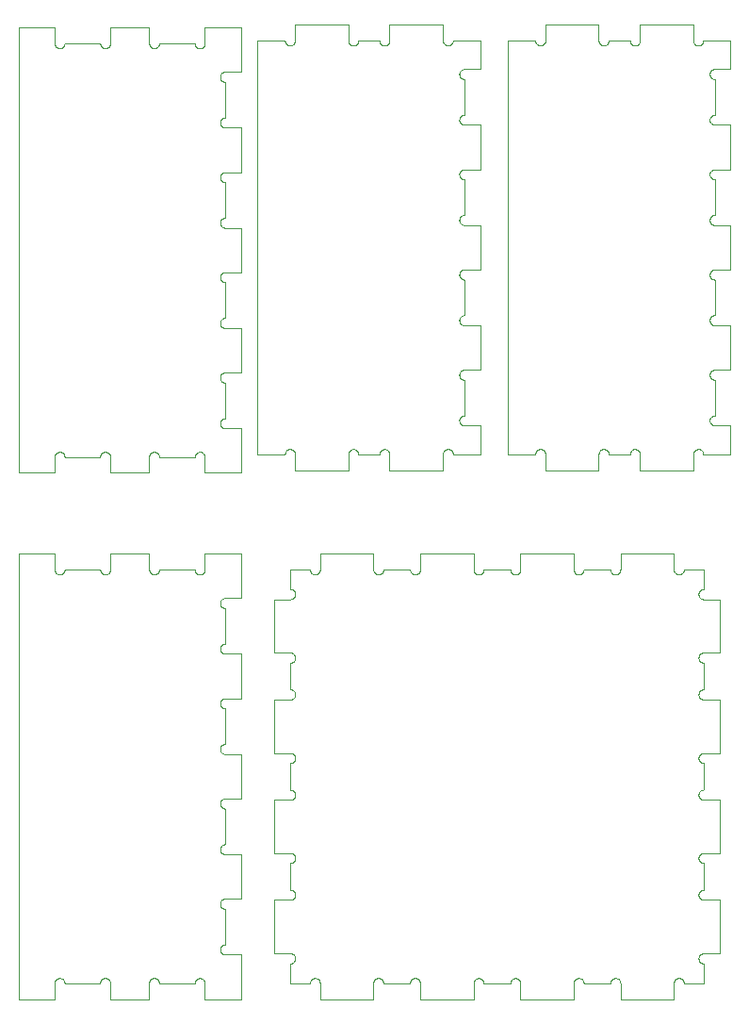
<source format=gbr>
%TF.GenerationSoftware,KiCad,Pcbnew,(6.0.8-1)-1*%
%TF.CreationDate,2022-10-28T09:45:31-07:00*%
%TF.ProjectId,Bigger-Box,42696767-6572-42d4-926f-782e6b696361,rev?*%
%TF.SameCoordinates,Original*%
%TF.FileFunction,Profile,NP*%
%FSLAX46Y46*%
G04 Gerber Fmt 4.6, Leading zero omitted, Abs format (unit mm)*
G04 Created by KiCad (PCBNEW (6.0.8-1)-1) date 2022-10-28 09:45:31*
%MOMM*%
%LPD*%
G01*
G04 APERTURE LIST*
%TA.AperFunction,Profile*%
%ADD10C,0.100000*%
%TD*%
G04 APERTURE END LIST*
D10*
X21554468Y272649732D02*
X21570000Y272650000D01*
X21538954Y272648928D02*
X21554468Y272649732D01*
X21523477Y272647589D02*
X21538954Y272648928D01*
X21508056Y272645716D02*
X21523477Y272647589D01*
X21492708Y272643313D02*
X21508056Y272645716D01*
X21477453Y272640381D02*
X21492708Y272643313D01*
X21462308Y272636924D02*
X21477453Y272640381D01*
X21447291Y272632946D02*
X21462308Y272636924D01*
X21432421Y272628453D02*
X21447291Y272632946D01*
X21417714Y272623449D02*
X21432421Y272628453D01*
X21403189Y272617940D02*
X21417714Y272623449D01*
X21388863Y272611934D02*
X21403189Y272617940D01*
X21374752Y272605436D02*
X21388863Y272611934D01*
X21360875Y272598455D02*
X21374752Y272605436D01*
X21347246Y272591000D02*
X21360875Y272598455D01*
X21333883Y272583078D02*
X21347246Y272591000D01*
X21320801Y272574700D02*
X21333883Y272583078D01*
X21308017Y272565875D02*
X21320801Y272574700D01*
X21295544Y272556615D02*
X21308017Y272565875D01*
X21283399Y272546929D02*
X21295544Y272556615D01*
X21271595Y272536830D02*
X21283399Y272546929D01*
X21260147Y272526329D02*
X21271595Y272536830D01*
X21249068Y272515440D02*
X21260147Y272526329D01*
X21238371Y272504175D02*
X21249068Y272515440D01*
X21228070Y272492547D02*
X21238371Y272504175D01*
X21218176Y272480570D02*
X21228070Y272492547D01*
X21208701Y272468260D02*
X21218176Y272480570D01*
X21199657Y272455629D02*
X21208701Y272468260D01*
X21191055Y272442694D02*
X21199657Y272455629D01*
X21182904Y272429470D02*
X21191055Y272442694D01*
X21175214Y272415972D02*
X21182904Y272429470D01*
X21167995Y272402217D02*
X21175214Y272415972D01*
X21161254Y272388221D02*
X21167995Y272402217D01*
X21155001Y272374000D02*
X21161254Y272388221D01*
X21149243Y272359572D02*
X21155001Y272374000D01*
X21143986Y272344954D02*
X21149243Y272359572D01*
X21139236Y272330163D02*
X21143986Y272344954D01*
X21135000Y272315218D02*
X21139236Y272330163D01*
X21131282Y272300134D02*
X21135000Y272315218D01*
X21128088Y272284932D02*
X21131282Y272300134D01*
X21125419Y272269628D02*
X21128088Y272284932D01*
X21123281Y272254242D02*
X21125419Y272269628D01*
X21121675Y272238790D02*
X21123281Y272254242D01*
X21120603Y272223293D02*
X21121675Y272238790D01*
X21120067Y272207767D02*
X21120603Y272223293D01*
X21120067Y272192233D02*
X21120067Y272207767D01*
X21120603Y272176707D02*
X21120067Y272192233D01*
X21121675Y272161210D02*
X21120603Y272176707D01*
X21123281Y272145758D02*
X21121675Y272161210D01*
X21125419Y272130372D02*
X21123281Y272145758D01*
X21128088Y272115068D02*
X21125419Y272130372D01*
X21131282Y272099866D02*
X21128088Y272115068D01*
X21135000Y272084782D02*
X21131282Y272099866D01*
X21139236Y272069837D02*
X21135000Y272084782D01*
X21143986Y272055046D02*
X21139236Y272069837D01*
X21149243Y272040428D02*
X21143986Y272055046D01*
X21155001Y272026000D02*
X21149243Y272040428D01*
X21161254Y272011779D02*
X21155001Y272026000D01*
X21167995Y271997783D02*
X21161254Y272011779D01*
X21175214Y271984028D02*
X21167995Y271997783D01*
X21182904Y271970530D02*
X21175214Y271984028D01*
X21191055Y271957306D02*
X21182904Y271970530D01*
X21199657Y271944371D02*
X21191055Y271957306D01*
X21208701Y271931740D02*
X21199657Y271944371D01*
X21218176Y271919430D02*
X21208701Y271931740D01*
X21228070Y271907453D02*
X21218176Y271919430D01*
X21238371Y271895825D02*
X21228070Y271907453D01*
X21249068Y271884560D02*
X21238371Y271895825D01*
X21260147Y271873671D02*
X21249068Y271884560D01*
X21271595Y271863170D02*
X21260147Y271873671D01*
X21283399Y271853071D02*
X21271595Y271863170D01*
X21295544Y271843385D02*
X21283399Y271853071D01*
X21308017Y271834125D02*
X21295544Y271843385D01*
X21320801Y271825300D02*
X21308017Y271834125D01*
X21333883Y271816922D02*
X21320801Y271825300D01*
X21347246Y271809000D02*
X21333883Y271816922D01*
X21360875Y271801545D02*
X21347246Y271809000D01*
X21374752Y271794564D02*
X21360875Y271801545D01*
X21388863Y271788066D02*
X21374752Y271794564D01*
X21403189Y271782060D02*
X21388863Y271788066D01*
X21417714Y271776551D02*
X21403189Y271782060D01*
X21432421Y271771547D02*
X21417714Y271776551D01*
X21447291Y271767054D02*
X21432421Y271771547D01*
X21462308Y271763076D02*
X21447291Y271767054D01*
X21477453Y271759619D02*
X21462308Y271763076D01*
X21492708Y271756687D02*
X21477453Y271759619D01*
X21508056Y271754284D02*
X21492708Y271756687D01*
X21523477Y271752411D02*
X21508056Y271754284D01*
X21538954Y271751072D02*
X21523477Y271752411D01*
X21554468Y271750268D02*
X21538954Y271751072D01*
X21570000Y271750000D02*
X21554468Y271750268D01*
X23000000Y271750000D02*
X21570000Y271750000D01*
X23000000Y267750000D02*
X23000000Y271750000D01*
X19750000Y267750000D02*
X23000000Y267750000D01*
X19750000Y269180000D02*
X19750000Y267750000D01*
X19749732Y269195532D02*
X19750000Y269180000D01*
X19748928Y269211046D02*
X19749732Y269195532D01*
X19747589Y269226523D02*
X19748928Y269211046D01*
X19745716Y269241944D02*
X19747589Y269226523D01*
X19743313Y269257292D02*
X19745716Y269241944D01*
X19740381Y269272547D02*
X19743313Y269257292D01*
X19736924Y269287692D02*
X19740381Y269272547D01*
X19732946Y269302709D02*
X19736924Y269287692D01*
X19728453Y269317579D02*
X19732946Y269302709D01*
X19723449Y269332286D02*
X19728453Y269317579D01*
X19717940Y269346811D02*
X19723449Y269332286D01*
X19711934Y269361137D02*
X19717940Y269346811D01*
X19705436Y269375248D02*
X19711934Y269361137D01*
X19698455Y269389125D02*
X19705436Y269375248D01*
X19691000Y269402754D02*
X19698455Y269389125D01*
X19683078Y269416117D02*
X19691000Y269402754D01*
X19674700Y269429199D02*
X19683078Y269416117D01*
X19665875Y269441983D02*
X19674700Y269429199D01*
X19656615Y269454456D02*
X19665875Y269441983D01*
X19646929Y269466601D02*
X19656615Y269454456D01*
X19636830Y269478405D02*
X19646929Y269466601D01*
X19626329Y269489853D02*
X19636830Y269478405D01*
X19615440Y269500932D02*
X19626329Y269489853D01*
X19604175Y269511629D02*
X19615440Y269500932D01*
X19592547Y269521930D02*
X19604175Y269511629D01*
X19580570Y269531824D02*
X19592547Y269521930D01*
X19568260Y269541299D02*
X19580570Y269531824D01*
X19555629Y269550343D02*
X19568260Y269541299D01*
X19542694Y269558945D02*
X19555629Y269550343D01*
X19529470Y269567096D02*
X19542694Y269558945D01*
X19515972Y269574786D02*
X19529470Y269567096D01*
X19502217Y269582005D02*
X19515972Y269574786D01*
X19488221Y269588746D02*
X19502217Y269582005D01*
X19474000Y269594999D02*
X19488221Y269588746D01*
X19459572Y269600757D02*
X19474000Y269594999D01*
X19444954Y269606014D02*
X19459572Y269600757D01*
X19430163Y269610764D02*
X19444954Y269606014D01*
X19415218Y269615000D02*
X19430163Y269610764D01*
X19400134Y269618718D02*
X19415218Y269615000D01*
X19384932Y269621912D02*
X19400134Y269618718D01*
X19369628Y269624581D02*
X19384932Y269621912D01*
X19354242Y269626719D02*
X19369628Y269624581D01*
X19338790Y269628325D02*
X19354242Y269626719D01*
X19323293Y269629397D02*
X19338790Y269628325D01*
X19307767Y269629933D02*
X19323293Y269629397D01*
X19292233Y269629933D02*
X19307767Y269629933D01*
X19276707Y269629397D02*
X19292233Y269629933D01*
X19261210Y269628325D02*
X19276707Y269629397D01*
X19245758Y269626719D02*
X19261210Y269628325D01*
X19230372Y269624581D02*
X19245758Y269626719D01*
X19215068Y269621912D02*
X19230372Y269624581D01*
X19199866Y269618718D02*
X19215068Y269621912D01*
X19184782Y269615000D02*
X19199866Y269618718D01*
X19169837Y269610764D02*
X19184782Y269615000D01*
X19155046Y269606014D02*
X19169837Y269610764D01*
X19140428Y269600757D02*
X19155046Y269606014D01*
X19126000Y269594999D02*
X19140428Y269600757D01*
X19111779Y269588746D02*
X19126000Y269594999D01*
X19097783Y269582005D02*
X19111779Y269588746D01*
X19084028Y269574786D02*
X19097783Y269582005D01*
X19070530Y269567096D02*
X19084028Y269574786D01*
X19057306Y269558945D02*
X19070530Y269567096D01*
X19044371Y269550343D02*
X19057306Y269558945D01*
X19031740Y269541299D02*
X19044371Y269550343D01*
X19019430Y269531824D02*
X19031740Y269541299D01*
X19007453Y269521930D02*
X19019430Y269531824D01*
X18995825Y269511629D02*
X19007453Y269521930D01*
X18984560Y269500932D02*
X18995825Y269511629D01*
X18973671Y269489853D02*
X18984560Y269500932D01*
X18963170Y269478405D02*
X18973671Y269489853D01*
X18953071Y269466601D02*
X18963170Y269478405D01*
X18943385Y269454456D02*
X18953071Y269466601D01*
X18934125Y269441983D02*
X18943385Y269454456D01*
X18925300Y269429199D02*
X18934125Y269441983D01*
X18916922Y269416117D02*
X18925300Y269429199D01*
X18909000Y269402754D02*
X18916922Y269416117D01*
X18901545Y269389125D02*
X18909000Y269402754D01*
X18894564Y269375248D02*
X18901545Y269389125D01*
X18888066Y269361137D02*
X18894564Y269375248D01*
X18882060Y269346811D02*
X18888066Y269361137D01*
X18876551Y269332286D02*
X18882060Y269346811D01*
X18871547Y269317579D02*
X18876551Y269332286D01*
X18867054Y269302709D02*
X18871547Y269317579D01*
X18863076Y269287692D02*
X18867054Y269302709D01*
X18859619Y269272547D02*
X18863076Y269287692D01*
X18856687Y269257292D02*
X18859619Y269272547D01*
X18854284Y269241944D02*
X18856687Y269257292D01*
X18852411Y269226523D02*
X18854284Y269241944D01*
X18851072Y269211046D02*
X18852411Y269226523D01*
X18850268Y269195532D02*
X18851072Y269211046D01*
X18850000Y269180000D02*
X18850268Y269195532D01*
X15650000Y269180000D02*
X18850000Y269180000D01*
X15649732Y269195532D02*
X15650000Y269180000D01*
X15648928Y269211046D02*
X15649732Y269195532D01*
X15647589Y269226523D02*
X15648928Y269211046D01*
X15645716Y269241944D02*
X15647589Y269226523D01*
X15643313Y269257292D02*
X15645716Y269241944D01*
X15640381Y269272547D02*
X15643313Y269257292D01*
X15636924Y269287692D02*
X15640381Y269272547D01*
X15632946Y269302709D02*
X15636924Y269287692D01*
X15628453Y269317579D02*
X15632946Y269302709D01*
X15623449Y269332286D02*
X15628453Y269317579D01*
X15617940Y269346811D02*
X15623449Y269332286D01*
X15611934Y269361137D02*
X15617940Y269346811D01*
X15605436Y269375248D02*
X15611934Y269361137D01*
X15598455Y269389125D02*
X15605436Y269375248D01*
X15591000Y269402754D02*
X15598455Y269389125D01*
X15583078Y269416117D02*
X15591000Y269402754D01*
X15574700Y269429199D02*
X15583078Y269416117D01*
X15565875Y269441983D02*
X15574700Y269429199D01*
X15556615Y269454456D02*
X15565875Y269441983D01*
X15546929Y269466601D02*
X15556615Y269454456D01*
X15536830Y269478405D02*
X15546929Y269466601D01*
X15526329Y269489853D02*
X15536830Y269478405D01*
X15515440Y269500932D02*
X15526329Y269489853D01*
X15504175Y269511629D02*
X15515440Y269500932D01*
X15492547Y269521930D02*
X15504175Y269511629D01*
X15480570Y269531824D02*
X15492547Y269521930D01*
X15468260Y269541299D02*
X15480570Y269531824D01*
X15455629Y269550343D02*
X15468260Y269541299D01*
X15442694Y269558945D02*
X15455629Y269550343D01*
X15429470Y269567096D02*
X15442694Y269558945D01*
X15415972Y269574786D02*
X15429470Y269567096D01*
X15402217Y269582005D02*
X15415972Y269574786D01*
X15388221Y269588746D02*
X15402217Y269582005D01*
X15374000Y269594999D02*
X15388221Y269588746D01*
X15359572Y269600757D02*
X15374000Y269594999D01*
X15344954Y269606014D02*
X15359572Y269600757D01*
X15330163Y269610764D02*
X15344954Y269606014D01*
X15315218Y269615000D02*
X15330163Y269610764D01*
X15300134Y269618718D02*
X15315218Y269615000D01*
X15284932Y269621912D02*
X15300134Y269618718D01*
X15269628Y269624581D02*
X15284932Y269621912D01*
X15254242Y269626719D02*
X15269628Y269624581D01*
X15238790Y269628325D02*
X15254242Y269626719D01*
X15223293Y269629397D02*
X15238790Y269628325D01*
X15207767Y269629933D02*
X15223293Y269629397D01*
X15192233Y269629933D02*
X15207767Y269629933D01*
X15176707Y269629397D02*
X15192233Y269629933D01*
X15161210Y269628325D02*
X15176707Y269629397D01*
X15145758Y269626719D02*
X15161210Y269628325D01*
X15130372Y269624581D02*
X15145758Y269626719D01*
X15115068Y269621912D02*
X15130372Y269624581D01*
X15099866Y269618718D02*
X15115068Y269621912D01*
X15084782Y269615000D02*
X15099866Y269618718D01*
X15069837Y269610764D02*
X15084782Y269615000D01*
X15055046Y269606014D02*
X15069837Y269610764D01*
X15040428Y269600757D02*
X15055046Y269606014D01*
X15026000Y269594999D02*
X15040428Y269600757D01*
X15011779Y269588746D02*
X15026000Y269594999D01*
X14997783Y269582005D02*
X15011779Y269588746D01*
X14984028Y269574786D02*
X14997783Y269582005D01*
X14970530Y269567096D02*
X14984028Y269574786D01*
X14957306Y269558945D02*
X14970530Y269567096D01*
X14944371Y269550343D02*
X14957306Y269558945D01*
X14931740Y269541299D02*
X14944371Y269550343D01*
X14919430Y269531824D02*
X14931740Y269541299D01*
X14907453Y269521930D02*
X14919430Y269531824D01*
X14895825Y269511629D02*
X14907453Y269521930D01*
X14884560Y269500932D02*
X14895825Y269511629D01*
X14873671Y269489853D02*
X14884560Y269500932D01*
X14863170Y269478405D02*
X14873671Y269489853D01*
X14853071Y269466601D02*
X14863170Y269478405D01*
X14843385Y269454456D02*
X14853071Y269466601D01*
X14834125Y269441983D02*
X14843385Y269454456D01*
X14825300Y269429199D02*
X14834125Y269441983D01*
X14816922Y269416117D02*
X14825300Y269429199D01*
X14809000Y269402754D02*
X14816922Y269416117D01*
X14801545Y269389125D02*
X14809000Y269402754D01*
X14794564Y269375248D02*
X14801545Y269389125D01*
X14788066Y269361137D02*
X14794564Y269375248D01*
X14782060Y269346811D02*
X14788066Y269361137D01*
X14776551Y269332286D02*
X14782060Y269346811D01*
X14771547Y269317579D02*
X14776551Y269332286D01*
X14767054Y269302709D02*
X14771547Y269317579D01*
X14763076Y269287692D02*
X14767054Y269302709D01*
X14759619Y269272547D02*
X14763076Y269287692D01*
X14756687Y269257292D02*
X14759619Y269272547D01*
X14754284Y269241944D02*
X14756687Y269257292D01*
X14752411Y269226523D02*
X14754284Y269241944D01*
X14751072Y269211046D02*
X14752411Y269226523D01*
X14750268Y269195532D02*
X14751072Y269211046D01*
X14750000Y269180000D02*
X14750268Y269195532D01*
X14750000Y267750000D02*
X14750000Y269180000D01*
X11250000Y267750000D02*
X14750000Y267750000D01*
X11250000Y269180000D02*
X11250000Y267750000D01*
X11249732Y269195532D02*
X11250000Y269180000D01*
X11248928Y269211046D02*
X11249732Y269195532D01*
X11247589Y269226523D02*
X11248928Y269211046D01*
X11245716Y269241944D02*
X11247589Y269226523D01*
X11243313Y269257292D02*
X11245716Y269241944D01*
X11240381Y269272547D02*
X11243313Y269257292D01*
X11236924Y269287692D02*
X11240381Y269272547D01*
X11232946Y269302709D02*
X11236924Y269287692D01*
X11228453Y269317579D02*
X11232946Y269302709D01*
X11223449Y269332286D02*
X11228453Y269317579D01*
X11217940Y269346811D02*
X11223449Y269332286D01*
X11211934Y269361137D02*
X11217940Y269346811D01*
X11205436Y269375248D02*
X11211934Y269361137D01*
X11198455Y269389125D02*
X11205436Y269375248D01*
X11191000Y269402754D02*
X11198455Y269389125D01*
X11183078Y269416117D02*
X11191000Y269402754D01*
X11174700Y269429199D02*
X11183078Y269416117D01*
X11165875Y269441983D02*
X11174700Y269429199D01*
X11156615Y269454456D02*
X11165875Y269441983D01*
X11146929Y269466601D02*
X11156615Y269454456D01*
X11136830Y269478405D02*
X11146929Y269466601D01*
X11126329Y269489853D02*
X11136830Y269478405D01*
X11115440Y269500932D02*
X11126329Y269489853D01*
X11104175Y269511629D02*
X11115440Y269500932D01*
X11092547Y269521930D02*
X11104175Y269511629D01*
X11080570Y269531824D02*
X11092547Y269521930D01*
X11068260Y269541299D02*
X11080570Y269531824D01*
X11055629Y269550343D02*
X11068260Y269541299D01*
X11042694Y269558945D02*
X11055629Y269550343D01*
X11029470Y269567096D02*
X11042694Y269558945D01*
X11015972Y269574786D02*
X11029470Y269567096D01*
X11002217Y269582005D02*
X11015972Y269574786D01*
X10988221Y269588746D02*
X11002217Y269582005D01*
X10974000Y269594999D02*
X10988221Y269588746D01*
X10959572Y269600757D02*
X10974000Y269594999D01*
X10944954Y269606014D02*
X10959572Y269600757D01*
X10930163Y269610764D02*
X10944954Y269606014D01*
X10915218Y269615000D02*
X10930163Y269610764D01*
X10900134Y269618718D02*
X10915218Y269615000D01*
X10884932Y269621912D02*
X10900134Y269618718D01*
X10869628Y269624581D02*
X10884932Y269621912D01*
X10854242Y269626719D02*
X10869628Y269624581D01*
X10838790Y269628325D02*
X10854242Y269626719D01*
X10823293Y269629397D02*
X10838790Y269628325D01*
X10807767Y269629933D02*
X10823293Y269629397D01*
X10792233Y269629933D02*
X10807767Y269629933D01*
X10776707Y269629397D02*
X10792233Y269629933D01*
X10761210Y269628325D02*
X10776707Y269629397D01*
X10745758Y269626719D02*
X10761210Y269628325D01*
X10730372Y269624581D02*
X10745758Y269626719D01*
X10715068Y269621912D02*
X10730372Y269624581D01*
X10699866Y269618718D02*
X10715068Y269621912D01*
X10684782Y269615000D02*
X10699866Y269618718D01*
X10669837Y269610764D02*
X10684782Y269615000D01*
X10655046Y269606014D02*
X10669837Y269610764D01*
X10640428Y269600757D02*
X10655046Y269606014D01*
X10626000Y269594999D02*
X10640428Y269600757D01*
X10611779Y269588746D02*
X10626000Y269594999D01*
X10597783Y269582005D02*
X10611779Y269588746D01*
X10584028Y269574786D02*
X10597783Y269582005D01*
X10570530Y269567096D02*
X10584028Y269574786D01*
X10557306Y269558945D02*
X10570530Y269567096D01*
X10544371Y269550343D02*
X10557306Y269558945D01*
X10531740Y269541299D02*
X10544371Y269550343D01*
X10519430Y269531824D02*
X10531740Y269541299D01*
X10507453Y269521930D02*
X10519430Y269531824D01*
X10495825Y269511629D02*
X10507453Y269521930D01*
X10484560Y269500932D02*
X10495825Y269511629D01*
X10473671Y269489853D02*
X10484560Y269500932D01*
X10463170Y269478405D02*
X10473671Y269489853D01*
X10453071Y269466601D02*
X10463170Y269478405D01*
X10443385Y269454456D02*
X10453071Y269466601D01*
X10434125Y269441983D02*
X10443385Y269454456D01*
X10425300Y269429199D02*
X10434125Y269441983D01*
X10416922Y269416117D02*
X10425300Y269429199D01*
X10409000Y269402754D02*
X10416922Y269416117D01*
X10401545Y269389125D02*
X10409000Y269402754D01*
X10394564Y269375248D02*
X10401545Y269389125D01*
X10388066Y269361137D02*
X10394564Y269375248D01*
X10382060Y269346811D02*
X10388066Y269361137D01*
X10376551Y269332286D02*
X10382060Y269346811D01*
X10371547Y269317579D02*
X10376551Y269332286D01*
X10367054Y269302709D02*
X10371547Y269317579D01*
X10363076Y269287692D02*
X10367054Y269302709D01*
X10359619Y269272547D02*
X10363076Y269287692D01*
X10356687Y269257292D02*
X10359619Y269272547D01*
X10354284Y269241944D02*
X10356687Y269257292D01*
X10352411Y269226523D02*
X10354284Y269241944D01*
X10351072Y269211046D02*
X10352411Y269226523D01*
X10350268Y269195532D02*
X10351072Y269211046D01*
X10350000Y269180000D02*
X10350268Y269195532D01*
X7150000Y269180000D02*
X10350000Y269180000D01*
X7149732Y269195532D02*
X7150000Y269180000D01*
X7148928Y269211046D02*
X7149732Y269195532D01*
X7147589Y269226523D02*
X7148928Y269211046D01*
X7145716Y269241944D02*
X7147589Y269226523D01*
X7143313Y269257292D02*
X7145716Y269241944D01*
X7140381Y269272547D02*
X7143313Y269257292D01*
X7136924Y269287692D02*
X7140381Y269272547D01*
X7132946Y269302709D02*
X7136924Y269287692D01*
X7128453Y269317579D02*
X7132946Y269302709D01*
X7123449Y269332286D02*
X7128453Y269317579D01*
X7117940Y269346811D02*
X7123449Y269332286D01*
X7111934Y269361137D02*
X7117940Y269346811D01*
X7105436Y269375248D02*
X7111934Y269361137D01*
X7098455Y269389125D02*
X7105436Y269375248D01*
X7091000Y269402754D02*
X7098455Y269389125D01*
X7083078Y269416117D02*
X7091000Y269402754D01*
X7074700Y269429199D02*
X7083078Y269416117D01*
X7065875Y269441983D02*
X7074700Y269429199D01*
X7056615Y269454456D02*
X7065875Y269441983D01*
X7046929Y269466601D02*
X7056615Y269454456D01*
X7036830Y269478405D02*
X7046929Y269466601D01*
X7026329Y269489853D02*
X7036830Y269478405D01*
X7015440Y269500932D02*
X7026329Y269489853D01*
X7004175Y269511629D02*
X7015440Y269500932D01*
X6992547Y269521930D02*
X7004175Y269511629D01*
X6980570Y269531824D02*
X6992547Y269521930D01*
X6968260Y269541299D02*
X6980570Y269531824D01*
X6955629Y269550343D02*
X6968260Y269541299D01*
X6942694Y269558945D02*
X6955629Y269550343D01*
X6929470Y269567096D02*
X6942694Y269558945D01*
X6915972Y269574786D02*
X6929470Y269567096D01*
X6902217Y269582005D02*
X6915972Y269574786D01*
X6888221Y269588746D02*
X6902217Y269582005D01*
X6874000Y269594999D02*
X6888221Y269588746D01*
X6859572Y269600757D02*
X6874000Y269594999D01*
X6844954Y269606014D02*
X6859572Y269600757D01*
X6830163Y269610764D02*
X6844954Y269606014D01*
X6815218Y269615000D02*
X6830163Y269610764D01*
X6800134Y269618718D02*
X6815218Y269615000D01*
X6784932Y269621912D02*
X6800134Y269618718D01*
X6769628Y269624581D02*
X6784932Y269621912D01*
X6754242Y269626719D02*
X6769628Y269624581D01*
X6738790Y269628325D02*
X6754242Y269626719D01*
X6723293Y269629397D02*
X6738790Y269628325D01*
X6707767Y269629933D02*
X6723293Y269629397D01*
X6692233Y269629933D02*
X6707767Y269629933D01*
X6676707Y269629397D02*
X6692233Y269629933D01*
X6661210Y269628325D02*
X6676707Y269629397D01*
X6645758Y269626719D02*
X6661210Y269628325D01*
X6630372Y269624581D02*
X6645758Y269626719D01*
X6615068Y269621912D02*
X6630372Y269624581D01*
X6599866Y269618718D02*
X6615068Y269621912D01*
X6584782Y269615000D02*
X6599866Y269618718D01*
X6569837Y269610764D02*
X6584782Y269615000D01*
X6555046Y269606014D02*
X6569837Y269610764D01*
X6540428Y269600757D02*
X6555046Y269606014D01*
X6526000Y269594999D02*
X6540428Y269600757D01*
X6511779Y269588746D02*
X6526000Y269594999D01*
X6497783Y269582005D02*
X6511779Y269588746D01*
X6484028Y269574786D02*
X6497783Y269582005D01*
X6470530Y269567096D02*
X6484028Y269574786D01*
X6457306Y269558945D02*
X6470530Y269567096D01*
X6444371Y269550343D02*
X6457306Y269558945D01*
X6431740Y269541299D02*
X6444371Y269550343D01*
X6419430Y269531824D02*
X6431740Y269541299D01*
X6407453Y269521930D02*
X6419430Y269531824D01*
X6395825Y269511629D02*
X6407453Y269521930D01*
X6384560Y269500932D02*
X6395825Y269511629D01*
X6373671Y269489853D02*
X6384560Y269500932D01*
X6363170Y269478405D02*
X6373671Y269489853D01*
X6353071Y269466601D02*
X6363170Y269478405D01*
X6343385Y269454456D02*
X6353071Y269466601D01*
X6334125Y269441983D02*
X6343385Y269454456D01*
X6325300Y269429199D02*
X6334125Y269441983D01*
X6316922Y269416117D02*
X6325300Y269429199D01*
X6309000Y269402754D02*
X6316922Y269416117D01*
X6301545Y269389125D02*
X6309000Y269402754D01*
X6294564Y269375248D02*
X6301545Y269389125D01*
X6288066Y269361137D02*
X6294564Y269375248D01*
X6282060Y269346811D02*
X6288066Y269361137D01*
X6276551Y269332286D02*
X6282060Y269346811D01*
X6271547Y269317579D02*
X6276551Y269332286D01*
X6267054Y269302709D02*
X6271547Y269317579D01*
X6263076Y269287692D02*
X6267054Y269302709D01*
X6259619Y269272547D02*
X6263076Y269287692D01*
X6256687Y269257292D02*
X6259619Y269272547D01*
X6254284Y269241944D02*
X6256687Y269257292D01*
X6252411Y269226523D02*
X6254284Y269241944D01*
X6251072Y269211046D02*
X6252411Y269226523D01*
X6250268Y269195532D02*
X6251072Y269211046D01*
X6250000Y269180000D02*
X6250268Y269195532D01*
X6250000Y267750000D02*
X6250000Y269180000D01*
X3000000Y267750000D02*
X6250000Y267750000D01*
X3000000Y307750000D02*
X3000000Y267750000D01*
X6250000Y307750000D02*
X3000000Y307750000D01*
X6250000Y306320000D02*
X6250000Y307750000D01*
X6250268Y306304468D02*
X6250000Y306320000D01*
X6251072Y306288954D02*
X6250268Y306304468D01*
X6252411Y306273477D02*
X6251072Y306288954D01*
X6254284Y306258056D02*
X6252411Y306273477D01*
X6256687Y306242708D02*
X6254284Y306258056D01*
X6259619Y306227453D02*
X6256687Y306242708D01*
X6263076Y306212308D02*
X6259619Y306227453D01*
X6267054Y306197291D02*
X6263076Y306212308D01*
X6271547Y306182421D02*
X6267054Y306197291D01*
X6276551Y306167714D02*
X6271547Y306182421D01*
X6282060Y306153189D02*
X6276551Y306167714D01*
X6288066Y306138863D02*
X6282060Y306153189D01*
X6294564Y306124752D02*
X6288066Y306138863D01*
X6301545Y306110875D02*
X6294564Y306124752D01*
X6309000Y306097246D02*
X6301545Y306110875D01*
X6316922Y306083883D02*
X6309000Y306097246D01*
X6325300Y306070801D02*
X6316922Y306083883D01*
X6334125Y306058017D02*
X6325300Y306070801D01*
X6343385Y306045544D02*
X6334125Y306058017D01*
X6353071Y306033399D02*
X6343385Y306045544D01*
X6363170Y306021595D02*
X6353071Y306033399D01*
X6373671Y306010147D02*
X6363170Y306021595D01*
X6384560Y305999068D02*
X6373671Y306010147D01*
X6395825Y305988371D02*
X6384560Y305999068D01*
X6407453Y305978070D02*
X6395825Y305988371D01*
X6419430Y305968176D02*
X6407453Y305978070D01*
X6431740Y305958701D02*
X6419430Y305968176D01*
X6444371Y305949657D02*
X6431740Y305958701D01*
X6457306Y305941055D02*
X6444371Y305949657D01*
X6470530Y305932904D02*
X6457306Y305941055D01*
X6484028Y305925214D02*
X6470530Y305932904D01*
X6497783Y305917995D02*
X6484028Y305925214D01*
X6511779Y305911254D02*
X6497783Y305917995D01*
X6526000Y305905001D02*
X6511779Y305911254D01*
X6540428Y305899243D02*
X6526000Y305905001D01*
X6555046Y305893986D02*
X6540428Y305899243D01*
X6569837Y305889236D02*
X6555046Y305893986D01*
X6584782Y305885000D02*
X6569837Y305889236D01*
X6599866Y305881282D02*
X6584782Y305885000D01*
X6615068Y305878088D02*
X6599866Y305881282D01*
X6630372Y305875419D02*
X6615068Y305878088D01*
X6645758Y305873281D02*
X6630372Y305875419D01*
X6661210Y305871675D02*
X6645758Y305873281D01*
X6676707Y305870603D02*
X6661210Y305871675D01*
X6692233Y305870067D02*
X6676707Y305870603D01*
X6707767Y305870067D02*
X6692233Y305870067D01*
X6723293Y305870603D02*
X6707767Y305870067D01*
X6738790Y305871675D02*
X6723293Y305870603D01*
X6754242Y305873281D02*
X6738790Y305871675D01*
X6769628Y305875419D02*
X6754242Y305873281D01*
X6784932Y305878088D02*
X6769628Y305875419D01*
X6800134Y305881282D02*
X6784932Y305878088D01*
X6815218Y305885000D02*
X6800134Y305881282D01*
X6830163Y305889236D02*
X6815218Y305885000D01*
X6844954Y305893986D02*
X6830163Y305889236D01*
X6859572Y305899243D02*
X6844954Y305893986D01*
X6874000Y305905001D02*
X6859572Y305899243D01*
X6888221Y305911254D02*
X6874000Y305905001D01*
X6902217Y305917995D02*
X6888221Y305911254D01*
X6915972Y305925214D02*
X6902217Y305917995D01*
X6929470Y305932904D02*
X6915972Y305925214D01*
X6942694Y305941055D02*
X6929470Y305932904D01*
X6955629Y305949657D02*
X6942694Y305941055D01*
X6968260Y305958701D02*
X6955629Y305949657D01*
X6980570Y305968176D02*
X6968260Y305958701D01*
X6992547Y305978070D02*
X6980570Y305968176D01*
X7004175Y305988371D02*
X6992547Y305978070D01*
X7015440Y305999068D02*
X7004175Y305988371D01*
X7026329Y306010147D02*
X7015440Y305999068D01*
X7036830Y306021595D02*
X7026329Y306010147D01*
X7046929Y306033399D02*
X7036830Y306021595D01*
X7056615Y306045544D02*
X7046929Y306033399D01*
X7065875Y306058017D02*
X7056615Y306045544D01*
X7074700Y306070801D02*
X7065875Y306058017D01*
X7083078Y306083883D02*
X7074700Y306070801D01*
X7091000Y306097246D02*
X7083078Y306083883D01*
X7098455Y306110875D02*
X7091000Y306097246D01*
X7105436Y306124752D02*
X7098455Y306110875D01*
X7111934Y306138863D02*
X7105436Y306124752D01*
X7117940Y306153189D02*
X7111934Y306138863D01*
X7123449Y306167714D02*
X7117940Y306153189D01*
X7128453Y306182421D02*
X7123449Y306167714D01*
X7132946Y306197291D02*
X7128453Y306182421D01*
X7136924Y306212308D02*
X7132946Y306197291D01*
X7140381Y306227453D02*
X7136924Y306212308D01*
X7143313Y306242708D02*
X7140381Y306227453D01*
X7145716Y306258056D02*
X7143313Y306242708D01*
X7147589Y306273477D02*
X7145716Y306258056D01*
X7148928Y306288954D02*
X7147589Y306273477D01*
X7149732Y306304468D02*
X7148928Y306288954D01*
X7150000Y306320000D02*
X7149732Y306304468D01*
X10350000Y306320000D02*
X7150000Y306320000D01*
X10350268Y306304468D02*
X10350000Y306320000D01*
X10351072Y306288954D02*
X10350268Y306304468D01*
X10352411Y306273477D02*
X10351072Y306288954D01*
X10354284Y306258056D02*
X10352411Y306273477D01*
X10356687Y306242708D02*
X10354284Y306258056D01*
X10359619Y306227453D02*
X10356687Y306242708D01*
X10363076Y306212308D02*
X10359619Y306227453D01*
X10367054Y306197291D02*
X10363076Y306212308D01*
X10371547Y306182421D02*
X10367054Y306197291D01*
X10376551Y306167714D02*
X10371547Y306182421D01*
X10382060Y306153189D02*
X10376551Y306167714D01*
X10388066Y306138863D02*
X10382060Y306153189D01*
X10394564Y306124752D02*
X10388066Y306138863D01*
X10401545Y306110875D02*
X10394564Y306124752D01*
X10409000Y306097246D02*
X10401545Y306110875D01*
X10416922Y306083883D02*
X10409000Y306097246D01*
X10425300Y306070801D02*
X10416922Y306083883D01*
X10434125Y306058017D02*
X10425300Y306070801D01*
X10443385Y306045544D02*
X10434125Y306058017D01*
X10453071Y306033399D02*
X10443385Y306045544D01*
X10463170Y306021595D02*
X10453071Y306033399D01*
X10473671Y306010147D02*
X10463170Y306021595D01*
X10484560Y305999068D02*
X10473671Y306010147D01*
X10495825Y305988371D02*
X10484560Y305999068D01*
X10507453Y305978070D02*
X10495825Y305988371D01*
X10519430Y305968176D02*
X10507453Y305978070D01*
X10531740Y305958701D02*
X10519430Y305968176D01*
X10544371Y305949657D02*
X10531740Y305958701D01*
X10557306Y305941055D02*
X10544371Y305949657D01*
X10570530Y305932904D02*
X10557306Y305941055D01*
X10584028Y305925214D02*
X10570530Y305932904D01*
X10597783Y305917995D02*
X10584028Y305925214D01*
X10611779Y305911254D02*
X10597783Y305917995D01*
X10626000Y305905001D02*
X10611779Y305911254D01*
X10640428Y305899243D02*
X10626000Y305905001D01*
X10655046Y305893986D02*
X10640428Y305899243D01*
X10669837Y305889236D02*
X10655046Y305893986D01*
X10684782Y305885000D02*
X10669837Y305889236D01*
X10699866Y305881282D02*
X10684782Y305885000D01*
X10715068Y305878088D02*
X10699866Y305881282D01*
X10730372Y305875419D02*
X10715068Y305878088D01*
X10745758Y305873281D02*
X10730372Y305875419D01*
X10761210Y305871675D02*
X10745758Y305873281D01*
X10776707Y305870603D02*
X10761210Y305871675D01*
X10792233Y305870067D02*
X10776707Y305870603D01*
X10807767Y305870067D02*
X10792233Y305870067D01*
X10823293Y305870603D02*
X10807767Y305870067D01*
X10838790Y305871675D02*
X10823293Y305870603D01*
X10854242Y305873281D02*
X10838790Y305871675D01*
X10869628Y305875419D02*
X10854242Y305873281D01*
X10884932Y305878088D02*
X10869628Y305875419D01*
X10900134Y305881282D02*
X10884932Y305878088D01*
X10915218Y305885000D02*
X10900134Y305881282D01*
X10930163Y305889236D02*
X10915218Y305885000D01*
X10944954Y305893986D02*
X10930163Y305889236D01*
X10959572Y305899243D02*
X10944954Y305893986D01*
X10974000Y305905001D02*
X10959572Y305899243D01*
X10988221Y305911254D02*
X10974000Y305905001D01*
X11002217Y305917995D02*
X10988221Y305911254D01*
X11015972Y305925214D02*
X11002217Y305917995D01*
X11029470Y305932904D02*
X11015972Y305925214D01*
X11042694Y305941055D02*
X11029470Y305932904D01*
X11055629Y305949657D02*
X11042694Y305941055D01*
X11068260Y305958701D02*
X11055629Y305949657D01*
X11080570Y305968176D02*
X11068260Y305958701D01*
X11092547Y305978070D02*
X11080570Y305968176D01*
X11104175Y305988371D02*
X11092547Y305978070D01*
X11115440Y305999068D02*
X11104175Y305988371D01*
X11126329Y306010147D02*
X11115440Y305999068D01*
X11136830Y306021595D02*
X11126329Y306010147D01*
X11146929Y306033399D02*
X11136830Y306021595D01*
X11156615Y306045544D02*
X11146929Y306033399D01*
X11165875Y306058017D02*
X11156615Y306045544D01*
X11174700Y306070801D02*
X11165875Y306058017D01*
X11183078Y306083883D02*
X11174700Y306070801D01*
X11191000Y306097246D02*
X11183078Y306083883D01*
X11198455Y306110875D02*
X11191000Y306097246D01*
X11205436Y306124752D02*
X11198455Y306110875D01*
X11211934Y306138863D02*
X11205436Y306124752D01*
X11217940Y306153189D02*
X11211934Y306138863D01*
X11223449Y306167714D02*
X11217940Y306153189D01*
X11228453Y306182421D02*
X11223449Y306167714D01*
X11232946Y306197291D02*
X11228453Y306182421D01*
X11236924Y306212308D02*
X11232946Y306197291D01*
X11240381Y306227453D02*
X11236924Y306212308D01*
X11243313Y306242708D02*
X11240381Y306227453D01*
X11245716Y306258056D02*
X11243313Y306242708D01*
X11247589Y306273477D02*
X11245716Y306258056D01*
X11248928Y306288954D02*
X11247589Y306273477D01*
X11249732Y306304468D02*
X11248928Y306288954D01*
X11250000Y306320000D02*
X11249732Y306304468D01*
X11250000Y307750000D02*
X11250000Y306320000D01*
X14750000Y307750000D02*
X11250000Y307750000D01*
X14750000Y306320000D02*
X14750000Y307750000D01*
X14750268Y306304468D02*
X14750000Y306320000D01*
X14751072Y306288954D02*
X14750268Y306304468D01*
X14752411Y306273477D02*
X14751072Y306288954D01*
X14754284Y306258056D02*
X14752411Y306273477D01*
X14756687Y306242708D02*
X14754284Y306258056D01*
X14759619Y306227453D02*
X14756687Y306242708D01*
X14763076Y306212308D02*
X14759619Y306227453D01*
X14767054Y306197291D02*
X14763076Y306212308D01*
X14771547Y306182421D02*
X14767054Y306197291D01*
X14776551Y306167714D02*
X14771547Y306182421D01*
X14782060Y306153189D02*
X14776551Y306167714D01*
X14788066Y306138863D02*
X14782060Y306153189D01*
X14794564Y306124752D02*
X14788066Y306138863D01*
X14801545Y306110875D02*
X14794564Y306124752D01*
X14809000Y306097246D02*
X14801545Y306110875D01*
X14816922Y306083883D02*
X14809000Y306097246D01*
X14825300Y306070801D02*
X14816922Y306083883D01*
X14834125Y306058017D02*
X14825300Y306070801D01*
X14843385Y306045544D02*
X14834125Y306058017D01*
X14853071Y306033399D02*
X14843385Y306045544D01*
X14863170Y306021595D02*
X14853071Y306033399D01*
X14873671Y306010147D02*
X14863170Y306021595D01*
X14884560Y305999068D02*
X14873671Y306010147D01*
X14895825Y305988371D02*
X14884560Y305999068D01*
X14907453Y305978070D02*
X14895825Y305988371D01*
X14919430Y305968176D02*
X14907453Y305978070D01*
X14931740Y305958701D02*
X14919430Y305968176D01*
X14944371Y305949657D02*
X14931740Y305958701D01*
X14957306Y305941055D02*
X14944371Y305949657D01*
X14970530Y305932904D02*
X14957306Y305941055D01*
X14984028Y305925214D02*
X14970530Y305932904D01*
X14997783Y305917995D02*
X14984028Y305925214D01*
X15011779Y305911254D02*
X14997783Y305917995D01*
X15026000Y305905001D02*
X15011779Y305911254D01*
X15040428Y305899243D02*
X15026000Y305905001D01*
X15055046Y305893986D02*
X15040428Y305899243D01*
X15069837Y305889236D02*
X15055046Y305893986D01*
X15084782Y305885000D02*
X15069837Y305889236D01*
X15099866Y305881282D02*
X15084782Y305885000D01*
X15115068Y305878088D02*
X15099866Y305881282D01*
X15130372Y305875419D02*
X15115068Y305878088D01*
X15145758Y305873281D02*
X15130372Y305875419D01*
X15161210Y305871675D02*
X15145758Y305873281D01*
X15176707Y305870603D02*
X15161210Y305871675D01*
X15192233Y305870067D02*
X15176707Y305870603D01*
X15207767Y305870067D02*
X15192233Y305870067D01*
X15223293Y305870603D02*
X15207767Y305870067D01*
X15238790Y305871675D02*
X15223293Y305870603D01*
X15254242Y305873281D02*
X15238790Y305871675D01*
X15269628Y305875419D02*
X15254242Y305873281D01*
X15284932Y305878088D02*
X15269628Y305875419D01*
X15300134Y305881282D02*
X15284932Y305878088D01*
X15315218Y305885000D02*
X15300134Y305881282D01*
X15330163Y305889236D02*
X15315218Y305885000D01*
X15344954Y305893986D02*
X15330163Y305889236D01*
X15359572Y305899243D02*
X15344954Y305893986D01*
X15374000Y305905001D02*
X15359572Y305899243D01*
X15388221Y305911254D02*
X15374000Y305905001D01*
X15402217Y305917995D02*
X15388221Y305911254D01*
X15415972Y305925214D02*
X15402217Y305917995D01*
X15429470Y305932904D02*
X15415972Y305925214D01*
X15442694Y305941055D02*
X15429470Y305932904D01*
X15455629Y305949657D02*
X15442694Y305941055D01*
X15468260Y305958701D02*
X15455629Y305949657D01*
X15480570Y305968176D02*
X15468260Y305958701D01*
X15492547Y305978070D02*
X15480570Y305968176D01*
X15504175Y305988371D02*
X15492547Y305978070D01*
X15515440Y305999068D02*
X15504175Y305988371D01*
X15526329Y306010147D02*
X15515440Y305999068D01*
X15536830Y306021595D02*
X15526329Y306010147D01*
X15546929Y306033399D02*
X15536830Y306021595D01*
X15556615Y306045544D02*
X15546929Y306033399D01*
X15565875Y306058017D02*
X15556615Y306045544D01*
X15574700Y306070801D02*
X15565875Y306058017D01*
X15583078Y306083883D02*
X15574700Y306070801D01*
X15591000Y306097246D02*
X15583078Y306083883D01*
X15598455Y306110875D02*
X15591000Y306097246D01*
X15605436Y306124752D02*
X15598455Y306110875D01*
X15611934Y306138863D02*
X15605436Y306124752D01*
X15617940Y306153189D02*
X15611934Y306138863D01*
X15623449Y306167714D02*
X15617940Y306153189D01*
X15628453Y306182421D02*
X15623449Y306167714D01*
X15632946Y306197291D02*
X15628453Y306182421D01*
X15636924Y306212308D02*
X15632946Y306197291D01*
X15640381Y306227453D02*
X15636924Y306212308D01*
X15643313Y306242708D02*
X15640381Y306227453D01*
X15645716Y306258056D02*
X15643313Y306242708D01*
X15647589Y306273477D02*
X15645716Y306258056D01*
X15648928Y306288954D02*
X15647589Y306273477D01*
X15649732Y306304468D02*
X15648928Y306288954D01*
X15650000Y306320000D02*
X15649732Y306304468D01*
X18850000Y306320000D02*
X15650000Y306320000D01*
X18850268Y306304468D02*
X18850000Y306320000D01*
X18851072Y306288954D02*
X18850268Y306304468D01*
X18852411Y306273477D02*
X18851072Y306288954D01*
X18854284Y306258056D02*
X18852411Y306273477D01*
X18856687Y306242708D02*
X18854284Y306258056D01*
X18859619Y306227453D02*
X18856687Y306242708D01*
X18863076Y306212308D02*
X18859619Y306227453D01*
X18867054Y306197291D02*
X18863076Y306212308D01*
X18871547Y306182421D02*
X18867054Y306197291D01*
X18876551Y306167714D02*
X18871547Y306182421D01*
X18882060Y306153189D02*
X18876551Y306167714D01*
X18888066Y306138863D02*
X18882060Y306153189D01*
X18894564Y306124752D02*
X18888066Y306138863D01*
X18901545Y306110875D02*
X18894564Y306124752D01*
X18909000Y306097246D02*
X18901545Y306110875D01*
X18916922Y306083883D02*
X18909000Y306097246D01*
X18925300Y306070801D02*
X18916922Y306083883D01*
X18934125Y306058017D02*
X18925300Y306070801D01*
X18943385Y306045544D02*
X18934125Y306058017D01*
X18953071Y306033399D02*
X18943385Y306045544D01*
X18963170Y306021595D02*
X18953071Y306033399D01*
X18973671Y306010147D02*
X18963170Y306021595D01*
X18984560Y305999068D02*
X18973671Y306010147D01*
X18995825Y305988371D02*
X18984560Y305999068D01*
X19007453Y305978070D02*
X18995825Y305988371D01*
X19019430Y305968176D02*
X19007453Y305978070D01*
X19031740Y305958701D02*
X19019430Y305968176D01*
X19044371Y305949657D02*
X19031740Y305958701D01*
X19057306Y305941055D02*
X19044371Y305949657D01*
X19070530Y305932904D02*
X19057306Y305941055D01*
X19084028Y305925214D02*
X19070530Y305932904D01*
X19097783Y305917995D02*
X19084028Y305925214D01*
X19111779Y305911254D02*
X19097783Y305917995D01*
X19126000Y305905001D02*
X19111779Y305911254D01*
X19140428Y305899243D02*
X19126000Y305905001D01*
X19155046Y305893986D02*
X19140428Y305899243D01*
X19169837Y305889236D02*
X19155046Y305893986D01*
X19184782Y305885000D02*
X19169837Y305889236D01*
X19199866Y305881282D02*
X19184782Y305885000D01*
X19215068Y305878088D02*
X19199866Y305881282D01*
X19230372Y305875419D02*
X19215068Y305878088D01*
X19245758Y305873281D02*
X19230372Y305875419D01*
X19261210Y305871675D02*
X19245758Y305873281D01*
X19276707Y305870603D02*
X19261210Y305871675D01*
X19292233Y305870067D02*
X19276707Y305870603D01*
X19307767Y305870067D02*
X19292233Y305870067D01*
X19323293Y305870603D02*
X19307767Y305870067D01*
X19338790Y305871675D02*
X19323293Y305870603D01*
X19354242Y305873281D02*
X19338790Y305871675D01*
X19369628Y305875419D02*
X19354242Y305873281D01*
X19384932Y305878088D02*
X19369628Y305875419D01*
X19400134Y305881282D02*
X19384932Y305878088D01*
X19415218Y305885000D02*
X19400134Y305881282D01*
X19430163Y305889236D02*
X19415218Y305885000D01*
X19444954Y305893986D02*
X19430163Y305889236D01*
X19459572Y305899243D02*
X19444954Y305893986D01*
X19474000Y305905001D02*
X19459572Y305899243D01*
X19488221Y305911254D02*
X19474000Y305905001D01*
X19502217Y305917995D02*
X19488221Y305911254D01*
X19515972Y305925214D02*
X19502217Y305917995D01*
X19529470Y305932904D02*
X19515972Y305925214D01*
X19542694Y305941055D02*
X19529470Y305932904D01*
X19555629Y305949657D02*
X19542694Y305941055D01*
X19568260Y305958701D02*
X19555629Y305949657D01*
X19580570Y305968176D02*
X19568260Y305958701D01*
X19592547Y305978070D02*
X19580570Y305968176D01*
X19604175Y305988371D02*
X19592547Y305978070D01*
X19615440Y305999068D02*
X19604175Y305988371D01*
X19626329Y306010147D02*
X19615440Y305999068D01*
X19636830Y306021595D02*
X19626329Y306010147D01*
X19646929Y306033399D02*
X19636830Y306021595D01*
X19656615Y306045544D02*
X19646929Y306033399D01*
X19665875Y306058017D02*
X19656615Y306045544D01*
X19674700Y306070801D02*
X19665875Y306058017D01*
X19683078Y306083883D02*
X19674700Y306070801D01*
X19691000Y306097246D02*
X19683078Y306083883D01*
X19698455Y306110875D02*
X19691000Y306097246D01*
X19705436Y306124752D02*
X19698455Y306110875D01*
X19711934Y306138863D02*
X19705436Y306124752D01*
X19717940Y306153189D02*
X19711934Y306138863D01*
X19723449Y306167714D02*
X19717940Y306153189D01*
X19728453Y306182421D02*
X19723449Y306167714D01*
X19732946Y306197291D02*
X19728453Y306182421D01*
X19736924Y306212308D02*
X19732946Y306197291D01*
X19740381Y306227453D02*
X19736924Y306212308D01*
X19743313Y306242708D02*
X19740381Y306227453D01*
X19745716Y306258056D02*
X19743313Y306242708D01*
X19747589Y306273477D02*
X19745716Y306258056D01*
X19748928Y306288954D02*
X19747589Y306273477D01*
X19749732Y306304468D02*
X19748928Y306288954D01*
X19750000Y306320000D02*
X19749732Y306304468D01*
X19750000Y307750000D02*
X19750000Y306320000D01*
X23000000Y307750000D02*
X19750000Y307750000D01*
X23000000Y303750000D02*
X23000000Y307750000D01*
X21570000Y303750000D02*
X23000000Y303750000D01*
X21554468Y303749732D02*
X21570000Y303750000D01*
X21538954Y303748928D02*
X21554468Y303749732D01*
X21523477Y303747589D02*
X21538954Y303748928D01*
X21508056Y303745716D02*
X21523477Y303747589D01*
X21492708Y303743313D02*
X21508056Y303745716D01*
X21477453Y303740381D02*
X21492708Y303743313D01*
X21462308Y303736924D02*
X21477453Y303740381D01*
X21447291Y303732946D02*
X21462308Y303736924D01*
X21432421Y303728453D02*
X21447291Y303732946D01*
X21417714Y303723449D02*
X21432421Y303728453D01*
X21403189Y303717940D02*
X21417714Y303723449D01*
X21388863Y303711934D02*
X21403189Y303717940D01*
X21374752Y303705436D02*
X21388863Y303711934D01*
X21360875Y303698455D02*
X21374752Y303705436D01*
X21347246Y303691000D02*
X21360875Y303698455D01*
X21333883Y303683078D02*
X21347246Y303691000D01*
X21320801Y303674700D02*
X21333883Y303683078D01*
X21308017Y303665875D02*
X21320801Y303674700D01*
X21295544Y303656615D02*
X21308017Y303665875D01*
X21283399Y303646929D02*
X21295544Y303656615D01*
X21271595Y303636830D02*
X21283399Y303646929D01*
X21260147Y303626329D02*
X21271595Y303636830D01*
X21249068Y303615440D02*
X21260147Y303626329D01*
X21238371Y303604175D02*
X21249068Y303615440D01*
X21228070Y303592547D02*
X21238371Y303604175D01*
X21218176Y303580570D02*
X21228070Y303592547D01*
X21208701Y303568260D02*
X21218176Y303580570D01*
X21199657Y303555629D02*
X21208701Y303568260D01*
X21191055Y303542694D02*
X21199657Y303555629D01*
X21182904Y303529470D02*
X21191055Y303542694D01*
X21175214Y303515972D02*
X21182904Y303529470D01*
X21167995Y303502217D02*
X21175214Y303515972D01*
X21161254Y303488221D02*
X21167995Y303502217D01*
X21155001Y303474000D02*
X21161254Y303488221D01*
X21149243Y303459572D02*
X21155001Y303474000D01*
X21143986Y303444954D02*
X21149243Y303459572D01*
X21139236Y303430163D02*
X21143986Y303444954D01*
X21135000Y303415218D02*
X21139236Y303430163D01*
X21131282Y303400134D02*
X21135000Y303415218D01*
X21128088Y303384932D02*
X21131282Y303400134D01*
X21125419Y303369628D02*
X21128088Y303384932D01*
X21123281Y303354242D02*
X21125419Y303369628D01*
X21121675Y303338790D02*
X21123281Y303354242D01*
X21120603Y303323293D02*
X21121675Y303338790D01*
X21120067Y303307767D02*
X21120603Y303323293D01*
X21120067Y303292233D02*
X21120067Y303307767D01*
X21120603Y303276707D02*
X21120067Y303292233D01*
X21121675Y303261210D02*
X21120603Y303276707D01*
X21123281Y303245758D02*
X21121675Y303261210D01*
X21125419Y303230372D02*
X21123281Y303245758D01*
X21128088Y303215068D02*
X21125419Y303230372D01*
X21131282Y303199866D02*
X21128088Y303215068D01*
X21135000Y303184782D02*
X21131282Y303199866D01*
X21139236Y303169837D02*
X21135000Y303184782D01*
X21143986Y303155046D02*
X21139236Y303169837D01*
X21149243Y303140428D02*
X21143986Y303155046D01*
X21155001Y303126000D02*
X21149243Y303140428D01*
X21161254Y303111779D02*
X21155001Y303126000D01*
X21167995Y303097783D02*
X21161254Y303111779D01*
X21175214Y303084028D02*
X21167995Y303097783D01*
X21182904Y303070530D02*
X21175214Y303084028D01*
X21191055Y303057306D02*
X21182904Y303070530D01*
X21199657Y303044371D02*
X21191055Y303057306D01*
X21208701Y303031740D02*
X21199657Y303044371D01*
X21218176Y303019430D02*
X21208701Y303031740D01*
X21228070Y303007453D02*
X21218176Y303019430D01*
X21238371Y302995825D02*
X21228070Y303007453D01*
X21249068Y302984560D02*
X21238371Y302995825D01*
X21260147Y302973671D02*
X21249068Y302984560D01*
X21271595Y302963170D02*
X21260147Y302973671D01*
X21283399Y302953071D02*
X21271595Y302963170D01*
X21295544Y302943385D02*
X21283399Y302953071D01*
X21308017Y302934125D02*
X21295544Y302943385D01*
X21320801Y302925300D02*
X21308017Y302934125D01*
X21333883Y302916922D02*
X21320801Y302925300D01*
X21347246Y302909000D02*
X21333883Y302916922D01*
X21360875Y302901545D02*
X21347246Y302909000D01*
X21374752Y302894564D02*
X21360875Y302901545D01*
X21388863Y302888066D02*
X21374752Y302894564D01*
X21403189Y302882060D02*
X21388863Y302888066D01*
X21417714Y302876551D02*
X21403189Y302882060D01*
X21432421Y302871547D02*
X21417714Y302876551D01*
X21447291Y302867054D02*
X21432421Y302871547D01*
X21462308Y302863076D02*
X21447291Y302867054D01*
X21477453Y302859619D02*
X21462308Y302863076D01*
X21492708Y302856687D02*
X21477453Y302859619D01*
X21508056Y302854284D02*
X21492708Y302856687D01*
X21523477Y302852411D02*
X21508056Y302854284D01*
X21538954Y302851072D02*
X21523477Y302852411D01*
X21554468Y302850268D02*
X21538954Y302851072D01*
X21570000Y302850000D02*
X21554468Y302850268D01*
X21570000Y299650000D02*
X21570000Y302850000D01*
X21554468Y299649732D02*
X21570000Y299650000D01*
X21538954Y299648928D02*
X21554468Y299649732D01*
X21523477Y299647589D02*
X21538954Y299648928D01*
X21508056Y299645716D02*
X21523477Y299647589D01*
X21492708Y299643313D02*
X21508056Y299645716D01*
X21477453Y299640381D02*
X21492708Y299643313D01*
X21462308Y299636924D02*
X21477453Y299640381D01*
X21447291Y299632946D02*
X21462308Y299636924D01*
X21432421Y299628453D02*
X21447291Y299632946D01*
X21417714Y299623449D02*
X21432421Y299628453D01*
X21403189Y299617940D02*
X21417714Y299623449D01*
X21388863Y299611934D02*
X21403189Y299617940D01*
X21374752Y299605436D02*
X21388863Y299611934D01*
X21360875Y299598455D02*
X21374752Y299605436D01*
X21347246Y299591000D02*
X21360875Y299598455D01*
X21333883Y299583078D02*
X21347246Y299591000D01*
X21320801Y299574700D02*
X21333883Y299583078D01*
X21308017Y299565875D02*
X21320801Y299574700D01*
X21295544Y299556615D02*
X21308017Y299565875D01*
X21283399Y299546929D02*
X21295544Y299556615D01*
X21271595Y299536830D02*
X21283399Y299546929D01*
X21260147Y299526329D02*
X21271595Y299536830D01*
X21249068Y299515440D02*
X21260147Y299526329D01*
X21238371Y299504175D02*
X21249068Y299515440D01*
X21228070Y299492547D02*
X21238371Y299504175D01*
X21218176Y299480570D02*
X21228070Y299492547D01*
X21208701Y299468260D02*
X21218176Y299480570D01*
X21199657Y299455629D02*
X21208701Y299468260D01*
X21191055Y299442694D02*
X21199657Y299455629D01*
X21182904Y299429470D02*
X21191055Y299442694D01*
X21175214Y299415972D02*
X21182904Y299429470D01*
X21167995Y299402217D02*
X21175214Y299415972D01*
X21161254Y299388221D02*
X21167995Y299402217D01*
X21155001Y299374000D02*
X21161254Y299388221D01*
X21149243Y299359572D02*
X21155001Y299374000D01*
X21143986Y299344954D02*
X21149243Y299359572D01*
X21139236Y299330163D02*
X21143986Y299344954D01*
X21135000Y299315218D02*
X21139236Y299330163D01*
X21131282Y299300134D02*
X21135000Y299315218D01*
X21128088Y299284932D02*
X21131282Y299300134D01*
X21125419Y299269628D02*
X21128088Y299284932D01*
X21123281Y299254242D02*
X21125419Y299269628D01*
X21121675Y299238790D02*
X21123281Y299254242D01*
X21120603Y299223293D02*
X21121675Y299238790D01*
X21120067Y299207767D02*
X21120603Y299223293D01*
X21120067Y299192233D02*
X21120067Y299207767D01*
X21120603Y299176707D02*
X21120067Y299192233D01*
X21121675Y299161210D02*
X21120603Y299176707D01*
X21123281Y299145758D02*
X21121675Y299161210D01*
X21125419Y299130372D02*
X21123281Y299145758D01*
X21128088Y299115068D02*
X21125419Y299130372D01*
X21131282Y299099866D02*
X21128088Y299115068D01*
X21135000Y299084782D02*
X21131282Y299099866D01*
X21139236Y299069837D02*
X21135000Y299084782D01*
X21143986Y299055046D02*
X21139236Y299069837D01*
X21149243Y299040428D02*
X21143986Y299055046D01*
X21155001Y299026000D02*
X21149243Y299040428D01*
X21161254Y299011779D02*
X21155001Y299026000D01*
X21167995Y298997783D02*
X21161254Y299011779D01*
X21175214Y298984028D02*
X21167995Y298997783D01*
X21182904Y298970530D02*
X21175214Y298984028D01*
X21191055Y298957306D02*
X21182904Y298970530D01*
X21199657Y298944371D02*
X21191055Y298957306D01*
X21208701Y298931740D02*
X21199657Y298944371D01*
X21218176Y298919430D02*
X21208701Y298931740D01*
X21228070Y298907453D02*
X21218176Y298919430D01*
X21238371Y298895825D02*
X21228070Y298907453D01*
X21249068Y298884560D02*
X21238371Y298895825D01*
X21260147Y298873671D02*
X21249068Y298884560D01*
X21271595Y298863170D02*
X21260147Y298873671D01*
X21283399Y298853071D02*
X21271595Y298863170D01*
X21295544Y298843385D02*
X21283399Y298853071D01*
X21308017Y298834125D02*
X21295544Y298843385D01*
X21320801Y298825300D02*
X21308017Y298834125D01*
X21333883Y298816922D02*
X21320801Y298825300D01*
X21347246Y298809000D02*
X21333883Y298816922D01*
X21360875Y298801545D02*
X21347246Y298809000D01*
X21374752Y298794564D02*
X21360875Y298801545D01*
X21388863Y298788066D02*
X21374752Y298794564D01*
X21403189Y298782060D02*
X21388863Y298788066D01*
X21417714Y298776551D02*
X21403189Y298782060D01*
X21432421Y298771547D02*
X21417714Y298776551D01*
X21447291Y298767054D02*
X21432421Y298771547D01*
X21462308Y298763076D02*
X21447291Y298767054D01*
X21477453Y298759619D02*
X21462308Y298763076D01*
X21492708Y298756687D02*
X21477453Y298759619D01*
X21508056Y298754284D02*
X21492708Y298756687D01*
X21523477Y298752411D02*
X21508056Y298754284D01*
X21538954Y298751072D02*
X21523477Y298752411D01*
X21554468Y298750268D02*
X21538954Y298751072D01*
X21570000Y298750000D02*
X21554468Y298750268D01*
X23000000Y298750000D02*
X21570000Y298750000D01*
X23000000Y294750000D02*
X23000000Y298750000D01*
X21570000Y294750000D02*
X23000000Y294750000D01*
X21554468Y294749732D02*
X21570000Y294750000D01*
X21538954Y294748928D02*
X21554468Y294749732D01*
X21523477Y294747589D02*
X21538954Y294748928D01*
X21508056Y294745716D02*
X21523477Y294747589D01*
X21492708Y294743313D02*
X21508056Y294745716D01*
X21477453Y294740381D02*
X21492708Y294743313D01*
X21462308Y294736924D02*
X21477453Y294740381D01*
X21447291Y294732946D02*
X21462308Y294736924D01*
X21432421Y294728453D02*
X21447291Y294732946D01*
X21417714Y294723449D02*
X21432421Y294728453D01*
X21403189Y294717940D02*
X21417714Y294723449D01*
X21388863Y294711934D02*
X21403189Y294717940D01*
X21374752Y294705436D02*
X21388863Y294711934D01*
X21360875Y294698455D02*
X21374752Y294705436D01*
X21347246Y294691000D02*
X21360875Y294698455D01*
X21333883Y294683078D02*
X21347246Y294691000D01*
X21320801Y294674700D02*
X21333883Y294683078D01*
X21308017Y294665875D02*
X21320801Y294674700D01*
X21295544Y294656615D02*
X21308017Y294665875D01*
X21283399Y294646929D02*
X21295544Y294656615D01*
X21271595Y294636830D02*
X21283399Y294646929D01*
X21260147Y294626329D02*
X21271595Y294636830D01*
X21249068Y294615440D02*
X21260147Y294626329D01*
X21238371Y294604175D02*
X21249068Y294615440D01*
X21228070Y294592547D02*
X21238371Y294604175D01*
X21218176Y294580570D02*
X21228070Y294592547D01*
X21208701Y294568260D02*
X21218176Y294580570D01*
X21199657Y294555629D02*
X21208701Y294568260D01*
X21191055Y294542694D02*
X21199657Y294555629D01*
X21182904Y294529470D02*
X21191055Y294542694D01*
X21175214Y294515972D02*
X21182904Y294529470D01*
X21167995Y294502217D02*
X21175214Y294515972D01*
X21161254Y294488221D02*
X21167995Y294502217D01*
X21155001Y294474000D02*
X21161254Y294488221D01*
X21149243Y294459572D02*
X21155001Y294474000D01*
X21143986Y294444954D02*
X21149243Y294459572D01*
X21139236Y294430163D02*
X21143986Y294444954D01*
X21135000Y294415218D02*
X21139236Y294430163D01*
X21131282Y294400134D02*
X21135000Y294415218D01*
X21128088Y294384932D02*
X21131282Y294400134D01*
X21125419Y294369628D02*
X21128088Y294384932D01*
X21123281Y294354242D02*
X21125419Y294369628D01*
X21121675Y294338790D02*
X21123281Y294354242D01*
X21120603Y294323293D02*
X21121675Y294338790D01*
X21120067Y294307767D02*
X21120603Y294323293D01*
X21120067Y294292233D02*
X21120067Y294307767D01*
X21120603Y294276707D02*
X21120067Y294292233D01*
X21121675Y294261210D02*
X21120603Y294276707D01*
X21123281Y294245758D02*
X21121675Y294261210D01*
X21125419Y294230372D02*
X21123281Y294245758D01*
X21128088Y294215068D02*
X21125419Y294230372D01*
X21131282Y294199866D02*
X21128088Y294215068D01*
X21135000Y294184782D02*
X21131282Y294199866D01*
X21139236Y294169837D02*
X21135000Y294184782D01*
X21143986Y294155046D02*
X21139236Y294169837D01*
X21149243Y294140428D02*
X21143986Y294155046D01*
X21155001Y294126000D02*
X21149243Y294140428D01*
X21161254Y294111779D02*
X21155001Y294126000D01*
X21167995Y294097783D02*
X21161254Y294111779D01*
X21175214Y294084028D02*
X21167995Y294097783D01*
X21182904Y294070530D02*
X21175214Y294084028D01*
X21191055Y294057306D02*
X21182904Y294070530D01*
X21199657Y294044371D02*
X21191055Y294057306D01*
X21208701Y294031740D02*
X21199657Y294044371D01*
X21218176Y294019430D02*
X21208701Y294031740D01*
X21228070Y294007453D02*
X21218176Y294019430D01*
X21238371Y293995825D02*
X21228070Y294007453D01*
X21249068Y293984560D02*
X21238371Y293995825D01*
X21260147Y293973671D02*
X21249068Y293984560D01*
X21271595Y293963170D02*
X21260147Y293973671D01*
X21283399Y293953071D02*
X21271595Y293963170D01*
X21295544Y293943385D02*
X21283399Y293953071D01*
X21308017Y293934125D02*
X21295544Y293943385D01*
X21320801Y293925300D02*
X21308017Y293934125D01*
X21333883Y293916922D02*
X21320801Y293925300D01*
X21347246Y293909000D02*
X21333883Y293916922D01*
X21360875Y293901545D02*
X21347246Y293909000D01*
X21374752Y293894564D02*
X21360875Y293901545D01*
X21388863Y293888066D02*
X21374752Y293894564D01*
X21403189Y293882060D02*
X21388863Y293888066D01*
X21417714Y293876551D02*
X21403189Y293882060D01*
X21432421Y293871547D02*
X21417714Y293876551D01*
X21447291Y293867054D02*
X21432421Y293871547D01*
X21462308Y293863076D02*
X21447291Y293867054D01*
X21477453Y293859619D02*
X21462308Y293863076D01*
X21492708Y293856687D02*
X21477453Y293859619D01*
X21508056Y293854284D02*
X21492708Y293856687D01*
X21523477Y293852411D02*
X21508056Y293854284D01*
X21538954Y293851072D02*
X21523477Y293852411D01*
X21554468Y293850268D02*
X21538954Y293851072D01*
X21570000Y293850000D02*
X21554468Y293850268D01*
X21570000Y290650000D02*
X21570000Y293850000D01*
X21554468Y290649732D02*
X21570000Y290650000D01*
X21538954Y290648928D02*
X21554468Y290649732D01*
X21523477Y290647589D02*
X21538954Y290648928D01*
X21508056Y290645716D02*
X21523477Y290647589D01*
X21492708Y290643313D02*
X21508056Y290645716D01*
X21477453Y290640381D02*
X21492708Y290643313D01*
X21462308Y290636924D02*
X21477453Y290640381D01*
X21447291Y290632946D02*
X21462308Y290636924D01*
X21432421Y290628453D02*
X21447291Y290632946D01*
X21417714Y290623449D02*
X21432421Y290628453D01*
X21403189Y290617940D02*
X21417714Y290623449D01*
X21388863Y290611934D02*
X21403189Y290617940D01*
X21374752Y290605436D02*
X21388863Y290611934D01*
X21360875Y290598455D02*
X21374752Y290605436D01*
X21347246Y290591000D02*
X21360875Y290598455D01*
X21333883Y290583078D02*
X21347246Y290591000D01*
X21320801Y290574700D02*
X21333883Y290583078D01*
X21308017Y290565875D02*
X21320801Y290574700D01*
X21295544Y290556615D02*
X21308017Y290565875D01*
X21283399Y290546929D02*
X21295544Y290556615D01*
X21271595Y290536830D02*
X21283399Y290546929D01*
X21260147Y290526329D02*
X21271595Y290536830D01*
X21249068Y290515440D02*
X21260147Y290526329D01*
X21238371Y290504175D02*
X21249068Y290515440D01*
X21228070Y290492547D02*
X21238371Y290504175D01*
X21218176Y290480570D02*
X21228070Y290492547D01*
X21208701Y290468260D02*
X21218176Y290480570D01*
X21199657Y290455629D02*
X21208701Y290468260D01*
X21191055Y290442694D02*
X21199657Y290455629D01*
X21182904Y290429470D02*
X21191055Y290442694D01*
X21175214Y290415972D02*
X21182904Y290429470D01*
X21167995Y290402217D02*
X21175214Y290415972D01*
X21161254Y290388221D02*
X21167995Y290402217D01*
X21155001Y290374000D02*
X21161254Y290388221D01*
X21149243Y290359572D02*
X21155001Y290374000D01*
X21143986Y290344954D02*
X21149243Y290359572D01*
X21139236Y290330163D02*
X21143986Y290344954D01*
X21135000Y290315218D02*
X21139236Y290330163D01*
X21131282Y290300134D02*
X21135000Y290315218D01*
X21128088Y290284932D02*
X21131282Y290300134D01*
X21125419Y290269628D02*
X21128088Y290284932D01*
X21123281Y290254242D02*
X21125419Y290269628D01*
X21121675Y290238790D02*
X21123281Y290254242D01*
X21120603Y290223293D02*
X21121675Y290238790D01*
X21120067Y290207767D02*
X21120603Y290223293D01*
X21120067Y290192233D02*
X21120067Y290207767D01*
X21120603Y290176707D02*
X21120067Y290192233D01*
X21121675Y290161210D02*
X21120603Y290176707D01*
X21123281Y290145758D02*
X21121675Y290161210D01*
X21125419Y290130372D02*
X21123281Y290145758D01*
X21128088Y290115068D02*
X21125419Y290130372D01*
X21131282Y290099866D02*
X21128088Y290115068D01*
X21135000Y290084782D02*
X21131282Y290099866D01*
X21139236Y290069837D02*
X21135000Y290084782D01*
X21143986Y290055046D02*
X21139236Y290069837D01*
X21149243Y290040428D02*
X21143986Y290055046D01*
X21155001Y290026000D02*
X21149243Y290040428D01*
X21161254Y290011779D02*
X21155001Y290026000D01*
X21167995Y289997783D02*
X21161254Y290011779D01*
X21175214Y289984028D02*
X21167995Y289997783D01*
X21182904Y289970530D02*
X21175214Y289984028D01*
X21191055Y289957306D02*
X21182904Y289970530D01*
X21199657Y289944371D02*
X21191055Y289957306D01*
X21208701Y289931740D02*
X21199657Y289944371D01*
X21218176Y289919430D02*
X21208701Y289931740D01*
X21228070Y289907453D02*
X21218176Y289919430D01*
X21238371Y289895825D02*
X21228070Y289907453D01*
X21249068Y289884560D02*
X21238371Y289895825D01*
X21260147Y289873671D02*
X21249068Y289884560D01*
X21271595Y289863170D02*
X21260147Y289873671D01*
X21283399Y289853071D02*
X21271595Y289863170D01*
X21295544Y289843385D02*
X21283399Y289853071D01*
X21308017Y289834125D02*
X21295544Y289843385D01*
X21320801Y289825300D02*
X21308017Y289834125D01*
X21333883Y289816922D02*
X21320801Y289825300D01*
X21347246Y289809000D02*
X21333883Y289816922D01*
X21360875Y289801545D02*
X21347246Y289809000D01*
X21374752Y289794564D02*
X21360875Y289801545D01*
X21388863Y289788066D02*
X21374752Y289794564D01*
X21403189Y289782060D02*
X21388863Y289788066D01*
X21417714Y289776551D02*
X21403189Y289782060D01*
X21432421Y289771547D02*
X21417714Y289776551D01*
X21447291Y289767054D02*
X21432421Y289771547D01*
X21462308Y289763076D02*
X21447291Y289767054D01*
X21477453Y289759619D02*
X21462308Y289763076D01*
X21492708Y289756687D02*
X21477453Y289759619D01*
X21508056Y289754284D02*
X21492708Y289756687D01*
X21523477Y289752411D02*
X21508056Y289754284D01*
X21538954Y289751072D02*
X21523477Y289752411D01*
X21554468Y289750268D02*
X21538954Y289751072D01*
X21570000Y289750000D02*
X21554468Y289750268D01*
X23000000Y289750000D02*
X21570000Y289750000D01*
X23000000Y285750000D02*
X23000000Y289750000D01*
X21570000Y285750000D02*
X23000000Y285750000D01*
X21554468Y285749732D02*
X21570000Y285750000D01*
X21538954Y285748928D02*
X21554468Y285749732D01*
X21523477Y285747589D02*
X21538954Y285748928D01*
X21508056Y285745716D02*
X21523477Y285747589D01*
X21492708Y285743313D02*
X21508056Y285745716D01*
X21477453Y285740381D02*
X21492708Y285743313D01*
X21462308Y285736924D02*
X21477453Y285740381D01*
X21447291Y285732946D02*
X21462308Y285736924D01*
X21432421Y285728453D02*
X21447291Y285732946D01*
X21417714Y285723449D02*
X21432421Y285728453D01*
X21403189Y285717940D02*
X21417714Y285723449D01*
X21388863Y285711934D02*
X21403189Y285717940D01*
X21374752Y285705436D02*
X21388863Y285711934D01*
X21360875Y285698455D02*
X21374752Y285705436D01*
X21347246Y285691000D02*
X21360875Y285698455D01*
X21333883Y285683078D02*
X21347246Y285691000D01*
X21320801Y285674700D02*
X21333883Y285683078D01*
X21308017Y285665875D02*
X21320801Y285674700D01*
X21295544Y285656615D02*
X21308017Y285665875D01*
X21283399Y285646929D02*
X21295544Y285656615D01*
X21271595Y285636830D02*
X21283399Y285646929D01*
X21260147Y285626329D02*
X21271595Y285636830D01*
X21249068Y285615440D02*
X21260147Y285626329D01*
X21238371Y285604175D02*
X21249068Y285615440D01*
X21228070Y285592547D02*
X21238371Y285604175D01*
X21218176Y285580570D02*
X21228070Y285592547D01*
X21208701Y285568260D02*
X21218176Y285580570D01*
X21199657Y285555629D02*
X21208701Y285568260D01*
X21191055Y285542694D02*
X21199657Y285555629D01*
X21182904Y285529470D02*
X21191055Y285542694D01*
X21175214Y285515972D02*
X21182904Y285529470D01*
X21167995Y285502217D02*
X21175214Y285515972D01*
X21161254Y285488221D02*
X21167995Y285502217D01*
X21155001Y285474000D02*
X21161254Y285488221D01*
X21149243Y285459572D02*
X21155001Y285474000D01*
X21143986Y285444954D02*
X21149243Y285459572D01*
X21139236Y285430163D02*
X21143986Y285444954D01*
X21135000Y285415218D02*
X21139236Y285430163D01*
X21131282Y285400134D02*
X21135000Y285415218D01*
X21128088Y285384932D02*
X21131282Y285400134D01*
X21125419Y285369628D02*
X21128088Y285384932D01*
X21123281Y285354242D02*
X21125419Y285369628D01*
X21121675Y285338790D02*
X21123281Y285354242D01*
X21120603Y285323293D02*
X21121675Y285338790D01*
X21120067Y285307767D02*
X21120603Y285323293D01*
X21120067Y285292233D02*
X21120067Y285307767D01*
X21120603Y285276707D02*
X21120067Y285292233D01*
X21121675Y285261210D02*
X21120603Y285276707D01*
X21123281Y285245758D02*
X21121675Y285261210D01*
X21125419Y285230372D02*
X21123281Y285245758D01*
X21128088Y285215068D02*
X21125419Y285230372D01*
X21131282Y285199866D02*
X21128088Y285215068D01*
X21135000Y285184782D02*
X21131282Y285199866D01*
X21139236Y285169837D02*
X21135000Y285184782D01*
X21143986Y285155046D02*
X21139236Y285169837D01*
X21149243Y285140428D02*
X21143986Y285155046D01*
X21155001Y285126000D02*
X21149243Y285140428D01*
X21161254Y285111779D02*
X21155001Y285126000D01*
X21167995Y285097783D02*
X21161254Y285111779D01*
X21175214Y285084028D02*
X21167995Y285097783D01*
X21182904Y285070530D02*
X21175214Y285084028D01*
X21191055Y285057306D02*
X21182904Y285070530D01*
X21199657Y285044371D02*
X21191055Y285057306D01*
X21208701Y285031740D02*
X21199657Y285044371D01*
X21218176Y285019430D02*
X21208701Y285031740D01*
X21228070Y285007453D02*
X21218176Y285019430D01*
X21238371Y284995825D02*
X21228070Y285007453D01*
X21249068Y284984560D02*
X21238371Y284995825D01*
X21260147Y284973671D02*
X21249068Y284984560D01*
X21271595Y284963170D02*
X21260147Y284973671D01*
X21283399Y284953071D02*
X21271595Y284963170D01*
X21295544Y284943385D02*
X21283399Y284953071D01*
X21308017Y284934125D02*
X21295544Y284943385D01*
X21320801Y284925300D02*
X21308017Y284934125D01*
X21333883Y284916922D02*
X21320801Y284925300D01*
X21347246Y284909000D02*
X21333883Y284916922D01*
X21360875Y284901545D02*
X21347246Y284909000D01*
X21374752Y284894564D02*
X21360875Y284901545D01*
X21388863Y284888066D02*
X21374752Y284894564D01*
X21403189Y284882060D02*
X21388863Y284888066D01*
X21417714Y284876551D02*
X21403189Y284882060D01*
X21432421Y284871547D02*
X21417714Y284876551D01*
X21447291Y284867054D02*
X21432421Y284871547D01*
X21462308Y284863076D02*
X21447291Y284867054D01*
X21477453Y284859619D02*
X21462308Y284863076D01*
X21492708Y284856687D02*
X21477453Y284859619D01*
X21508056Y284854284D02*
X21492708Y284856687D01*
X21523477Y284852411D02*
X21508056Y284854284D01*
X21538954Y284851072D02*
X21523477Y284852411D01*
X21554468Y284850268D02*
X21538954Y284851072D01*
X21570000Y284850000D02*
X21554468Y284850268D01*
X21570000Y281650000D02*
X21570000Y284850000D01*
X21554468Y281649732D02*
X21570000Y281650000D01*
X21538954Y281648928D02*
X21554468Y281649732D01*
X21523477Y281647589D02*
X21538954Y281648928D01*
X21508056Y281645716D02*
X21523477Y281647589D01*
X21492708Y281643313D02*
X21508056Y281645716D01*
X21477453Y281640381D02*
X21492708Y281643313D01*
X21462308Y281636924D02*
X21477453Y281640381D01*
X21447291Y281632946D02*
X21462308Y281636924D01*
X21432421Y281628453D02*
X21447291Y281632946D01*
X21417714Y281623449D02*
X21432421Y281628453D01*
X21403189Y281617940D02*
X21417714Y281623449D01*
X21388863Y281611934D02*
X21403189Y281617940D01*
X21374752Y281605436D02*
X21388863Y281611934D01*
X21360875Y281598455D02*
X21374752Y281605436D01*
X21347246Y281591000D02*
X21360875Y281598455D01*
X21333883Y281583078D02*
X21347246Y281591000D01*
X21320801Y281574700D02*
X21333883Y281583078D01*
X21308017Y281565875D02*
X21320801Y281574700D01*
X21295544Y281556615D02*
X21308017Y281565875D01*
X21283399Y281546929D02*
X21295544Y281556615D01*
X21271595Y281536830D02*
X21283399Y281546929D01*
X21260147Y281526329D02*
X21271595Y281536830D01*
X21249068Y281515440D02*
X21260147Y281526329D01*
X21238371Y281504175D02*
X21249068Y281515440D01*
X21228070Y281492547D02*
X21238371Y281504175D01*
X21218176Y281480570D02*
X21228070Y281492547D01*
X21208701Y281468260D02*
X21218176Y281480570D01*
X21199657Y281455629D02*
X21208701Y281468260D01*
X21191055Y281442694D02*
X21199657Y281455629D01*
X21182904Y281429470D02*
X21191055Y281442694D01*
X21175214Y281415972D02*
X21182904Y281429470D01*
X21167995Y281402217D02*
X21175214Y281415972D01*
X21161254Y281388221D02*
X21167995Y281402217D01*
X21155001Y281374000D02*
X21161254Y281388221D01*
X21149243Y281359572D02*
X21155001Y281374000D01*
X21143986Y281344954D02*
X21149243Y281359572D01*
X21139236Y281330163D02*
X21143986Y281344954D01*
X21135000Y281315218D02*
X21139236Y281330163D01*
X21131282Y281300134D02*
X21135000Y281315218D01*
X21128088Y281284932D02*
X21131282Y281300134D01*
X21125419Y281269628D02*
X21128088Y281284932D01*
X21123281Y281254242D02*
X21125419Y281269628D01*
X21121675Y281238790D02*
X21123281Y281254242D01*
X21120603Y281223293D02*
X21121675Y281238790D01*
X21120067Y281207767D02*
X21120603Y281223293D01*
X21120067Y281192233D02*
X21120067Y281207767D01*
X21120603Y281176707D02*
X21120067Y281192233D01*
X21121675Y281161210D02*
X21120603Y281176707D01*
X21123281Y281145758D02*
X21121675Y281161210D01*
X21125419Y281130372D02*
X21123281Y281145758D01*
X21128088Y281115068D02*
X21125419Y281130372D01*
X21131282Y281099866D02*
X21128088Y281115068D01*
X21135000Y281084782D02*
X21131282Y281099866D01*
X21139236Y281069837D02*
X21135000Y281084782D01*
X21143986Y281055046D02*
X21139236Y281069837D01*
X21149243Y281040428D02*
X21143986Y281055046D01*
X21155001Y281026000D02*
X21149243Y281040428D01*
X21161254Y281011779D02*
X21155001Y281026000D01*
X21167995Y280997783D02*
X21161254Y281011779D01*
X21175214Y280984028D02*
X21167995Y280997783D01*
X21182904Y280970530D02*
X21175214Y280984028D01*
X21191055Y280957306D02*
X21182904Y280970530D01*
X21199657Y280944371D02*
X21191055Y280957306D01*
X21208701Y280931740D02*
X21199657Y280944371D01*
X21218176Y280919430D02*
X21208701Y280931740D01*
X21228070Y280907453D02*
X21218176Y280919430D01*
X21238371Y280895825D02*
X21228070Y280907453D01*
X21249068Y280884560D02*
X21238371Y280895825D01*
X21260147Y280873671D02*
X21249068Y280884560D01*
X21271595Y280863170D02*
X21260147Y280873671D01*
X21283399Y280853071D02*
X21271595Y280863170D01*
X21295544Y280843385D02*
X21283399Y280853071D01*
X21308017Y280834125D02*
X21295544Y280843385D01*
X21320801Y280825300D02*
X21308017Y280834125D01*
X21333883Y280816922D02*
X21320801Y280825300D01*
X21347246Y280809000D02*
X21333883Y280816922D01*
X21360875Y280801545D02*
X21347246Y280809000D01*
X21374752Y280794564D02*
X21360875Y280801545D01*
X21388863Y280788066D02*
X21374752Y280794564D01*
X21403189Y280782060D02*
X21388863Y280788066D01*
X21417714Y280776551D02*
X21403189Y280782060D01*
X21432421Y280771547D02*
X21417714Y280776551D01*
X21447291Y280767054D02*
X21432421Y280771547D01*
X21462308Y280763076D02*
X21447291Y280767054D01*
X21477453Y280759619D02*
X21462308Y280763076D01*
X21492708Y280756687D02*
X21477453Y280759619D01*
X21508056Y280754284D02*
X21492708Y280756687D01*
X21523477Y280752411D02*
X21508056Y280754284D01*
X21538954Y280751072D02*
X21523477Y280752411D01*
X21554468Y280750268D02*
X21538954Y280751072D01*
X21570000Y280750000D02*
X21554468Y280750268D01*
X23000000Y280750000D02*
X21570000Y280750000D01*
X23000000Y276750000D02*
X23000000Y280750000D01*
X21570000Y276750000D02*
X23000000Y276750000D01*
X21554468Y276749732D02*
X21570000Y276750000D01*
X21538954Y276748928D02*
X21554468Y276749732D01*
X21523477Y276747589D02*
X21538954Y276748928D01*
X21508056Y276745716D02*
X21523477Y276747589D01*
X21492708Y276743313D02*
X21508056Y276745716D01*
X21477453Y276740381D02*
X21492708Y276743313D01*
X21462308Y276736924D02*
X21477453Y276740381D01*
X21447291Y276732946D02*
X21462308Y276736924D01*
X21432421Y276728453D02*
X21447291Y276732946D01*
X21417714Y276723449D02*
X21432421Y276728453D01*
X21403189Y276717940D02*
X21417714Y276723449D01*
X21388863Y276711934D02*
X21403189Y276717940D01*
X21374752Y276705436D02*
X21388863Y276711934D01*
X21360875Y276698455D02*
X21374752Y276705436D01*
X21347246Y276691000D02*
X21360875Y276698455D01*
X21333883Y276683078D02*
X21347246Y276691000D01*
X21320801Y276674700D02*
X21333883Y276683078D01*
X21308017Y276665875D02*
X21320801Y276674700D01*
X21295544Y276656615D02*
X21308017Y276665875D01*
X21283399Y276646929D02*
X21295544Y276656615D01*
X21271595Y276636830D02*
X21283399Y276646929D01*
X21260147Y276626329D02*
X21271595Y276636830D01*
X21249068Y276615440D02*
X21260147Y276626329D01*
X21238371Y276604175D02*
X21249068Y276615440D01*
X21228070Y276592547D02*
X21238371Y276604175D01*
X21218176Y276580570D02*
X21228070Y276592547D01*
X21208701Y276568260D02*
X21218176Y276580570D01*
X21199657Y276555629D02*
X21208701Y276568260D01*
X21191055Y276542694D02*
X21199657Y276555629D01*
X21182904Y276529470D02*
X21191055Y276542694D01*
X21175214Y276515972D02*
X21182904Y276529470D01*
X21167995Y276502217D02*
X21175214Y276515972D01*
X21161254Y276488221D02*
X21167995Y276502217D01*
X21155001Y276474000D02*
X21161254Y276488221D01*
X21149243Y276459572D02*
X21155001Y276474000D01*
X21143986Y276444954D02*
X21149243Y276459572D01*
X21139236Y276430163D02*
X21143986Y276444954D01*
X21135000Y276415218D02*
X21139236Y276430163D01*
X21131282Y276400134D02*
X21135000Y276415218D01*
X21128088Y276384932D02*
X21131282Y276400134D01*
X21125419Y276369628D02*
X21128088Y276384932D01*
X21123281Y276354242D02*
X21125419Y276369628D01*
X21121675Y276338790D02*
X21123281Y276354242D01*
X21120603Y276323293D02*
X21121675Y276338790D01*
X21120067Y276307767D02*
X21120603Y276323293D01*
X21120067Y276292233D02*
X21120067Y276307767D01*
X21120603Y276276707D02*
X21120067Y276292233D01*
X21121675Y276261210D02*
X21120603Y276276707D01*
X21123281Y276245758D02*
X21121675Y276261210D01*
X21125419Y276230372D02*
X21123281Y276245758D01*
X21128088Y276215068D02*
X21125419Y276230372D01*
X21131282Y276199866D02*
X21128088Y276215068D01*
X21135000Y276184782D02*
X21131282Y276199866D01*
X21139236Y276169837D02*
X21135000Y276184782D01*
X21143986Y276155046D02*
X21139236Y276169837D01*
X21149243Y276140428D02*
X21143986Y276155046D01*
X21155001Y276126000D02*
X21149243Y276140428D01*
X21161254Y276111779D02*
X21155001Y276126000D01*
X21167995Y276097783D02*
X21161254Y276111779D01*
X21175214Y276084028D02*
X21167995Y276097783D01*
X21182904Y276070530D02*
X21175214Y276084028D01*
X21191055Y276057306D02*
X21182904Y276070530D01*
X21199657Y276044371D02*
X21191055Y276057306D01*
X21208701Y276031740D02*
X21199657Y276044371D01*
X21218176Y276019430D02*
X21208701Y276031740D01*
X21228070Y276007453D02*
X21218176Y276019430D01*
X21238371Y275995825D02*
X21228070Y276007453D01*
X21249068Y275984560D02*
X21238371Y275995825D01*
X21260147Y275973671D02*
X21249068Y275984560D01*
X21271595Y275963170D02*
X21260147Y275973671D01*
X21283399Y275953071D02*
X21271595Y275963170D01*
X21295544Y275943385D02*
X21283399Y275953071D01*
X21308017Y275934125D02*
X21295544Y275943385D01*
X21320801Y275925300D02*
X21308017Y275934125D01*
X21333883Y275916922D02*
X21320801Y275925300D01*
X21347246Y275909000D02*
X21333883Y275916922D01*
X21360875Y275901545D02*
X21347246Y275909000D01*
X21374752Y275894564D02*
X21360875Y275901545D01*
X21388863Y275888066D02*
X21374752Y275894564D01*
X21403189Y275882060D02*
X21388863Y275888066D01*
X21417714Y275876551D02*
X21403189Y275882060D01*
X21432421Y275871547D02*
X21417714Y275876551D01*
X21447291Y275867054D02*
X21432421Y275871547D01*
X21462308Y275863076D02*
X21447291Y275867054D01*
X21477453Y275859619D02*
X21462308Y275863076D01*
X21492708Y275856687D02*
X21477453Y275859619D01*
X21508056Y275854284D02*
X21492708Y275856687D01*
X21523477Y275852411D02*
X21508056Y275854284D01*
X21538954Y275851072D02*
X21523477Y275852411D01*
X21554468Y275850268D02*
X21538954Y275851072D01*
X21570000Y275850000D02*
X21554468Y275850268D01*
X21570000Y272650000D02*
X21570000Y275850000D01*
X21554468Y225399732D02*
X21570000Y225400000D01*
X21538954Y225398928D02*
X21554468Y225399732D01*
X21523477Y225397589D02*
X21538954Y225398928D01*
X21508056Y225395716D02*
X21523477Y225397589D01*
X21492708Y225393313D02*
X21508056Y225395716D01*
X21477453Y225390381D02*
X21492708Y225393313D01*
X21462308Y225386924D02*
X21477453Y225390381D01*
X21447291Y225382946D02*
X21462308Y225386924D01*
X21432421Y225378453D02*
X21447291Y225382946D01*
X21417714Y225373449D02*
X21432421Y225378453D01*
X21403189Y225367940D02*
X21417714Y225373449D01*
X21388863Y225361934D02*
X21403189Y225367940D01*
X21374752Y225355436D02*
X21388863Y225361934D01*
X21360875Y225348455D02*
X21374752Y225355436D01*
X21347246Y225341000D02*
X21360875Y225348455D01*
X21333883Y225333078D02*
X21347246Y225341000D01*
X21320801Y225324700D02*
X21333883Y225333078D01*
X21308017Y225315875D02*
X21320801Y225324700D01*
X21295544Y225306615D02*
X21308017Y225315875D01*
X21283399Y225296929D02*
X21295544Y225306615D01*
X21271595Y225286830D02*
X21283399Y225296929D01*
X21260147Y225276329D02*
X21271595Y225286830D01*
X21249068Y225265440D02*
X21260147Y225276329D01*
X21238371Y225254175D02*
X21249068Y225265440D01*
X21228070Y225242547D02*
X21238371Y225254175D01*
X21218176Y225230570D02*
X21228070Y225242547D01*
X21208701Y225218260D02*
X21218176Y225230570D01*
X21199657Y225205629D02*
X21208701Y225218260D01*
X21191055Y225192694D02*
X21199657Y225205629D01*
X21182904Y225179470D02*
X21191055Y225192694D01*
X21175214Y225165972D02*
X21182904Y225179470D01*
X21167995Y225152217D02*
X21175214Y225165972D01*
X21161254Y225138221D02*
X21167995Y225152217D01*
X21155001Y225124000D02*
X21161254Y225138221D01*
X21149243Y225109572D02*
X21155001Y225124000D01*
X21143986Y225094954D02*
X21149243Y225109572D01*
X21139236Y225080163D02*
X21143986Y225094954D01*
X21135000Y225065218D02*
X21139236Y225080163D01*
X21131282Y225050134D02*
X21135000Y225065218D01*
X21128088Y225034932D02*
X21131282Y225050134D01*
X21125419Y225019628D02*
X21128088Y225034932D01*
X21123281Y225004242D02*
X21125419Y225019628D01*
X21121675Y224988790D02*
X21123281Y225004242D01*
X21120603Y224973293D02*
X21121675Y224988790D01*
X21120067Y224957767D02*
X21120603Y224973293D01*
X21120067Y224942233D02*
X21120067Y224957767D01*
X21120603Y224926707D02*
X21120067Y224942233D01*
X21121675Y224911210D02*
X21120603Y224926707D01*
X21123281Y224895758D02*
X21121675Y224911210D01*
X21125419Y224880372D02*
X21123281Y224895758D01*
X21128088Y224865068D02*
X21125419Y224880372D01*
X21131282Y224849866D02*
X21128088Y224865068D01*
X21135000Y224834782D02*
X21131282Y224849866D01*
X21139236Y224819837D02*
X21135000Y224834782D01*
X21143986Y224805046D02*
X21139236Y224819837D01*
X21149243Y224790428D02*
X21143986Y224805046D01*
X21155001Y224776000D02*
X21149243Y224790428D01*
X21161254Y224761779D02*
X21155001Y224776000D01*
X21167995Y224747783D02*
X21161254Y224761779D01*
X21175214Y224734028D02*
X21167995Y224747783D01*
X21182904Y224720530D02*
X21175214Y224734028D01*
X21191055Y224707306D02*
X21182904Y224720530D01*
X21199657Y224694371D02*
X21191055Y224707306D01*
X21208701Y224681740D02*
X21199657Y224694371D01*
X21218176Y224669430D02*
X21208701Y224681740D01*
X21228070Y224657453D02*
X21218176Y224669430D01*
X21238371Y224645825D02*
X21228070Y224657453D01*
X21249068Y224634560D02*
X21238371Y224645825D01*
X21260147Y224623671D02*
X21249068Y224634560D01*
X21271595Y224613170D02*
X21260147Y224623671D01*
X21283399Y224603071D02*
X21271595Y224613170D01*
X21295544Y224593385D02*
X21283399Y224603071D01*
X21308017Y224584125D02*
X21295544Y224593385D01*
X21320801Y224575300D02*
X21308017Y224584125D01*
X21333883Y224566922D02*
X21320801Y224575300D01*
X21347246Y224559000D02*
X21333883Y224566922D01*
X21360875Y224551545D02*
X21347246Y224559000D01*
X21374752Y224544564D02*
X21360875Y224551545D01*
X21388863Y224538066D02*
X21374752Y224544564D01*
X21403189Y224532060D02*
X21388863Y224538066D01*
X21417714Y224526551D02*
X21403189Y224532060D01*
X21432421Y224521547D02*
X21417714Y224526551D01*
X21447291Y224517054D02*
X21432421Y224521547D01*
X21462308Y224513076D02*
X21447291Y224517054D01*
X21477453Y224509619D02*
X21462308Y224513076D01*
X21492708Y224506687D02*
X21477453Y224509619D01*
X21508056Y224504284D02*
X21492708Y224506687D01*
X21523477Y224502411D02*
X21508056Y224504284D01*
X21538954Y224501072D02*
X21523477Y224502411D01*
X21554468Y224500268D02*
X21538954Y224501072D01*
X21570000Y224500000D02*
X21554468Y224500268D01*
X23000000Y224500000D02*
X21570000Y224500000D01*
X23000000Y220500000D02*
X23000000Y224500000D01*
X19750000Y220500000D02*
X23000000Y220500000D01*
X19750000Y221930000D02*
X19750000Y220500000D01*
X19749732Y221945532D02*
X19750000Y221930000D01*
X19748928Y221961046D02*
X19749732Y221945532D01*
X19747589Y221976523D02*
X19748928Y221961046D01*
X19745716Y221991944D02*
X19747589Y221976523D01*
X19743313Y222007292D02*
X19745716Y221991944D01*
X19740381Y222022547D02*
X19743313Y222007292D01*
X19736924Y222037692D02*
X19740381Y222022547D01*
X19732946Y222052709D02*
X19736924Y222037692D01*
X19728453Y222067579D02*
X19732946Y222052709D01*
X19723449Y222082286D02*
X19728453Y222067579D01*
X19717940Y222096811D02*
X19723449Y222082286D01*
X19711934Y222111137D02*
X19717940Y222096811D01*
X19705436Y222125248D02*
X19711934Y222111137D01*
X19698455Y222139125D02*
X19705436Y222125248D01*
X19691000Y222152754D02*
X19698455Y222139125D01*
X19683078Y222166117D02*
X19691000Y222152754D01*
X19674700Y222179199D02*
X19683078Y222166117D01*
X19665875Y222191983D02*
X19674700Y222179199D01*
X19656615Y222204456D02*
X19665875Y222191983D01*
X19646929Y222216601D02*
X19656615Y222204456D01*
X19636830Y222228405D02*
X19646929Y222216601D01*
X19626329Y222239853D02*
X19636830Y222228405D01*
X19615440Y222250932D02*
X19626329Y222239853D01*
X19604175Y222261629D02*
X19615440Y222250932D01*
X19592547Y222271930D02*
X19604175Y222261629D01*
X19580570Y222281824D02*
X19592547Y222271930D01*
X19568260Y222291299D02*
X19580570Y222281824D01*
X19555629Y222300343D02*
X19568260Y222291299D01*
X19542694Y222308945D02*
X19555629Y222300343D01*
X19529470Y222317096D02*
X19542694Y222308945D01*
X19515972Y222324786D02*
X19529470Y222317096D01*
X19502217Y222332005D02*
X19515972Y222324786D01*
X19488221Y222338746D02*
X19502217Y222332005D01*
X19474000Y222344999D02*
X19488221Y222338746D01*
X19459572Y222350757D02*
X19474000Y222344999D01*
X19444954Y222356014D02*
X19459572Y222350757D01*
X19430163Y222360764D02*
X19444954Y222356014D01*
X19415218Y222365000D02*
X19430163Y222360764D01*
X19400134Y222368718D02*
X19415218Y222365000D01*
X19384932Y222371912D02*
X19400134Y222368718D01*
X19369628Y222374581D02*
X19384932Y222371912D01*
X19354242Y222376719D02*
X19369628Y222374581D01*
X19338790Y222378325D02*
X19354242Y222376719D01*
X19323293Y222379397D02*
X19338790Y222378325D01*
X19307767Y222379933D02*
X19323293Y222379397D01*
X19292233Y222379933D02*
X19307767Y222379933D01*
X19276707Y222379397D02*
X19292233Y222379933D01*
X19261210Y222378325D02*
X19276707Y222379397D01*
X19245758Y222376719D02*
X19261210Y222378325D01*
X19230372Y222374581D02*
X19245758Y222376719D01*
X19215068Y222371912D02*
X19230372Y222374581D01*
X19199866Y222368718D02*
X19215068Y222371912D01*
X19184782Y222365000D02*
X19199866Y222368718D01*
X19169837Y222360764D02*
X19184782Y222365000D01*
X19155046Y222356014D02*
X19169837Y222360764D01*
X19140428Y222350757D02*
X19155046Y222356014D01*
X19126000Y222344999D02*
X19140428Y222350757D01*
X19111779Y222338746D02*
X19126000Y222344999D01*
X19097783Y222332005D02*
X19111779Y222338746D01*
X19084028Y222324786D02*
X19097783Y222332005D01*
X19070530Y222317096D02*
X19084028Y222324786D01*
X19057306Y222308945D02*
X19070530Y222317096D01*
X19044371Y222300343D02*
X19057306Y222308945D01*
X19031740Y222291299D02*
X19044371Y222300343D01*
X19019430Y222281824D02*
X19031740Y222291299D01*
X19007453Y222271930D02*
X19019430Y222281824D01*
X18995825Y222261629D02*
X19007453Y222271930D01*
X18984560Y222250932D02*
X18995825Y222261629D01*
X18973671Y222239853D02*
X18984560Y222250932D01*
X18963170Y222228405D02*
X18973671Y222239853D01*
X18953071Y222216601D02*
X18963170Y222228405D01*
X18943385Y222204456D02*
X18953071Y222216601D01*
X18934125Y222191983D02*
X18943385Y222204456D01*
X18925300Y222179199D02*
X18934125Y222191983D01*
X18916922Y222166117D02*
X18925300Y222179199D01*
X18909000Y222152754D02*
X18916922Y222166117D01*
X18901545Y222139125D02*
X18909000Y222152754D01*
X18894564Y222125248D02*
X18901545Y222139125D01*
X18888066Y222111137D02*
X18894564Y222125248D01*
X18882060Y222096811D02*
X18888066Y222111137D01*
X18876551Y222082286D02*
X18882060Y222096811D01*
X18871547Y222067579D02*
X18876551Y222082286D01*
X18867054Y222052709D02*
X18871547Y222067579D01*
X18863076Y222037692D02*
X18867054Y222052709D01*
X18859619Y222022547D02*
X18863076Y222037692D01*
X18856687Y222007292D02*
X18859619Y222022547D01*
X18854284Y221991944D02*
X18856687Y222007292D01*
X18852411Y221976523D02*
X18854284Y221991944D01*
X18851072Y221961046D02*
X18852411Y221976523D01*
X18850268Y221945532D02*
X18851072Y221961046D01*
X18850000Y221930000D02*
X18850268Y221945532D01*
X15650000Y221930000D02*
X18850000Y221930000D01*
X15649732Y221945532D02*
X15650000Y221930000D01*
X15648928Y221961046D02*
X15649732Y221945532D01*
X15647589Y221976523D02*
X15648928Y221961046D01*
X15645716Y221991944D02*
X15647589Y221976523D01*
X15643313Y222007292D02*
X15645716Y221991944D01*
X15640381Y222022547D02*
X15643313Y222007292D01*
X15636924Y222037692D02*
X15640381Y222022547D01*
X15632946Y222052709D02*
X15636924Y222037692D01*
X15628453Y222067579D02*
X15632946Y222052709D01*
X15623449Y222082286D02*
X15628453Y222067579D01*
X15617940Y222096811D02*
X15623449Y222082286D01*
X15611934Y222111137D02*
X15617940Y222096811D01*
X15605436Y222125248D02*
X15611934Y222111137D01*
X15598455Y222139125D02*
X15605436Y222125248D01*
X15591000Y222152754D02*
X15598455Y222139125D01*
X15583078Y222166117D02*
X15591000Y222152754D01*
X15574700Y222179199D02*
X15583078Y222166117D01*
X15565875Y222191983D02*
X15574700Y222179199D01*
X15556615Y222204456D02*
X15565875Y222191983D01*
X15546929Y222216601D02*
X15556615Y222204456D01*
X15536830Y222228405D02*
X15546929Y222216601D01*
X15526329Y222239853D02*
X15536830Y222228405D01*
X15515440Y222250932D02*
X15526329Y222239853D01*
X15504175Y222261629D02*
X15515440Y222250932D01*
X15492547Y222271930D02*
X15504175Y222261629D01*
X15480570Y222281824D02*
X15492547Y222271930D01*
X15468260Y222291299D02*
X15480570Y222281824D01*
X15455629Y222300343D02*
X15468260Y222291299D01*
X15442694Y222308945D02*
X15455629Y222300343D01*
X15429470Y222317096D02*
X15442694Y222308945D01*
X15415972Y222324786D02*
X15429470Y222317096D01*
X15402217Y222332005D02*
X15415972Y222324786D01*
X15388221Y222338746D02*
X15402217Y222332005D01*
X15374000Y222344999D02*
X15388221Y222338746D01*
X15359572Y222350757D02*
X15374000Y222344999D01*
X15344954Y222356014D02*
X15359572Y222350757D01*
X15330163Y222360764D02*
X15344954Y222356014D01*
X15315218Y222365000D02*
X15330163Y222360764D01*
X15300134Y222368718D02*
X15315218Y222365000D01*
X15284932Y222371912D02*
X15300134Y222368718D01*
X15269628Y222374581D02*
X15284932Y222371912D01*
X15254242Y222376719D02*
X15269628Y222374581D01*
X15238790Y222378325D02*
X15254242Y222376719D01*
X15223293Y222379397D02*
X15238790Y222378325D01*
X15207767Y222379933D02*
X15223293Y222379397D01*
X15192233Y222379933D02*
X15207767Y222379933D01*
X15176707Y222379397D02*
X15192233Y222379933D01*
X15161210Y222378325D02*
X15176707Y222379397D01*
X15145758Y222376719D02*
X15161210Y222378325D01*
X15130372Y222374581D02*
X15145758Y222376719D01*
X15115068Y222371912D02*
X15130372Y222374581D01*
X15099866Y222368718D02*
X15115068Y222371912D01*
X15084782Y222365000D02*
X15099866Y222368718D01*
X15069837Y222360764D02*
X15084782Y222365000D01*
X15055046Y222356014D02*
X15069837Y222360764D01*
X15040428Y222350757D02*
X15055046Y222356014D01*
X15026000Y222344999D02*
X15040428Y222350757D01*
X15011779Y222338746D02*
X15026000Y222344999D01*
X14997783Y222332005D02*
X15011779Y222338746D01*
X14984028Y222324786D02*
X14997783Y222332005D01*
X14970530Y222317096D02*
X14984028Y222324786D01*
X14957306Y222308945D02*
X14970530Y222317096D01*
X14944371Y222300343D02*
X14957306Y222308945D01*
X14931740Y222291299D02*
X14944371Y222300343D01*
X14919430Y222281824D02*
X14931740Y222291299D01*
X14907453Y222271930D02*
X14919430Y222281824D01*
X14895825Y222261629D02*
X14907453Y222271930D01*
X14884560Y222250932D02*
X14895825Y222261629D01*
X14873671Y222239853D02*
X14884560Y222250932D01*
X14863170Y222228405D02*
X14873671Y222239853D01*
X14853071Y222216601D02*
X14863170Y222228405D01*
X14843385Y222204456D02*
X14853071Y222216601D01*
X14834125Y222191983D02*
X14843385Y222204456D01*
X14825300Y222179199D02*
X14834125Y222191983D01*
X14816922Y222166117D02*
X14825300Y222179199D01*
X14809000Y222152754D02*
X14816922Y222166117D01*
X14801545Y222139125D02*
X14809000Y222152754D01*
X14794564Y222125248D02*
X14801545Y222139125D01*
X14788066Y222111137D02*
X14794564Y222125248D01*
X14782060Y222096811D02*
X14788066Y222111137D01*
X14776551Y222082286D02*
X14782060Y222096811D01*
X14771547Y222067579D02*
X14776551Y222082286D01*
X14767054Y222052709D02*
X14771547Y222067579D01*
X14763076Y222037692D02*
X14767054Y222052709D01*
X14759619Y222022547D02*
X14763076Y222037692D01*
X14756687Y222007292D02*
X14759619Y222022547D01*
X14754284Y221991944D02*
X14756687Y222007292D01*
X14752411Y221976523D02*
X14754284Y221991944D01*
X14751072Y221961046D02*
X14752411Y221976523D01*
X14750268Y221945532D02*
X14751072Y221961046D01*
X14750000Y221930000D02*
X14750268Y221945532D01*
X14750000Y220500000D02*
X14750000Y221930000D01*
X11250000Y220500000D02*
X14750000Y220500000D01*
X11250000Y221930000D02*
X11250000Y220500000D01*
X11249732Y221945532D02*
X11250000Y221930000D01*
X11248928Y221961046D02*
X11249732Y221945532D01*
X11247589Y221976523D02*
X11248928Y221961046D01*
X11245716Y221991944D02*
X11247589Y221976523D01*
X11243313Y222007292D02*
X11245716Y221991944D01*
X11240381Y222022547D02*
X11243313Y222007292D01*
X11236924Y222037692D02*
X11240381Y222022547D01*
X11232946Y222052709D02*
X11236924Y222037692D01*
X11228453Y222067579D02*
X11232946Y222052709D01*
X11223449Y222082286D02*
X11228453Y222067579D01*
X11217940Y222096811D02*
X11223449Y222082286D01*
X11211934Y222111137D02*
X11217940Y222096811D01*
X11205436Y222125248D02*
X11211934Y222111137D01*
X11198455Y222139125D02*
X11205436Y222125248D01*
X11191000Y222152754D02*
X11198455Y222139125D01*
X11183078Y222166117D02*
X11191000Y222152754D01*
X11174700Y222179199D02*
X11183078Y222166117D01*
X11165875Y222191983D02*
X11174700Y222179199D01*
X11156615Y222204456D02*
X11165875Y222191983D01*
X11146929Y222216601D02*
X11156615Y222204456D01*
X11136830Y222228405D02*
X11146929Y222216601D01*
X11126329Y222239853D02*
X11136830Y222228405D01*
X11115440Y222250932D02*
X11126329Y222239853D01*
X11104175Y222261629D02*
X11115440Y222250932D01*
X11092547Y222271930D02*
X11104175Y222261629D01*
X11080570Y222281824D02*
X11092547Y222271930D01*
X11068260Y222291299D02*
X11080570Y222281824D01*
X11055629Y222300343D02*
X11068260Y222291299D01*
X11042694Y222308945D02*
X11055629Y222300343D01*
X11029470Y222317096D02*
X11042694Y222308945D01*
X11015972Y222324786D02*
X11029470Y222317096D01*
X11002217Y222332005D02*
X11015972Y222324786D01*
X10988221Y222338746D02*
X11002217Y222332005D01*
X10974000Y222344999D02*
X10988221Y222338746D01*
X10959572Y222350757D02*
X10974000Y222344999D01*
X10944954Y222356014D02*
X10959572Y222350757D01*
X10930163Y222360764D02*
X10944954Y222356014D01*
X10915218Y222365000D02*
X10930163Y222360764D01*
X10900134Y222368718D02*
X10915218Y222365000D01*
X10884932Y222371912D02*
X10900134Y222368718D01*
X10869628Y222374581D02*
X10884932Y222371912D01*
X10854242Y222376719D02*
X10869628Y222374581D01*
X10838790Y222378325D02*
X10854242Y222376719D01*
X10823293Y222379397D02*
X10838790Y222378325D01*
X10807767Y222379933D02*
X10823293Y222379397D01*
X10792233Y222379933D02*
X10807767Y222379933D01*
X10776707Y222379397D02*
X10792233Y222379933D01*
X10761210Y222378325D02*
X10776707Y222379397D01*
X10745758Y222376719D02*
X10761210Y222378325D01*
X10730372Y222374581D02*
X10745758Y222376719D01*
X10715068Y222371912D02*
X10730372Y222374581D01*
X10699866Y222368718D02*
X10715068Y222371912D01*
X10684782Y222365000D02*
X10699866Y222368718D01*
X10669837Y222360764D02*
X10684782Y222365000D01*
X10655046Y222356014D02*
X10669837Y222360764D01*
X10640428Y222350757D02*
X10655046Y222356014D01*
X10626000Y222344999D02*
X10640428Y222350757D01*
X10611779Y222338746D02*
X10626000Y222344999D01*
X10597783Y222332005D02*
X10611779Y222338746D01*
X10584028Y222324786D02*
X10597783Y222332005D01*
X10570530Y222317096D02*
X10584028Y222324786D01*
X10557306Y222308945D02*
X10570530Y222317096D01*
X10544371Y222300343D02*
X10557306Y222308945D01*
X10531740Y222291299D02*
X10544371Y222300343D01*
X10519430Y222281824D02*
X10531740Y222291299D01*
X10507453Y222271930D02*
X10519430Y222281824D01*
X10495825Y222261629D02*
X10507453Y222271930D01*
X10484560Y222250932D02*
X10495825Y222261629D01*
X10473671Y222239853D02*
X10484560Y222250932D01*
X10463170Y222228405D02*
X10473671Y222239853D01*
X10453071Y222216601D02*
X10463170Y222228405D01*
X10443385Y222204456D02*
X10453071Y222216601D01*
X10434125Y222191983D02*
X10443385Y222204456D01*
X10425300Y222179199D02*
X10434125Y222191983D01*
X10416922Y222166117D02*
X10425300Y222179199D01*
X10409000Y222152754D02*
X10416922Y222166117D01*
X10401545Y222139125D02*
X10409000Y222152754D01*
X10394564Y222125248D02*
X10401545Y222139125D01*
X10388066Y222111137D02*
X10394564Y222125248D01*
X10382060Y222096811D02*
X10388066Y222111137D01*
X10376551Y222082286D02*
X10382060Y222096811D01*
X10371547Y222067579D02*
X10376551Y222082286D01*
X10367054Y222052709D02*
X10371547Y222067579D01*
X10363076Y222037692D02*
X10367054Y222052709D01*
X10359619Y222022547D02*
X10363076Y222037692D01*
X10356687Y222007292D02*
X10359619Y222022547D01*
X10354284Y221991944D02*
X10356687Y222007292D01*
X10352411Y221976523D02*
X10354284Y221991944D01*
X10351072Y221961046D02*
X10352411Y221976523D01*
X10350268Y221945532D02*
X10351072Y221961046D01*
X10350000Y221930000D02*
X10350268Y221945532D01*
X7150000Y221930000D02*
X10350000Y221930000D01*
X7149732Y221945532D02*
X7150000Y221930000D01*
X7148928Y221961046D02*
X7149732Y221945532D01*
X7147589Y221976523D02*
X7148928Y221961046D01*
X7145716Y221991944D02*
X7147589Y221976523D01*
X7143313Y222007292D02*
X7145716Y221991944D01*
X7140381Y222022547D02*
X7143313Y222007292D01*
X7136924Y222037692D02*
X7140381Y222022547D01*
X7132946Y222052709D02*
X7136924Y222037692D01*
X7128453Y222067579D02*
X7132946Y222052709D01*
X7123449Y222082286D02*
X7128453Y222067579D01*
X7117940Y222096811D02*
X7123449Y222082286D01*
X7111934Y222111137D02*
X7117940Y222096811D01*
X7105436Y222125248D02*
X7111934Y222111137D01*
X7098455Y222139125D02*
X7105436Y222125248D01*
X7091000Y222152754D02*
X7098455Y222139125D01*
X7083078Y222166117D02*
X7091000Y222152754D01*
X7074700Y222179199D02*
X7083078Y222166117D01*
X7065875Y222191983D02*
X7074700Y222179199D01*
X7056615Y222204456D02*
X7065875Y222191983D01*
X7046929Y222216601D02*
X7056615Y222204456D01*
X7036830Y222228405D02*
X7046929Y222216601D01*
X7026329Y222239853D02*
X7036830Y222228405D01*
X7015440Y222250932D02*
X7026329Y222239853D01*
X7004175Y222261629D02*
X7015440Y222250932D01*
X6992547Y222271930D02*
X7004175Y222261629D01*
X6980570Y222281824D02*
X6992547Y222271930D01*
X6968260Y222291299D02*
X6980570Y222281824D01*
X6955629Y222300343D02*
X6968260Y222291299D01*
X6942694Y222308945D02*
X6955629Y222300343D01*
X6929470Y222317096D02*
X6942694Y222308945D01*
X6915972Y222324786D02*
X6929470Y222317096D01*
X6902217Y222332005D02*
X6915972Y222324786D01*
X6888221Y222338746D02*
X6902217Y222332005D01*
X6874000Y222344999D02*
X6888221Y222338746D01*
X6859572Y222350757D02*
X6874000Y222344999D01*
X6844954Y222356014D02*
X6859572Y222350757D01*
X6830163Y222360764D02*
X6844954Y222356014D01*
X6815218Y222365000D02*
X6830163Y222360764D01*
X6800134Y222368718D02*
X6815218Y222365000D01*
X6784932Y222371912D02*
X6800134Y222368718D01*
X6769628Y222374581D02*
X6784932Y222371912D01*
X6754242Y222376719D02*
X6769628Y222374581D01*
X6738790Y222378325D02*
X6754242Y222376719D01*
X6723293Y222379397D02*
X6738790Y222378325D01*
X6707767Y222379933D02*
X6723293Y222379397D01*
X6692233Y222379933D02*
X6707767Y222379933D01*
X6676707Y222379397D02*
X6692233Y222379933D01*
X6661210Y222378325D02*
X6676707Y222379397D01*
X6645758Y222376719D02*
X6661210Y222378325D01*
X6630372Y222374581D02*
X6645758Y222376719D01*
X6615068Y222371912D02*
X6630372Y222374581D01*
X6599866Y222368718D02*
X6615068Y222371912D01*
X6584782Y222365000D02*
X6599866Y222368718D01*
X6569837Y222360764D02*
X6584782Y222365000D01*
X6555046Y222356014D02*
X6569837Y222360764D01*
X6540428Y222350757D02*
X6555046Y222356014D01*
X6526000Y222344999D02*
X6540428Y222350757D01*
X6511779Y222338746D02*
X6526000Y222344999D01*
X6497783Y222332005D02*
X6511779Y222338746D01*
X6484028Y222324786D02*
X6497783Y222332005D01*
X6470530Y222317096D02*
X6484028Y222324786D01*
X6457306Y222308945D02*
X6470530Y222317096D01*
X6444371Y222300343D02*
X6457306Y222308945D01*
X6431740Y222291299D02*
X6444371Y222300343D01*
X6419430Y222281824D02*
X6431740Y222291299D01*
X6407453Y222271930D02*
X6419430Y222281824D01*
X6395825Y222261629D02*
X6407453Y222271930D01*
X6384560Y222250932D02*
X6395825Y222261629D01*
X6373671Y222239853D02*
X6384560Y222250932D01*
X6363170Y222228405D02*
X6373671Y222239853D01*
X6353071Y222216601D02*
X6363170Y222228405D01*
X6343385Y222204456D02*
X6353071Y222216601D01*
X6334125Y222191983D02*
X6343385Y222204456D01*
X6325300Y222179199D02*
X6334125Y222191983D01*
X6316922Y222166117D02*
X6325300Y222179199D01*
X6309000Y222152754D02*
X6316922Y222166117D01*
X6301545Y222139125D02*
X6309000Y222152754D01*
X6294564Y222125248D02*
X6301545Y222139125D01*
X6288066Y222111137D02*
X6294564Y222125248D01*
X6282060Y222096811D02*
X6288066Y222111137D01*
X6276551Y222082286D02*
X6282060Y222096811D01*
X6271547Y222067579D02*
X6276551Y222082286D01*
X6267054Y222052709D02*
X6271547Y222067579D01*
X6263076Y222037692D02*
X6267054Y222052709D01*
X6259619Y222022547D02*
X6263076Y222037692D01*
X6256687Y222007292D02*
X6259619Y222022547D01*
X6254284Y221991944D02*
X6256687Y222007292D01*
X6252411Y221976523D02*
X6254284Y221991944D01*
X6251072Y221961046D02*
X6252411Y221976523D01*
X6250268Y221945532D02*
X6251072Y221961046D01*
X6250000Y221930000D02*
X6250268Y221945532D01*
X6250000Y220500000D02*
X6250000Y221930000D01*
X3000000Y220500000D02*
X6250000Y220500000D01*
X3000000Y260500000D02*
X3000000Y220500000D01*
X6250000Y260500000D02*
X3000000Y260500000D01*
X6250000Y259070000D02*
X6250000Y260500000D01*
X6250268Y259054468D02*
X6250000Y259070000D01*
X6251072Y259038954D02*
X6250268Y259054468D01*
X6252411Y259023477D02*
X6251072Y259038954D01*
X6254284Y259008056D02*
X6252411Y259023477D01*
X6256687Y258992708D02*
X6254284Y259008056D01*
X6259619Y258977453D02*
X6256687Y258992708D01*
X6263076Y258962308D02*
X6259619Y258977453D01*
X6267054Y258947291D02*
X6263076Y258962308D01*
X6271547Y258932421D02*
X6267054Y258947291D01*
X6276551Y258917714D02*
X6271547Y258932421D01*
X6282060Y258903189D02*
X6276551Y258917714D01*
X6288066Y258888863D02*
X6282060Y258903189D01*
X6294564Y258874752D02*
X6288066Y258888863D01*
X6301545Y258860875D02*
X6294564Y258874752D01*
X6309000Y258847246D02*
X6301545Y258860875D01*
X6316922Y258833883D02*
X6309000Y258847246D01*
X6325300Y258820801D02*
X6316922Y258833883D01*
X6334125Y258808017D02*
X6325300Y258820801D01*
X6343385Y258795544D02*
X6334125Y258808017D01*
X6353071Y258783399D02*
X6343385Y258795544D01*
X6363170Y258771595D02*
X6353071Y258783399D01*
X6373671Y258760147D02*
X6363170Y258771595D01*
X6384560Y258749068D02*
X6373671Y258760147D01*
X6395825Y258738371D02*
X6384560Y258749068D01*
X6407453Y258728070D02*
X6395825Y258738371D01*
X6419430Y258718176D02*
X6407453Y258728070D01*
X6431740Y258708701D02*
X6419430Y258718176D01*
X6444371Y258699657D02*
X6431740Y258708701D01*
X6457306Y258691055D02*
X6444371Y258699657D01*
X6470530Y258682904D02*
X6457306Y258691055D01*
X6484028Y258675214D02*
X6470530Y258682904D01*
X6497783Y258667995D02*
X6484028Y258675214D01*
X6511779Y258661254D02*
X6497783Y258667995D01*
X6526000Y258655001D02*
X6511779Y258661254D01*
X6540428Y258649243D02*
X6526000Y258655001D01*
X6555046Y258643986D02*
X6540428Y258649243D01*
X6569837Y258639236D02*
X6555046Y258643986D01*
X6584782Y258635000D02*
X6569837Y258639236D01*
X6599866Y258631282D02*
X6584782Y258635000D01*
X6615068Y258628088D02*
X6599866Y258631282D01*
X6630372Y258625419D02*
X6615068Y258628088D01*
X6645758Y258623281D02*
X6630372Y258625419D01*
X6661210Y258621675D02*
X6645758Y258623281D01*
X6676707Y258620603D02*
X6661210Y258621675D01*
X6692233Y258620067D02*
X6676707Y258620603D01*
X6707767Y258620067D02*
X6692233Y258620067D01*
X6723293Y258620603D02*
X6707767Y258620067D01*
X6738790Y258621675D02*
X6723293Y258620603D01*
X6754242Y258623281D02*
X6738790Y258621675D01*
X6769628Y258625419D02*
X6754242Y258623281D01*
X6784932Y258628088D02*
X6769628Y258625419D01*
X6800134Y258631282D02*
X6784932Y258628088D01*
X6815218Y258635000D02*
X6800134Y258631282D01*
X6830163Y258639236D02*
X6815218Y258635000D01*
X6844954Y258643986D02*
X6830163Y258639236D01*
X6859572Y258649243D02*
X6844954Y258643986D01*
X6874000Y258655001D02*
X6859572Y258649243D01*
X6888221Y258661254D02*
X6874000Y258655001D01*
X6902217Y258667995D02*
X6888221Y258661254D01*
X6915972Y258675214D02*
X6902217Y258667995D01*
X6929470Y258682904D02*
X6915972Y258675214D01*
X6942694Y258691055D02*
X6929470Y258682904D01*
X6955629Y258699657D02*
X6942694Y258691055D01*
X6968260Y258708701D02*
X6955629Y258699657D01*
X6980570Y258718176D02*
X6968260Y258708701D01*
X6992547Y258728070D02*
X6980570Y258718176D01*
X7004175Y258738371D02*
X6992547Y258728070D01*
X7015440Y258749068D02*
X7004175Y258738371D01*
X7026329Y258760147D02*
X7015440Y258749068D01*
X7036830Y258771595D02*
X7026329Y258760147D01*
X7046929Y258783399D02*
X7036830Y258771595D01*
X7056615Y258795544D02*
X7046929Y258783399D01*
X7065875Y258808017D02*
X7056615Y258795544D01*
X7074700Y258820801D02*
X7065875Y258808017D01*
X7083078Y258833883D02*
X7074700Y258820801D01*
X7091000Y258847246D02*
X7083078Y258833883D01*
X7098455Y258860875D02*
X7091000Y258847246D01*
X7105436Y258874752D02*
X7098455Y258860875D01*
X7111934Y258888863D02*
X7105436Y258874752D01*
X7117940Y258903189D02*
X7111934Y258888863D01*
X7123449Y258917714D02*
X7117940Y258903189D01*
X7128453Y258932421D02*
X7123449Y258917714D01*
X7132946Y258947291D02*
X7128453Y258932421D01*
X7136924Y258962308D02*
X7132946Y258947291D01*
X7140381Y258977453D02*
X7136924Y258962308D01*
X7143313Y258992708D02*
X7140381Y258977453D01*
X7145716Y259008056D02*
X7143313Y258992708D01*
X7147589Y259023477D02*
X7145716Y259008056D01*
X7148928Y259038954D02*
X7147589Y259023477D01*
X7149732Y259054468D02*
X7148928Y259038954D01*
X7150000Y259070000D02*
X7149732Y259054468D01*
X10350000Y259070000D02*
X7150000Y259070000D01*
X10350268Y259054468D02*
X10350000Y259070000D01*
X10351072Y259038954D02*
X10350268Y259054468D01*
X10352411Y259023477D02*
X10351072Y259038954D01*
X10354284Y259008056D02*
X10352411Y259023477D01*
X10356687Y258992708D02*
X10354284Y259008056D01*
X10359619Y258977453D02*
X10356687Y258992708D01*
X10363076Y258962308D02*
X10359619Y258977453D01*
X10367054Y258947291D02*
X10363076Y258962308D01*
X10371547Y258932421D02*
X10367054Y258947291D01*
X10376551Y258917714D02*
X10371547Y258932421D01*
X10382060Y258903189D02*
X10376551Y258917714D01*
X10388066Y258888863D02*
X10382060Y258903189D01*
X10394564Y258874752D02*
X10388066Y258888863D01*
X10401545Y258860875D02*
X10394564Y258874752D01*
X10409000Y258847246D02*
X10401545Y258860875D01*
X10416922Y258833883D02*
X10409000Y258847246D01*
X10425300Y258820801D02*
X10416922Y258833883D01*
X10434125Y258808017D02*
X10425300Y258820801D01*
X10443385Y258795544D02*
X10434125Y258808017D01*
X10453071Y258783399D02*
X10443385Y258795544D01*
X10463170Y258771595D02*
X10453071Y258783399D01*
X10473671Y258760147D02*
X10463170Y258771595D01*
X10484560Y258749068D02*
X10473671Y258760147D01*
X10495825Y258738371D02*
X10484560Y258749068D01*
X10507453Y258728070D02*
X10495825Y258738371D01*
X10519430Y258718176D02*
X10507453Y258728070D01*
X10531740Y258708701D02*
X10519430Y258718176D01*
X10544371Y258699657D02*
X10531740Y258708701D01*
X10557306Y258691055D02*
X10544371Y258699657D01*
X10570530Y258682904D02*
X10557306Y258691055D01*
X10584028Y258675214D02*
X10570530Y258682904D01*
X10597783Y258667995D02*
X10584028Y258675214D01*
X10611779Y258661254D02*
X10597783Y258667995D01*
X10626000Y258655001D02*
X10611779Y258661254D01*
X10640428Y258649243D02*
X10626000Y258655001D01*
X10655046Y258643986D02*
X10640428Y258649243D01*
X10669837Y258639236D02*
X10655046Y258643986D01*
X10684782Y258635000D02*
X10669837Y258639236D01*
X10699866Y258631282D02*
X10684782Y258635000D01*
X10715068Y258628088D02*
X10699866Y258631282D01*
X10730372Y258625419D02*
X10715068Y258628088D01*
X10745758Y258623281D02*
X10730372Y258625419D01*
X10761210Y258621675D02*
X10745758Y258623281D01*
X10776707Y258620603D02*
X10761210Y258621675D01*
X10792233Y258620067D02*
X10776707Y258620603D01*
X10807767Y258620067D02*
X10792233Y258620067D01*
X10823293Y258620603D02*
X10807767Y258620067D01*
X10838790Y258621675D02*
X10823293Y258620603D01*
X10854242Y258623281D02*
X10838790Y258621675D01*
X10869628Y258625419D02*
X10854242Y258623281D01*
X10884932Y258628088D02*
X10869628Y258625419D01*
X10900134Y258631282D02*
X10884932Y258628088D01*
X10915218Y258635000D02*
X10900134Y258631282D01*
X10930163Y258639236D02*
X10915218Y258635000D01*
X10944954Y258643986D02*
X10930163Y258639236D01*
X10959572Y258649243D02*
X10944954Y258643986D01*
X10974000Y258655001D02*
X10959572Y258649243D01*
X10988221Y258661254D02*
X10974000Y258655001D01*
X11002217Y258667995D02*
X10988221Y258661254D01*
X11015972Y258675214D02*
X11002217Y258667995D01*
X11029470Y258682904D02*
X11015972Y258675214D01*
X11042694Y258691055D02*
X11029470Y258682904D01*
X11055629Y258699657D02*
X11042694Y258691055D01*
X11068260Y258708701D02*
X11055629Y258699657D01*
X11080570Y258718176D02*
X11068260Y258708701D01*
X11092547Y258728070D02*
X11080570Y258718176D01*
X11104175Y258738371D02*
X11092547Y258728070D01*
X11115440Y258749068D02*
X11104175Y258738371D01*
X11126329Y258760147D02*
X11115440Y258749068D01*
X11136830Y258771595D02*
X11126329Y258760147D01*
X11146929Y258783399D02*
X11136830Y258771595D01*
X11156615Y258795544D02*
X11146929Y258783399D01*
X11165875Y258808017D02*
X11156615Y258795544D01*
X11174700Y258820801D02*
X11165875Y258808017D01*
X11183078Y258833883D02*
X11174700Y258820801D01*
X11191000Y258847246D02*
X11183078Y258833883D01*
X11198455Y258860875D02*
X11191000Y258847246D01*
X11205436Y258874752D02*
X11198455Y258860875D01*
X11211934Y258888863D02*
X11205436Y258874752D01*
X11217940Y258903189D02*
X11211934Y258888863D01*
X11223449Y258917714D02*
X11217940Y258903189D01*
X11228453Y258932421D02*
X11223449Y258917714D01*
X11232946Y258947291D02*
X11228453Y258932421D01*
X11236924Y258962308D02*
X11232946Y258947291D01*
X11240381Y258977453D02*
X11236924Y258962308D01*
X11243313Y258992708D02*
X11240381Y258977453D01*
X11245716Y259008056D02*
X11243313Y258992708D01*
X11247589Y259023477D02*
X11245716Y259008056D01*
X11248928Y259038954D02*
X11247589Y259023477D01*
X11249732Y259054468D02*
X11248928Y259038954D01*
X11250000Y259070000D02*
X11249732Y259054468D01*
X11250000Y260500000D02*
X11250000Y259070000D01*
X14750000Y260500000D02*
X11250000Y260500000D01*
X14750000Y259070000D02*
X14750000Y260500000D01*
X14750268Y259054468D02*
X14750000Y259070000D01*
X14751072Y259038954D02*
X14750268Y259054468D01*
X14752411Y259023477D02*
X14751072Y259038954D01*
X14754284Y259008056D02*
X14752411Y259023477D01*
X14756687Y258992708D02*
X14754284Y259008056D01*
X14759619Y258977453D02*
X14756687Y258992708D01*
X14763076Y258962308D02*
X14759619Y258977453D01*
X14767054Y258947291D02*
X14763076Y258962308D01*
X14771547Y258932421D02*
X14767054Y258947291D01*
X14776551Y258917714D02*
X14771547Y258932421D01*
X14782060Y258903189D02*
X14776551Y258917714D01*
X14788066Y258888863D02*
X14782060Y258903189D01*
X14794564Y258874752D02*
X14788066Y258888863D01*
X14801545Y258860875D02*
X14794564Y258874752D01*
X14809000Y258847246D02*
X14801545Y258860875D01*
X14816922Y258833883D02*
X14809000Y258847246D01*
X14825300Y258820801D02*
X14816922Y258833883D01*
X14834125Y258808017D02*
X14825300Y258820801D01*
X14843385Y258795544D02*
X14834125Y258808017D01*
X14853071Y258783399D02*
X14843385Y258795544D01*
X14863170Y258771595D02*
X14853071Y258783399D01*
X14873671Y258760147D02*
X14863170Y258771595D01*
X14884560Y258749068D02*
X14873671Y258760147D01*
X14895825Y258738371D02*
X14884560Y258749068D01*
X14907453Y258728070D02*
X14895825Y258738371D01*
X14919430Y258718176D02*
X14907453Y258728070D01*
X14931740Y258708701D02*
X14919430Y258718176D01*
X14944371Y258699657D02*
X14931740Y258708701D01*
X14957306Y258691055D02*
X14944371Y258699657D01*
X14970530Y258682904D02*
X14957306Y258691055D01*
X14984028Y258675214D02*
X14970530Y258682904D01*
X14997783Y258667995D02*
X14984028Y258675214D01*
X15011779Y258661254D02*
X14997783Y258667995D01*
X15026000Y258655001D02*
X15011779Y258661254D01*
X15040428Y258649243D02*
X15026000Y258655001D01*
X15055046Y258643986D02*
X15040428Y258649243D01*
X15069837Y258639236D02*
X15055046Y258643986D01*
X15084782Y258635000D02*
X15069837Y258639236D01*
X15099866Y258631282D02*
X15084782Y258635000D01*
X15115068Y258628088D02*
X15099866Y258631282D01*
X15130372Y258625419D02*
X15115068Y258628088D01*
X15145758Y258623281D02*
X15130372Y258625419D01*
X15161210Y258621675D02*
X15145758Y258623281D01*
X15176707Y258620603D02*
X15161210Y258621675D01*
X15192233Y258620067D02*
X15176707Y258620603D01*
X15207767Y258620067D02*
X15192233Y258620067D01*
X15223293Y258620603D02*
X15207767Y258620067D01*
X15238790Y258621675D02*
X15223293Y258620603D01*
X15254242Y258623281D02*
X15238790Y258621675D01*
X15269628Y258625419D02*
X15254242Y258623281D01*
X15284932Y258628088D02*
X15269628Y258625419D01*
X15300134Y258631282D02*
X15284932Y258628088D01*
X15315218Y258635000D02*
X15300134Y258631282D01*
X15330163Y258639236D02*
X15315218Y258635000D01*
X15344954Y258643986D02*
X15330163Y258639236D01*
X15359572Y258649243D02*
X15344954Y258643986D01*
X15374000Y258655001D02*
X15359572Y258649243D01*
X15388221Y258661254D02*
X15374000Y258655001D01*
X15402217Y258667995D02*
X15388221Y258661254D01*
X15415972Y258675214D02*
X15402217Y258667995D01*
X15429470Y258682904D02*
X15415972Y258675214D01*
X15442694Y258691055D02*
X15429470Y258682904D01*
X15455629Y258699657D02*
X15442694Y258691055D01*
X15468260Y258708701D02*
X15455629Y258699657D01*
X15480570Y258718176D02*
X15468260Y258708701D01*
X15492547Y258728070D02*
X15480570Y258718176D01*
X15504175Y258738371D02*
X15492547Y258728070D01*
X15515440Y258749068D02*
X15504175Y258738371D01*
X15526329Y258760147D02*
X15515440Y258749068D01*
X15536830Y258771595D02*
X15526329Y258760147D01*
X15546929Y258783399D02*
X15536830Y258771595D01*
X15556615Y258795544D02*
X15546929Y258783399D01*
X15565875Y258808017D02*
X15556615Y258795544D01*
X15574700Y258820801D02*
X15565875Y258808017D01*
X15583078Y258833883D02*
X15574700Y258820801D01*
X15591000Y258847246D02*
X15583078Y258833883D01*
X15598455Y258860875D02*
X15591000Y258847246D01*
X15605436Y258874752D02*
X15598455Y258860875D01*
X15611934Y258888863D02*
X15605436Y258874752D01*
X15617940Y258903189D02*
X15611934Y258888863D01*
X15623449Y258917714D02*
X15617940Y258903189D01*
X15628453Y258932421D02*
X15623449Y258917714D01*
X15632946Y258947291D02*
X15628453Y258932421D01*
X15636924Y258962308D02*
X15632946Y258947291D01*
X15640381Y258977453D02*
X15636924Y258962308D01*
X15643313Y258992708D02*
X15640381Y258977453D01*
X15645716Y259008056D02*
X15643313Y258992708D01*
X15647589Y259023477D02*
X15645716Y259008056D01*
X15648928Y259038954D02*
X15647589Y259023477D01*
X15649732Y259054468D02*
X15648928Y259038954D01*
X15650000Y259070000D02*
X15649732Y259054468D01*
X18850000Y259070000D02*
X15650000Y259070000D01*
X18850268Y259054468D02*
X18850000Y259070000D01*
X18851072Y259038954D02*
X18850268Y259054468D01*
X18852411Y259023477D02*
X18851072Y259038954D01*
X18854284Y259008056D02*
X18852411Y259023477D01*
X18856687Y258992708D02*
X18854284Y259008056D01*
X18859619Y258977453D02*
X18856687Y258992708D01*
X18863076Y258962308D02*
X18859619Y258977453D01*
X18867054Y258947291D02*
X18863076Y258962308D01*
X18871547Y258932421D02*
X18867054Y258947291D01*
X18876551Y258917714D02*
X18871547Y258932421D01*
X18882060Y258903189D02*
X18876551Y258917714D01*
X18888066Y258888863D02*
X18882060Y258903189D01*
X18894564Y258874752D02*
X18888066Y258888863D01*
X18901545Y258860875D02*
X18894564Y258874752D01*
X18909000Y258847246D02*
X18901545Y258860875D01*
X18916922Y258833883D02*
X18909000Y258847246D01*
X18925300Y258820801D02*
X18916922Y258833883D01*
X18934125Y258808017D02*
X18925300Y258820801D01*
X18943385Y258795544D02*
X18934125Y258808017D01*
X18953071Y258783399D02*
X18943385Y258795544D01*
X18963170Y258771595D02*
X18953071Y258783399D01*
X18973671Y258760147D02*
X18963170Y258771595D01*
X18984560Y258749068D02*
X18973671Y258760147D01*
X18995825Y258738371D02*
X18984560Y258749068D01*
X19007453Y258728070D02*
X18995825Y258738371D01*
X19019430Y258718176D02*
X19007453Y258728070D01*
X19031740Y258708701D02*
X19019430Y258718176D01*
X19044371Y258699657D02*
X19031740Y258708701D01*
X19057306Y258691055D02*
X19044371Y258699657D01*
X19070530Y258682904D02*
X19057306Y258691055D01*
X19084028Y258675214D02*
X19070530Y258682904D01*
X19097783Y258667995D02*
X19084028Y258675214D01*
X19111779Y258661254D02*
X19097783Y258667995D01*
X19126000Y258655001D02*
X19111779Y258661254D01*
X19140428Y258649243D02*
X19126000Y258655001D01*
X19155046Y258643986D02*
X19140428Y258649243D01*
X19169837Y258639236D02*
X19155046Y258643986D01*
X19184782Y258635000D02*
X19169837Y258639236D01*
X19199866Y258631282D02*
X19184782Y258635000D01*
X19215068Y258628088D02*
X19199866Y258631282D01*
X19230372Y258625419D02*
X19215068Y258628088D01*
X19245758Y258623281D02*
X19230372Y258625419D01*
X19261210Y258621675D02*
X19245758Y258623281D01*
X19276707Y258620603D02*
X19261210Y258621675D01*
X19292233Y258620067D02*
X19276707Y258620603D01*
X19307767Y258620067D02*
X19292233Y258620067D01*
X19323293Y258620603D02*
X19307767Y258620067D01*
X19338790Y258621675D02*
X19323293Y258620603D01*
X19354242Y258623281D02*
X19338790Y258621675D01*
X19369628Y258625419D02*
X19354242Y258623281D01*
X19384932Y258628088D02*
X19369628Y258625419D01*
X19400134Y258631282D02*
X19384932Y258628088D01*
X19415218Y258635000D02*
X19400134Y258631282D01*
X19430163Y258639236D02*
X19415218Y258635000D01*
X19444954Y258643986D02*
X19430163Y258639236D01*
X19459572Y258649243D02*
X19444954Y258643986D01*
X19474000Y258655001D02*
X19459572Y258649243D01*
X19488221Y258661254D02*
X19474000Y258655001D01*
X19502217Y258667995D02*
X19488221Y258661254D01*
X19515972Y258675214D02*
X19502217Y258667995D01*
X19529470Y258682904D02*
X19515972Y258675214D01*
X19542694Y258691055D02*
X19529470Y258682904D01*
X19555629Y258699657D02*
X19542694Y258691055D01*
X19568260Y258708701D02*
X19555629Y258699657D01*
X19580570Y258718176D02*
X19568260Y258708701D01*
X19592547Y258728070D02*
X19580570Y258718176D01*
X19604175Y258738371D02*
X19592547Y258728070D01*
X19615440Y258749068D02*
X19604175Y258738371D01*
X19626329Y258760147D02*
X19615440Y258749068D01*
X19636830Y258771595D02*
X19626329Y258760147D01*
X19646929Y258783399D02*
X19636830Y258771595D01*
X19656615Y258795544D02*
X19646929Y258783399D01*
X19665875Y258808017D02*
X19656615Y258795544D01*
X19674700Y258820801D02*
X19665875Y258808017D01*
X19683078Y258833883D02*
X19674700Y258820801D01*
X19691000Y258847246D02*
X19683078Y258833883D01*
X19698455Y258860875D02*
X19691000Y258847246D01*
X19705436Y258874752D02*
X19698455Y258860875D01*
X19711934Y258888863D02*
X19705436Y258874752D01*
X19717940Y258903189D02*
X19711934Y258888863D01*
X19723449Y258917714D02*
X19717940Y258903189D01*
X19728453Y258932421D02*
X19723449Y258917714D01*
X19732946Y258947291D02*
X19728453Y258932421D01*
X19736924Y258962308D02*
X19732946Y258947291D01*
X19740381Y258977453D02*
X19736924Y258962308D01*
X19743313Y258992708D02*
X19740381Y258977453D01*
X19745716Y259008056D02*
X19743313Y258992708D01*
X19747589Y259023477D02*
X19745716Y259008056D01*
X19748928Y259038954D02*
X19747589Y259023477D01*
X19749732Y259054468D02*
X19748928Y259038954D01*
X19750000Y259070000D02*
X19749732Y259054468D01*
X19750000Y260500000D02*
X19750000Y259070000D01*
X23000000Y260500000D02*
X19750000Y260500000D01*
X23000000Y256500000D02*
X23000000Y260500000D01*
X21570000Y256500000D02*
X23000000Y256500000D01*
X21554468Y256499732D02*
X21570000Y256500000D01*
X21538954Y256498928D02*
X21554468Y256499732D01*
X21523477Y256497589D02*
X21538954Y256498928D01*
X21508056Y256495716D02*
X21523477Y256497589D01*
X21492708Y256493313D02*
X21508056Y256495716D01*
X21477453Y256490381D02*
X21492708Y256493313D01*
X21462308Y256486924D02*
X21477453Y256490381D01*
X21447291Y256482946D02*
X21462308Y256486924D01*
X21432421Y256478453D02*
X21447291Y256482946D01*
X21417714Y256473449D02*
X21432421Y256478453D01*
X21403189Y256467940D02*
X21417714Y256473449D01*
X21388863Y256461934D02*
X21403189Y256467940D01*
X21374752Y256455436D02*
X21388863Y256461934D01*
X21360875Y256448455D02*
X21374752Y256455436D01*
X21347246Y256441000D02*
X21360875Y256448455D01*
X21333883Y256433078D02*
X21347246Y256441000D01*
X21320801Y256424700D02*
X21333883Y256433078D01*
X21308017Y256415875D02*
X21320801Y256424700D01*
X21295544Y256406615D02*
X21308017Y256415875D01*
X21283399Y256396929D02*
X21295544Y256406615D01*
X21271595Y256386830D02*
X21283399Y256396929D01*
X21260147Y256376329D02*
X21271595Y256386830D01*
X21249068Y256365440D02*
X21260147Y256376329D01*
X21238371Y256354175D02*
X21249068Y256365440D01*
X21228070Y256342547D02*
X21238371Y256354175D01*
X21218176Y256330570D02*
X21228070Y256342547D01*
X21208701Y256318260D02*
X21218176Y256330570D01*
X21199657Y256305629D02*
X21208701Y256318260D01*
X21191055Y256292694D02*
X21199657Y256305629D01*
X21182904Y256279470D02*
X21191055Y256292694D01*
X21175214Y256265972D02*
X21182904Y256279470D01*
X21167995Y256252217D02*
X21175214Y256265972D01*
X21161254Y256238221D02*
X21167995Y256252217D01*
X21155001Y256224000D02*
X21161254Y256238221D01*
X21149243Y256209572D02*
X21155001Y256224000D01*
X21143986Y256194954D02*
X21149243Y256209572D01*
X21139236Y256180163D02*
X21143986Y256194954D01*
X21135000Y256165218D02*
X21139236Y256180163D01*
X21131282Y256150134D02*
X21135000Y256165218D01*
X21128088Y256134932D02*
X21131282Y256150134D01*
X21125419Y256119628D02*
X21128088Y256134932D01*
X21123281Y256104242D02*
X21125419Y256119628D01*
X21121675Y256088790D02*
X21123281Y256104242D01*
X21120603Y256073293D02*
X21121675Y256088790D01*
X21120067Y256057767D02*
X21120603Y256073293D01*
X21120067Y256042233D02*
X21120067Y256057767D01*
X21120603Y256026707D02*
X21120067Y256042233D01*
X21121675Y256011210D02*
X21120603Y256026707D01*
X21123281Y255995758D02*
X21121675Y256011210D01*
X21125419Y255980372D02*
X21123281Y255995758D01*
X21128088Y255965068D02*
X21125419Y255980372D01*
X21131282Y255949866D02*
X21128088Y255965068D01*
X21135000Y255934782D02*
X21131282Y255949866D01*
X21139236Y255919837D02*
X21135000Y255934782D01*
X21143986Y255905046D02*
X21139236Y255919837D01*
X21149243Y255890428D02*
X21143986Y255905046D01*
X21155001Y255876000D02*
X21149243Y255890428D01*
X21161254Y255861779D02*
X21155001Y255876000D01*
X21167995Y255847783D02*
X21161254Y255861779D01*
X21175214Y255834028D02*
X21167995Y255847783D01*
X21182904Y255820530D02*
X21175214Y255834028D01*
X21191055Y255807306D02*
X21182904Y255820530D01*
X21199657Y255794371D02*
X21191055Y255807306D01*
X21208701Y255781740D02*
X21199657Y255794371D01*
X21218176Y255769430D02*
X21208701Y255781740D01*
X21228070Y255757453D02*
X21218176Y255769430D01*
X21238371Y255745825D02*
X21228070Y255757453D01*
X21249068Y255734560D02*
X21238371Y255745825D01*
X21260147Y255723671D02*
X21249068Y255734560D01*
X21271595Y255713170D02*
X21260147Y255723671D01*
X21283399Y255703071D02*
X21271595Y255713170D01*
X21295544Y255693385D02*
X21283399Y255703071D01*
X21308017Y255684125D02*
X21295544Y255693385D01*
X21320801Y255675300D02*
X21308017Y255684125D01*
X21333883Y255666922D02*
X21320801Y255675300D01*
X21347246Y255659000D02*
X21333883Y255666922D01*
X21360875Y255651545D02*
X21347246Y255659000D01*
X21374752Y255644564D02*
X21360875Y255651545D01*
X21388863Y255638066D02*
X21374752Y255644564D01*
X21403189Y255632060D02*
X21388863Y255638066D01*
X21417714Y255626551D02*
X21403189Y255632060D01*
X21432421Y255621547D02*
X21417714Y255626551D01*
X21447291Y255617054D02*
X21432421Y255621547D01*
X21462308Y255613076D02*
X21447291Y255617054D01*
X21477453Y255609619D02*
X21462308Y255613076D01*
X21492708Y255606687D02*
X21477453Y255609619D01*
X21508056Y255604284D02*
X21492708Y255606687D01*
X21523477Y255602411D02*
X21508056Y255604284D01*
X21538954Y255601072D02*
X21523477Y255602411D01*
X21554468Y255600268D02*
X21538954Y255601072D01*
X21570000Y255600000D02*
X21554468Y255600268D01*
X21570000Y252400000D02*
X21570000Y255600000D01*
X21554468Y252399732D02*
X21570000Y252400000D01*
X21538954Y252398928D02*
X21554468Y252399732D01*
X21523477Y252397589D02*
X21538954Y252398928D01*
X21508056Y252395716D02*
X21523477Y252397589D01*
X21492708Y252393313D02*
X21508056Y252395716D01*
X21477453Y252390381D02*
X21492708Y252393313D01*
X21462308Y252386924D02*
X21477453Y252390381D01*
X21447291Y252382946D02*
X21462308Y252386924D01*
X21432421Y252378453D02*
X21447291Y252382946D01*
X21417714Y252373449D02*
X21432421Y252378453D01*
X21403189Y252367940D02*
X21417714Y252373449D01*
X21388863Y252361934D02*
X21403189Y252367940D01*
X21374752Y252355436D02*
X21388863Y252361934D01*
X21360875Y252348455D02*
X21374752Y252355436D01*
X21347246Y252341000D02*
X21360875Y252348455D01*
X21333883Y252333078D02*
X21347246Y252341000D01*
X21320801Y252324700D02*
X21333883Y252333078D01*
X21308017Y252315875D02*
X21320801Y252324700D01*
X21295544Y252306615D02*
X21308017Y252315875D01*
X21283399Y252296929D02*
X21295544Y252306615D01*
X21271595Y252286830D02*
X21283399Y252296929D01*
X21260147Y252276329D02*
X21271595Y252286830D01*
X21249068Y252265440D02*
X21260147Y252276329D01*
X21238371Y252254175D02*
X21249068Y252265440D01*
X21228070Y252242547D02*
X21238371Y252254175D01*
X21218176Y252230570D02*
X21228070Y252242547D01*
X21208701Y252218260D02*
X21218176Y252230570D01*
X21199657Y252205629D02*
X21208701Y252218260D01*
X21191055Y252192694D02*
X21199657Y252205629D01*
X21182904Y252179470D02*
X21191055Y252192694D01*
X21175214Y252165972D02*
X21182904Y252179470D01*
X21167995Y252152217D02*
X21175214Y252165972D01*
X21161254Y252138221D02*
X21167995Y252152217D01*
X21155001Y252124000D02*
X21161254Y252138221D01*
X21149243Y252109572D02*
X21155001Y252124000D01*
X21143986Y252094954D02*
X21149243Y252109572D01*
X21139236Y252080163D02*
X21143986Y252094954D01*
X21135000Y252065218D02*
X21139236Y252080163D01*
X21131282Y252050134D02*
X21135000Y252065218D01*
X21128088Y252034932D02*
X21131282Y252050134D01*
X21125419Y252019628D02*
X21128088Y252034932D01*
X21123281Y252004242D02*
X21125419Y252019628D01*
X21121675Y251988790D02*
X21123281Y252004242D01*
X21120603Y251973293D02*
X21121675Y251988790D01*
X21120067Y251957767D02*
X21120603Y251973293D01*
X21120067Y251942233D02*
X21120067Y251957767D01*
X21120603Y251926707D02*
X21120067Y251942233D01*
X21121675Y251911210D02*
X21120603Y251926707D01*
X21123281Y251895758D02*
X21121675Y251911210D01*
X21125419Y251880372D02*
X21123281Y251895758D01*
X21128088Y251865068D02*
X21125419Y251880372D01*
X21131282Y251849866D02*
X21128088Y251865068D01*
X21135000Y251834782D02*
X21131282Y251849866D01*
X21139236Y251819837D02*
X21135000Y251834782D01*
X21143986Y251805046D02*
X21139236Y251819837D01*
X21149243Y251790428D02*
X21143986Y251805046D01*
X21155001Y251776000D02*
X21149243Y251790428D01*
X21161254Y251761779D02*
X21155001Y251776000D01*
X21167995Y251747783D02*
X21161254Y251761779D01*
X21175214Y251734028D02*
X21167995Y251747783D01*
X21182904Y251720530D02*
X21175214Y251734028D01*
X21191055Y251707306D02*
X21182904Y251720530D01*
X21199657Y251694371D02*
X21191055Y251707306D01*
X21208701Y251681740D02*
X21199657Y251694371D01*
X21218176Y251669430D02*
X21208701Y251681740D01*
X21228070Y251657453D02*
X21218176Y251669430D01*
X21238371Y251645825D02*
X21228070Y251657453D01*
X21249068Y251634560D02*
X21238371Y251645825D01*
X21260147Y251623671D02*
X21249068Y251634560D01*
X21271595Y251613170D02*
X21260147Y251623671D01*
X21283399Y251603071D02*
X21271595Y251613170D01*
X21295544Y251593385D02*
X21283399Y251603071D01*
X21308017Y251584125D02*
X21295544Y251593385D01*
X21320801Y251575300D02*
X21308017Y251584125D01*
X21333883Y251566922D02*
X21320801Y251575300D01*
X21347246Y251559000D02*
X21333883Y251566922D01*
X21360875Y251551545D02*
X21347246Y251559000D01*
X21374752Y251544564D02*
X21360875Y251551545D01*
X21388863Y251538066D02*
X21374752Y251544564D01*
X21403189Y251532060D02*
X21388863Y251538066D01*
X21417714Y251526551D02*
X21403189Y251532060D01*
X21432421Y251521547D02*
X21417714Y251526551D01*
X21447291Y251517054D02*
X21432421Y251521547D01*
X21462308Y251513076D02*
X21447291Y251517054D01*
X21477453Y251509619D02*
X21462308Y251513076D01*
X21492708Y251506687D02*
X21477453Y251509619D01*
X21508056Y251504284D02*
X21492708Y251506687D01*
X21523477Y251502411D02*
X21508056Y251504284D01*
X21538954Y251501072D02*
X21523477Y251502411D01*
X21554468Y251500268D02*
X21538954Y251501072D01*
X21570000Y251500000D02*
X21554468Y251500268D01*
X23000000Y251500000D02*
X21570000Y251500000D01*
X23000000Y247500000D02*
X23000000Y251500000D01*
X21570000Y247500000D02*
X23000000Y247500000D01*
X21554468Y247499732D02*
X21570000Y247500000D01*
X21538954Y247498928D02*
X21554468Y247499732D01*
X21523477Y247497589D02*
X21538954Y247498928D01*
X21508056Y247495716D02*
X21523477Y247497589D01*
X21492708Y247493313D02*
X21508056Y247495716D01*
X21477453Y247490381D02*
X21492708Y247493313D01*
X21462308Y247486924D02*
X21477453Y247490381D01*
X21447291Y247482946D02*
X21462308Y247486924D01*
X21432421Y247478453D02*
X21447291Y247482946D01*
X21417714Y247473449D02*
X21432421Y247478453D01*
X21403189Y247467940D02*
X21417714Y247473449D01*
X21388863Y247461934D02*
X21403189Y247467940D01*
X21374752Y247455436D02*
X21388863Y247461934D01*
X21360875Y247448455D02*
X21374752Y247455436D01*
X21347246Y247441000D02*
X21360875Y247448455D01*
X21333883Y247433078D02*
X21347246Y247441000D01*
X21320801Y247424700D02*
X21333883Y247433078D01*
X21308017Y247415875D02*
X21320801Y247424700D01*
X21295544Y247406615D02*
X21308017Y247415875D01*
X21283399Y247396929D02*
X21295544Y247406615D01*
X21271595Y247386830D02*
X21283399Y247396929D01*
X21260147Y247376329D02*
X21271595Y247386830D01*
X21249068Y247365440D02*
X21260147Y247376329D01*
X21238371Y247354175D02*
X21249068Y247365440D01*
X21228070Y247342547D02*
X21238371Y247354175D01*
X21218176Y247330570D02*
X21228070Y247342547D01*
X21208701Y247318260D02*
X21218176Y247330570D01*
X21199657Y247305629D02*
X21208701Y247318260D01*
X21191055Y247292694D02*
X21199657Y247305629D01*
X21182904Y247279470D02*
X21191055Y247292694D01*
X21175214Y247265972D02*
X21182904Y247279470D01*
X21167995Y247252217D02*
X21175214Y247265972D01*
X21161254Y247238221D02*
X21167995Y247252217D01*
X21155001Y247224000D02*
X21161254Y247238221D01*
X21149243Y247209572D02*
X21155001Y247224000D01*
X21143986Y247194954D02*
X21149243Y247209572D01*
X21139236Y247180163D02*
X21143986Y247194954D01*
X21135000Y247165218D02*
X21139236Y247180163D01*
X21131282Y247150134D02*
X21135000Y247165218D01*
X21128088Y247134932D02*
X21131282Y247150134D01*
X21125419Y247119628D02*
X21128088Y247134932D01*
X21123281Y247104242D02*
X21125419Y247119628D01*
X21121675Y247088790D02*
X21123281Y247104242D01*
X21120603Y247073293D02*
X21121675Y247088790D01*
X21120067Y247057767D02*
X21120603Y247073293D01*
X21120067Y247042233D02*
X21120067Y247057767D01*
X21120603Y247026707D02*
X21120067Y247042233D01*
X21121675Y247011210D02*
X21120603Y247026707D01*
X21123281Y246995758D02*
X21121675Y247011210D01*
X21125419Y246980372D02*
X21123281Y246995758D01*
X21128088Y246965068D02*
X21125419Y246980372D01*
X21131282Y246949866D02*
X21128088Y246965068D01*
X21135000Y246934782D02*
X21131282Y246949866D01*
X21139236Y246919837D02*
X21135000Y246934782D01*
X21143986Y246905046D02*
X21139236Y246919837D01*
X21149243Y246890428D02*
X21143986Y246905046D01*
X21155001Y246876000D02*
X21149243Y246890428D01*
X21161254Y246861779D02*
X21155001Y246876000D01*
X21167995Y246847783D02*
X21161254Y246861779D01*
X21175214Y246834028D02*
X21167995Y246847783D01*
X21182904Y246820530D02*
X21175214Y246834028D01*
X21191055Y246807306D02*
X21182904Y246820530D01*
X21199657Y246794371D02*
X21191055Y246807306D01*
X21208701Y246781740D02*
X21199657Y246794371D01*
X21218176Y246769430D02*
X21208701Y246781740D01*
X21228070Y246757453D02*
X21218176Y246769430D01*
X21238371Y246745825D02*
X21228070Y246757453D01*
X21249068Y246734560D02*
X21238371Y246745825D01*
X21260147Y246723671D02*
X21249068Y246734560D01*
X21271595Y246713170D02*
X21260147Y246723671D01*
X21283399Y246703071D02*
X21271595Y246713170D01*
X21295544Y246693385D02*
X21283399Y246703071D01*
X21308017Y246684125D02*
X21295544Y246693385D01*
X21320801Y246675300D02*
X21308017Y246684125D01*
X21333883Y246666922D02*
X21320801Y246675300D01*
X21347246Y246659000D02*
X21333883Y246666922D01*
X21360875Y246651545D02*
X21347246Y246659000D01*
X21374752Y246644564D02*
X21360875Y246651545D01*
X21388863Y246638066D02*
X21374752Y246644564D01*
X21403189Y246632060D02*
X21388863Y246638066D01*
X21417714Y246626551D02*
X21403189Y246632060D01*
X21432421Y246621547D02*
X21417714Y246626551D01*
X21447291Y246617054D02*
X21432421Y246621547D01*
X21462308Y246613076D02*
X21447291Y246617054D01*
X21477453Y246609619D02*
X21462308Y246613076D01*
X21492708Y246606687D02*
X21477453Y246609619D01*
X21508056Y246604284D02*
X21492708Y246606687D01*
X21523477Y246602411D02*
X21508056Y246604284D01*
X21538954Y246601072D02*
X21523477Y246602411D01*
X21554468Y246600268D02*
X21538954Y246601072D01*
X21570000Y246600000D02*
X21554468Y246600268D01*
X21570000Y243400000D02*
X21570000Y246600000D01*
X21554468Y243399732D02*
X21570000Y243400000D01*
X21538954Y243398928D02*
X21554468Y243399732D01*
X21523477Y243397589D02*
X21538954Y243398928D01*
X21508056Y243395716D02*
X21523477Y243397589D01*
X21492708Y243393313D02*
X21508056Y243395716D01*
X21477453Y243390381D02*
X21492708Y243393313D01*
X21462308Y243386924D02*
X21477453Y243390381D01*
X21447291Y243382946D02*
X21462308Y243386924D01*
X21432421Y243378453D02*
X21447291Y243382946D01*
X21417714Y243373449D02*
X21432421Y243378453D01*
X21403189Y243367940D02*
X21417714Y243373449D01*
X21388863Y243361934D02*
X21403189Y243367940D01*
X21374752Y243355436D02*
X21388863Y243361934D01*
X21360875Y243348455D02*
X21374752Y243355436D01*
X21347246Y243341000D02*
X21360875Y243348455D01*
X21333883Y243333078D02*
X21347246Y243341000D01*
X21320801Y243324700D02*
X21333883Y243333078D01*
X21308017Y243315875D02*
X21320801Y243324700D01*
X21295544Y243306615D02*
X21308017Y243315875D01*
X21283399Y243296929D02*
X21295544Y243306615D01*
X21271595Y243286830D02*
X21283399Y243296929D01*
X21260147Y243276329D02*
X21271595Y243286830D01*
X21249068Y243265440D02*
X21260147Y243276329D01*
X21238371Y243254175D02*
X21249068Y243265440D01*
X21228070Y243242547D02*
X21238371Y243254175D01*
X21218176Y243230570D02*
X21228070Y243242547D01*
X21208701Y243218260D02*
X21218176Y243230570D01*
X21199657Y243205629D02*
X21208701Y243218260D01*
X21191055Y243192694D02*
X21199657Y243205629D01*
X21182904Y243179470D02*
X21191055Y243192694D01*
X21175214Y243165972D02*
X21182904Y243179470D01*
X21167995Y243152217D02*
X21175214Y243165972D01*
X21161254Y243138221D02*
X21167995Y243152217D01*
X21155001Y243124000D02*
X21161254Y243138221D01*
X21149243Y243109572D02*
X21155001Y243124000D01*
X21143986Y243094954D02*
X21149243Y243109572D01*
X21139236Y243080163D02*
X21143986Y243094954D01*
X21135000Y243065218D02*
X21139236Y243080163D01*
X21131282Y243050134D02*
X21135000Y243065218D01*
X21128088Y243034932D02*
X21131282Y243050134D01*
X21125419Y243019628D02*
X21128088Y243034932D01*
X21123281Y243004242D02*
X21125419Y243019628D01*
X21121675Y242988790D02*
X21123281Y243004242D01*
X21120603Y242973293D02*
X21121675Y242988790D01*
X21120067Y242957767D02*
X21120603Y242973293D01*
X21120067Y242942233D02*
X21120067Y242957767D01*
X21120603Y242926707D02*
X21120067Y242942233D01*
X21121675Y242911210D02*
X21120603Y242926707D01*
X21123281Y242895758D02*
X21121675Y242911210D01*
X21125419Y242880372D02*
X21123281Y242895758D01*
X21128088Y242865068D02*
X21125419Y242880372D01*
X21131282Y242849866D02*
X21128088Y242865068D01*
X21135000Y242834782D02*
X21131282Y242849866D01*
X21139236Y242819837D02*
X21135000Y242834782D01*
X21143986Y242805046D02*
X21139236Y242819837D01*
X21149243Y242790428D02*
X21143986Y242805046D01*
X21155001Y242776000D02*
X21149243Y242790428D01*
X21161254Y242761779D02*
X21155001Y242776000D01*
X21167995Y242747783D02*
X21161254Y242761779D01*
X21175214Y242734028D02*
X21167995Y242747783D01*
X21182904Y242720530D02*
X21175214Y242734028D01*
X21191055Y242707306D02*
X21182904Y242720530D01*
X21199657Y242694371D02*
X21191055Y242707306D01*
X21208701Y242681740D02*
X21199657Y242694371D01*
X21218176Y242669430D02*
X21208701Y242681740D01*
X21228070Y242657453D02*
X21218176Y242669430D01*
X21238371Y242645825D02*
X21228070Y242657453D01*
X21249068Y242634560D02*
X21238371Y242645825D01*
X21260147Y242623671D02*
X21249068Y242634560D01*
X21271595Y242613170D02*
X21260147Y242623671D01*
X21283399Y242603071D02*
X21271595Y242613170D01*
X21295544Y242593385D02*
X21283399Y242603071D01*
X21308017Y242584125D02*
X21295544Y242593385D01*
X21320801Y242575300D02*
X21308017Y242584125D01*
X21333883Y242566922D02*
X21320801Y242575300D01*
X21347246Y242559000D02*
X21333883Y242566922D01*
X21360875Y242551545D02*
X21347246Y242559000D01*
X21374752Y242544564D02*
X21360875Y242551545D01*
X21388863Y242538066D02*
X21374752Y242544564D01*
X21403189Y242532060D02*
X21388863Y242538066D01*
X21417714Y242526551D02*
X21403189Y242532060D01*
X21432421Y242521547D02*
X21417714Y242526551D01*
X21447291Y242517054D02*
X21432421Y242521547D01*
X21462308Y242513076D02*
X21447291Y242517054D01*
X21477453Y242509619D02*
X21462308Y242513076D01*
X21492708Y242506687D02*
X21477453Y242509619D01*
X21508056Y242504284D02*
X21492708Y242506687D01*
X21523477Y242502411D02*
X21508056Y242504284D01*
X21538954Y242501072D02*
X21523477Y242502411D01*
X21554468Y242500268D02*
X21538954Y242501072D01*
X21570000Y242500000D02*
X21554468Y242500268D01*
X23000000Y242500000D02*
X21570000Y242500000D01*
X23000000Y238500000D02*
X23000000Y242500000D01*
X21570000Y238500000D02*
X23000000Y238500000D01*
X21554468Y238499732D02*
X21570000Y238500000D01*
X21538954Y238498928D02*
X21554468Y238499732D01*
X21523477Y238497589D02*
X21538954Y238498928D01*
X21508056Y238495716D02*
X21523477Y238497589D01*
X21492708Y238493313D02*
X21508056Y238495716D01*
X21477453Y238490381D02*
X21492708Y238493313D01*
X21462308Y238486924D02*
X21477453Y238490381D01*
X21447291Y238482946D02*
X21462308Y238486924D01*
X21432421Y238478453D02*
X21447291Y238482946D01*
X21417714Y238473449D02*
X21432421Y238478453D01*
X21403189Y238467940D02*
X21417714Y238473449D01*
X21388863Y238461934D02*
X21403189Y238467940D01*
X21374752Y238455436D02*
X21388863Y238461934D01*
X21360875Y238448455D02*
X21374752Y238455436D01*
X21347246Y238441000D02*
X21360875Y238448455D01*
X21333883Y238433078D02*
X21347246Y238441000D01*
X21320801Y238424700D02*
X21333883Y238433078D01*
X21308017Y238415875D02*
X21320801Y238424700D01*
X21295544Y238406615D02*
X21308017Y238415875D01*
X21283399Y238396929D02*
X21295544Y238406615D01*
X21271595Y238386830D02*
X21283399Y238396929D01*
X21260147Y238376329D02*
X21271595Y238386830D01*
X21249068Y238365440D02*
X21260147Y238376329D01*
X21238371Y238354175D02*
X21249068Y238365440D01*
X21228070Y238342547D02*
X21238371Y238354175D01*
X21218176Y238330570D02*
X21228070Y238342547D01*
X21208701Y238318260D02*
X21218176Y238330570D01*
X21199657Y238305629D02*
X21208701Y238318260D01*
X21191055Y238292694D02*
X21199657Y238305629D01*
X21182904Y238279470D02*
X21191055Y238292694D01*
X21175214Y238265972D02*
X21182904Y238279470D01*
X21167995Y238252217D02*
X21175214Y238265972D01*
X21161254Y238238221D02*
X21167995Y238252217D01*
X21155001Y238224000D02*
X21161254Y238238221D01*
X21149243Y238209572D02*
X21155001Y238224000D01*
X21143986Y238194954D02*
X21149243Y238209572D01*
X21139236Y238180163D02*
X21143986Y238194954D01*
X21135000Y238165218D02*
X21139236Y238180163D01*
X21131282Y238150134D02*
X21135000Y238165218D01*
X21128088Y238134932D02*
X21131282Y238150134D01*
X21125419Y238119628D02*
X21128088Y238134932D01*
X21123281Y238104242D02*
X21125419Y238119628D01*
X21121675Y238088790D02*
X21123281Y238104242D01*
X21120603Y238073293D02*
X21121675Y238088790D01*
X21120067Y238057767D02*
X21120603Y238073293D01*
X21120067Y238042233D02*
X21120067Y238057767D01*
X21120603Y238026707D02*
X21120067Y238042233D01*
X21121675Y238011210D02*
X21120603Y238026707D01*
X21123281Y237995758D02*
X21121675Y238011210D01*
X21125419Y237980372D02*
X21123281Y237995758D01*
X21128088Y237965068D02*
X21125419Y237980372D01*
X21131282Y237949866D02*
X21128088Y237965068D01*
X21135000Y237934782D02*
X21131282Y237949866D01*
X21139236Y237919837D02*
X21135000Y237934782D01*
X21143986Y237905046D02*
X21139236Y237919837D01*
X21149243Y237890428D02*
X21143986Y237905046D01*
X21155001Y237876000D02*
X21149243Y237890428D01*
X21161254Y237861779D02*
X21155001Y237876000D01*
X21167995Y237847783D02*
X21161254Y237861779D01*
X21175214Y237834028D02*
X21167995Y237847783D01*
X21182904Y237820530D02*
X21175214Y237834028D01*
X21191055Y237807306D02*
X21182904Y237820530D01*
X21199657Y237794371D02*
X21191055Y237807306D01*
X21208701Y237781740D02*
X21199657Y237794371D01*
X21218176Y237769430D02*
X21208701Y237781740D01*
X21228070Y237757453D02*
X21218176Y237769430D01*
X21238371Y237745825D02*
X21228070Y237757453D01*
X21249068Y237734560D02*
X21238371Y237745825D01*
X21260147Y237723671D02*
X21249068Y237734560D01*
X21271595Y237713170D02*
X21260147Y237723671D01*
X21283399Y237703071D02*
X21271595Y237713170D01*
X21295544Y237693385D02*
X21283399Y237703071D01*
X21308017Y237684125D02*
X21295544Y237693385D01*
X21320801Y237675300D02*
X21308017Y237684125D01*
X21333883Y237666922D02*
X21320801Y237675300D01*
X21347246Y237659000D02*
X21333883Y237666922D01*
X21360875Y237651545D02*
X21347246Y237659000D01*
X21374752Y237644564D02*
X21360875Y237651545D01*
X21388863Y237638066D02*
X21374752Y237644564D01*
X21403189Y237632060D02*
X21388863Y237638066D01*
X21417714Y237626551D02*
X21403189Y237632060D01*
X21432421Y237621547D02*
X21417714Y237626551D01*
X21447291Y237617054D02*
X21432421Y237621547D01*
X21462308Y237613076D02*
X21447291Y237617054D01*
X21477453Y237609619D02*
X21462308Y237613076D01*
X21492708Y237606687D02*
X21477453Y237609619D01*
X21508056Y237604284D02*
X21492708Y237606687D01*
X21523477Y237602411D02*
X21508056Y237604284D01*
X21538954Y237601072D02*
X21523477Y237602411D01*
X21554468Y237600268D02*
X21538954Y237601072D01*
X21570000Y237600000D02*
X21554468Y237600268D01*
X21570000Y234400000D02*
X21570000Y237600000D01*
X21554468Y234399732D02*
X21570000Y234400000D01*
X21538954Y234398928D02*
X21554468Y234399732D01*
X21523477Y234397589D02*
X21538954Y234398928D01*
X21508056Y234395716D02*
X21523477Y234397589D01*
X21492708Y234393313D02*
X21508056Y234395716D01*
X21477453Y234390381D02*
X21492708Y234393313D01*
X21462308Y234386924D02*
X21477453Y234390381D01*
X21447291Y234382946D02*
X21462308Y234386924D01*
X21432421Y234378453D02*
X21447291Y234382946D01*
X21417714Y234373449D02*
X21432421Y234378453D01*
X21403189Y234367940D02*
X21417714Y234373449D01*
X21388863Y234361934D02*
X21403189Y234367940D01*
X21374752Y234355436D02*
X21388863Y234361934D01*
X21360875Y234348455D02*
X21374752Y234355436D01*
X21347246Y234341000D02*
X21360875Y234348455D01*
X21333883Y234333078D02*
X21347246Y234341000D01*
X21320801Y234324700D02*
X21333883Y234333078D01*
X21308017Y234315875D02*
X21320801Y234324700D01*
X21295544Y234306615D02*
X21308017Y234315875D01*
X21283399Y234296929D02*
X21295544Y234306615D01*
X21271595Y234286830D02*
X21283399Y234296929D01*
X21260147Y234276329D02*
X21271595Y234286830D01*
X21249068Y234265440D02*
X21260147Y234276329D01*
X21238371Y234254175D02*
X21249068Y234265440D01*
X21228070Y234242547D02*
X21238371Y234254175D01*
X21218176Y234230570D02*
X21228070Y234242547D01*
X21208701Y234218260D02*
X21218176Y234230570D01*
X21199657Y234205629D02*
X21208701Y234218260D01*
X21191055Y234192694D02*
X21199657Y234205629D01*
X21182904Y234179470D02*
X21191055Y234192694D01*
X21175214Y234165972D02*
X21182904Y234179470D01*
X21167995Y234152217D02*
X21175214Y234165972D01*
X21161254Y234138221D02*
X21167995Y234152217D01*
X21155001Y234124000D02*
X21161254Y234138221D01*
X21149243Y234109572D02*
X21155001Y234124000D01*
X21143986Y234094954D02*
X21149243Y234109572D01*
X21139236Y234080163D02*
X21143986Y234094954D01*
X21135000Y234065218D02*
X21139236Y234080163D01*
X21131282Y234050134D02*
X21135000Y234065218D01*
X21128088Y234034932D02*
X21131282Y234050134D01*
X21125419Y234019628D02*
X21128088Y234034932D01*
X21123281Y234004242D02*
X21125419Y234019628D01*
X21121675Y233988790D02*
X21123281Y234004242D01*
X21120603Y233973293D02*
X21121675Y233988790D01*
X21120067Y233957767D02*
X21120603Y233973293D01*
X21120067Y233942233D02*
X21120067Y233957767D01*
X21120603Y233926707D02*
X21120067Y233942233D01*
X21121675Y233911210D02*
X21120603Y233926707D01*
X21123281Y233895758D02*
X21121675Y233911210D01*
X21125419Y233880372D02*
X21123281Y233895758D01*
X21128088Y233865068D02*
X21125419Y233880372D01*
X21131282Y233849866D02*
X21128088Y233865068D01*
X21135000Y233834782D02*
X21131282Y233849866D01*
X21139236Y233819837D02*
X21135000Y233834782D01*
X21143986Y233805046D02*
X21139236Y233819837D01*
X21149243Y233790428D02*
X21143986Y233805046D01*
X21155001Y233776000D02*
X21149243Y233790428D01*
X21161254Y233761779D02*
X21155001Y233776000D01*
X21167995Y233747783D02*
X21161254Y233761779D01*
X21175214Y233734028D02*
X21167995Y233747783D01*
X21182904Y233720530D02*
X21175214Y233734028D01*
X21191055Y233707306D02*
X21182904Y233720530D01*
X21199657Y233694371D02*
X21191055Y233707306D01*
X21208701Y233681740D02*
X21199657Y233694371D01*
X21218176Y233669430D02*
X21208701Y233681740D01*
X21228070Y233657453D02*
X21218176Y233669430D01*
X21238371Y233645825D02*
X21228070Y233657453D01*
X21249068Y233634560D02*
X21238371Y233645825D01*
X21260147Y233623671D02*
X21249068Y233634560D01*
X21271595Y233613170D02*
X21260147Y233623671D01*
X21283399Y233603071D02*
X21271595Y233613170D01*
X21295544Y233593385D02*
X21283399Y233603071D01*
X21308017Y233584125D02*
X21295544Y233593385D01*
X21320801Y233575300D02*
X21308017Y233584125D01*
X21333883Y233566922D02*
X21320801Y233575300D01*
X21347246Y233559000D02*
X21333883Y233566922D01*
X21360875Y233551545D02*
X21347246Y233559000D01*
X21374752Y233544564D02*
X21360875Y233551545D01*
X21388863Y233538066D02*
X21374752Y233544564D01*
X21403189Y233532060D02*
X21388863Y233538066D01*
X21417714Y233526551D02*
X21403189Y233532060D01*
X21432421Y233521547D02*
X21417714Y233526551D01*
X21447291Y233517054D02*
X21432421Y233521547D01*
X21462308Y233513076D02*
X21447291Y233517054D01*
X21477453Y233509619D02*
X21462308Y233513076D01*
X21492708Y233506687D02*
X21477453Y233509619D01*
X21508056Y233504284D02*
X21492708Y233506687D01*
X21523477Y233502411D02*
X21508056Y233504284D01*
X21538954Y233501072D02*
X21523477Y233502411D01*
X21554468Y233500268D02*
X21538954Y233501072D01*
X21570000Y233500000D02*
X21554468Y233500268D01*
X23000000Y233500000D02*
X21570000Y233500000D01*
X23000000Y229500000D02*
X23000000Y233500000D01*
X21570000Y229500000D02*
X23000000Y229500000D01*
X21554468Y229499732D02*
X21570000Y229500000D01*
X21538954Y229498928D02*
X21554468Y229499732D01*
X21523477Y229497589D02*
X21538954Y229498928D01*
X21508056Y229495716D02*
X21523477Y229497589D01*
X21492708Y229493313D02*
X21508056Y229495716D01*
X21477453Y229490381D02*
X21492708Y229493313D01*
X21462308Y229486924D02*
X21477453Y229490381D01*
X21447291Y229482946D02*
X21462308Y229486924D01*
X21432421Y229478453D02*
X21447291Y229482946D01*
X21417714Y229473449D02*
X21432421Y229478453D01*
X21403189Y229467940D02*
X21417714Y229473449D01*
X21388863Y229461934D02*
X21403189Y229467940D01*
X21374752Y229455436D02*
X21388863Y229461934D01*
X21360875Y229448455D02*
X21374752Y229455436D01*
X21347246Y229441000D02*
X21360875Y229448455D01*
X21333883Y229433078D02*
X21347246Y229441000D01*
X21320801Y229424700D02*
X21333883Y229433078D01*
X21308017Y229415875D02*
X21320801Y229424700D01*
X21295544Y229406615D02*
X21308017Y229415875D01*
X21283399Y229396929D02*
X21295544Y229406615D01*
X21271595Y229386830D02*
X21283399Y229396929D01*
X21260147Y229376329D02*
X21271595Y229386830D01*
X21249068Y229365440D02*
X21260147Y229376329D01*
X21238371Y229354175D02*
X21249068Y229365440D01*
X21228070Y229342547D02*
X21238371Y229354175D01*
X21218176Y229330570D02*
X21228070Y229342547D01*
X21208701Y229318260D02*
X21218176Y229330570D01*
X21199657Y229305629D02*
X21208701Y229318260D01*
X21191055Y229292694D02*
X21199657Y229305629D01*
X21182904Y229279470D02*
X21191055Y229292694D01*
X21175214Y229265972D02*
X21182904Y229279470D01*
X21167995Y229252217D02*
X21175214Y229265972D01*
X21161254Y229238221D02*
X21167995Y229252217D01*
X21155001Y229224000D02*
X21161254Y229238221D01*
X21149243Y229209572D02*
X21155001Y229224000D01*
X21143986Y229194954D02*
X21149243Y229209572D01*
X21139236Y229180163D02*
X21143986Y229194954D01*
X21135000Y229165218D02*
X21139236Y229180163D01*
X21131282Y229150134D02*
X21135000Y229165218D01*
X21128088Y229134932D02*
X21131282Y229150134D01*
X21125419Y229119628D02*
X21128088Y229134932D01*
X21123281Y229104242D02*
X21125419Y229119628D01*
X21121675Y229088790D02*
X21123281Y229104242D01*
X21120603Y229073293D02*
X21121675Y229088790D01*
X21120067Y229057767D02*
X21120603Y229073293D01*
X21120067Y229042233D02*
X21120067Y229057767D01*
X21120603Y229026707D02*
X21120067Y229042233D01*
X21121675Y229011210D02*
X21120603Y229026707D01*
X21123281Y228995758D02*
X21121675Y229011210D01*
X21125419Y228980372D02*
X21123281Y228995758D01*
X21128088Y228965068D02*
X21125419Y228980372D01*
X21131282Y228949866D02*
X21128088Y228965068D01*
X21135000Y228934782D02*
X21131282Y228949866D01*
X21139236Y228919837D02*
X21135000Y228934782D01*
X21143986Y228905046D02*
X21139236Y228919837D01*
X21149243Y228890428D02*
X21143986Y228905046D01*
X21155001Y228876000D02*
X21149243Y228890428D01*
X21161254Y228861779D02*
X21155001Y228876000D01*
X21167995Y228847783D02*
X21161254Y228861779D01*
X21175214Y228834028D02*
X21167995Y228847783D01*
X21182904Y228820530D02*
X21175214Y228834028D01*
X21191055Y228807306D02*
X21182904Y228820530D01*
X21199657Y228794371D02*
X21191055Y228807306D01*
X21208701Y228781740D02*
X21199657Y228794371D01*
X21218176Y228769430D02*
X21208701Y228781740D01*
X21228070Y228757453D02*
X21218176Y228769430D01*
X21238371Y228745825D02*
X21228070Y228757453D01*
X21249068Y228734560D02*
X21238371Y228745825D01*
X21260147Y228723671D02*
X21249068Y228734560D01*
X21271595Y228713170D02*
X21260147Y228723671D01*
X21283399Y228703071D02*
X21271595Y228713170D01*
X21295544Y228693385D02*
X21283399Y228703071D01*
X21308017Y228684125D02*
X21295544Y228693385D01*
X21320801Y228675300D02*
X21308017Y228684125D01*
X21333883Y228666922D02*
X21320801Y228675300D01*
X21347246Y228659000D02*
X21333883Y228666922D01*
X21360875Y228651545D02*
X21347246Y228659000D01*
X21374752Y228644564D02*
X21360875Y228651545D01*
X21388863Y228638066D02*
X21374752Y228644564D01*
X21403189Y228632060D02*
X21388863Y228638066D01*
X21417714Y228626551D02*
X21403189Y228632060D01*
X21432421Y228621547D02*
X21417714Y228626551D01*
X21447291Y228617054D02*
X21432421Y228621547D01*
X21462308Y228613076D02*
X21447291Y228617054D01*
X21477453Y228609619D02*
X21462308Y228613076D01*
X21492708Y228606687D02*
X21477453Y228609619D01*
X21508056Y228604284D02*
X21492708Y228606687D01*
X21523477Y228602411D02*
X21508056Y228604284D01*
X21538954Y228601072D02*
X21523477Y228602411D01*
X21554468Y228600268D02*
X21538954Y228601072D01*
X21570000Y228600000D02*
X21554468Y228600268D01*
X21570000Y225400000D02*
X21570000Y228600000D01*
X43054468Y272899732D02*
X43070000Y272900000D01*
X43038954Y272898928D02*
X43054468Y272899732D01*
X43023477Y272897589D02*
X43038954Y272898928D01*
X43008056Y272895716D02*
X43023477Y272897589D01*
X42992708Y272893313D02*
X43008056Y272895716D01*
X42977453Y272890381D02*
X42992708Y272893313D01*
X42962308Y272886924D02*
X42977453Y272890381D01*
X42947291Y272882946D02*
X42962308Y272886924D01*
X42932421Y272878453D02*
X42947291Y272882946D01*
X42917714Y272873449D02*
X42932421Y272878453D01*
X42903189Y272867940D02*
X42917714Y272873449D01*
X42888863Y272861934D02*
X42903189Y272867940D01*
X42874752Y272855436D02*
X42888863Y272861934D01*
X42860875Y272848455D02*
X42874752Y272855436D01*
X42847246Y272841000D02*
X42860875Y272848455D01*
X42833883Y272833078D02*
X42847246Y272841000D01*
X42820801Y272824700D02*
X42833883Y272833078D01*
X42808017Y272815875D02*
X42820801Y272824700D01*
X42795544Y272806615D02*
X42808017Y272815875D01*
X42783399Y272796929D02*
X42795544Y272806615D01*
X42771595Y272786830D02*
X42783399Y272796929D01*
X42760147Y272776329D02*
X42771595Y272786830D01*
X42749068Y272765440D02*
X42760147Y272776329D01*
X42738371Y272754175D02*
X42749068Y272765440D01*
X42728070Y272742547D02*
X42738371Y272754175D01*
X42718176Y272730570D02*
X42728070Y272742547D01*
X42708701Y272718260D02*
X42718176Y272730570D01*
X42699657Y272705629D02*
X42708701Y272718260D01*
X42691055Y272692694D02*
X42699657Y272705629D01*
X42682904Y272679470D02*
X42691055Y272692694D01*
X42675214Y272665972D02*
X42682904Y272679470D01*
X42667995Y272652217D02*
X42675214Y272665972D01*
X42661254Y272638221D02*
X42667995Y272652217D01*
X42655001Y272624000D02*
X42661254Y272638221D01*
X42649243Y272609572D02*
X42655001Y272624000D01*
X42643986Y272594954D02*
X42649243Y272609572D01*
X42639236Y272580163D02*
X42643986Y272594954D01*
X42635000Y272565218D02*
X42639236Y272580163D01*
X42631282Y272550134D02*
X42635000Y272565218D01*
X42628088Y272534932D02*
X42631282Y272550134D01*
X42625419Y272519628D02*
X42628088Y272534932D01*
X42623281Y272504242D02*
X42625419Y272519628D01*
X42621675Y272488790D02*
X42623281Y272504242D01*
X42620603Y272473293D02*
X42621675Y272488790D01*
X42620067Y272457767D02*
X42620603Y272473293D01*
X42620067Y272442233D02*
X42620067Y272457767D01*
X42620603Y272426707D02*
X42620067Y272442233D01*
X42621675Y272411210D02*
X42620603Y272426707D01*
X42623281Y272395758D02*
X42621675Y272411210D01*
X42625419Y272380372D02*
X42623281Y272395758D01*
X42628088Y272365068D02*
X42625419Y272380372D01*
X42631282Y272349866D02*
X42628088Y272365068D01*
X42635000Y272334782D02*
X42631282Y272349866D01*
X42639236Y272319837D02*
X42635000Y272334782D01*
X42643986Y272305046D02*
X42639236Y272319837D01*
X42649243Y272290428D02*
X42643986Y272305046D01*
X42655001Y272276000D02*
X42649243Y272290428D01*
X42661254Y272261779D02*
X42655001Y272276000D01*
X42667995Y272247783D02*
X42661254Y272261779D01*
X42675214Y272234028D02*
X42667995Y272247783D01*
X42682904Y272220530D02*
X42675214Y272234028D01*
X42691055Y272207306D02*
X42682904Y272220530D01*
X42699657Y272194371D02*
X42691055Y272207306D01*
X42708701Y272181740D02*
X42699657Y272194371D01*
X42718176Y272169430D02*
X42708701Y272181740D01*
X42728070Y272157453D02*
X42718176Y272169430D01*
X42738371Y272145825D02*
X42728070Y272157453D01*
X42749068Y272134560D02*
X42738371Y272145825D01*
X42760147Y272123671D02*
X42749068Y272134560D01*
X42771595Y272113170D02*
X42760147Y272123671D01*
X42783399Y272103071D02*
X42771595Y272113170D01*
X42795544Y272093385D02*
X42783399Y272103071D01*
X42808017Y272084125D02*
X42795544Y272093385D01*
X42820801Y272075300D02*
X42808017Y272084125D01*
X42833883Y272066922D02*
X42820801Y272075300D01*
X42847246Y272059000D02*
X42833883Y272066922D01*
X42860875Y272051545D02*
X42847246Y272059000D01*
X42874752Y272044564D02*
X42860875Y272051545D01*
X42888863Y272038066D02*
X42874752Y272044564D01*
X42903189Y272032060D02*
X42888863Y272038066D01*
X42917714Y272026551D02*
X42903189Y272032060D01*
X42932421Y272021547D02*
X42917714Y272026551D01*
X42947291Y272017054D02*
X42932421Y272021547D01*
X42962308Y272013076D02*
X42947291Y272017054D01*
X42977453Y272009619D02*
X42962308Y272013076D01*
X42992708Y272006687D02*
X42977453Y272009619D01*
X43008056Y272004284D02*
X42992708Y272006687D01*
X43023477Y272002411D02*
X43008056Y272004284D01*
X43038954Y272001072D02*
X43023477Y272002411D01*
X43054468Y272000268D02*
X43038954Y272001072D01*
X43070000Y272000000D02*
X43054468Y272000268D01*
X44500000Y272000000D02*
X43070000Y272000000D01*
X44500000Y269430000D02*
X44500000Y272000000D01*
X42050000Y269430000D02*
X44500000Y269430000D01*
X42049732Y269445532D02*
X42050000Y269430000D01*
X42048928Y269461046D02*
X42049732Y269445532D01*
X42047589Y269476523D02*
X42048928Y269461046D01*
X42045716Y269491944D02*
X42047589Y269476523D01*
X42043313Y269507292D02*
X42045716Y269491944D01*
X42040381Y269522547D02*
X42043313Y269507292D01*
X42036924Y269537692D02*
X42040381Y269522547D01*
X42032946Y269552709D02*
X42036924Y269537692D01*
X42028453Y269567579D02*
X42032946Y269552709D01*
X42023449Y269582286D02*
X42028453Y269567579D01*
X42017940Y269596811D02*
X42023449Y269582286D01*
X42011934Y269611137D02*
X42017940Y269596811D01*
X42005436Y269625248D02*
X42011934Y269611137D01*
X41998455Y269639125D02*
X42005436Y269625248D01*
X41991000Y269652754D02*
X41998455Y269639125D01*
X41983078Y269666117D02*
X41991000Y269652754D01*
X41974700Y269679199D02*
X41983078Y269666117D01*
X41965875Y269691983D02*
X41974700Y269679199D01*
X41956615Y269704456D02*
X41965875Y269691983D01*
X41946929Y269716601D02*
X41956615Y269704456D01*
X41936830Y269728405D02*
X41946929Y269716601D01*
X41926329Y269739853D02*
X41936830Y269728405D01*
X41915440Y269750932D02*
X41926329Y269739853D01*
X41904175Y269761629D02*
X41915440Y269750932D01*
X41892547Y269771930D02*
X41904175Y269761629D01*
X41880570Y269781824D02*
X41892547Y269771930D01*
X41868260Y269791299D02*
X41880570Y269781824D01*
X41855629Y269800343D02*
X41868260Y269791299D01*
X41842694Y269808945D02*
X41855629Y269800343D01*
X41829470Y269817096D02*
X41842694Y269808945D01*
X41815972Y269824786D02*
X41829470Y269817096D01*
X41802217Y269832005D02*
X41815972Y269824786D01*
X41788221Y269838746D02*
X41802217Y269832005D01*
X41774000Y269844999D02*
X41788221Y269838746D01*
X41759572Y269850757D02*
X41774000Y269844999D01*
X41744954Y269856014D02*
X41759572Y269850757D01*
X41730163Y269860764D02*
X41744954Y269856014D01*
X41715218Y269865000D02*
X41730163Y269860764D01*
X41700134Y269868718D02*
X41715218Y269865000D01*
X41684932Y269871912D02*
X41700134Y269868718D01*
X41669628Y269874581D02*
X41684932Y269871912D01*
X41654242Y269876719D02*
X41669628Y269874581D01*
X41638790Y269878325D02*
X41654242Y269876719D01*
X41623293Y269879397D02*
X41638790Y269878325D01*
X41607767Y269879933D02*
X41623293Y269879397D01*
X41592233Y269879933D02*
X41607767Y269879933D01*
X41576707Y269879397D02*
X41592233Y269879933D01*
X41561210Y269878325D02*
X41576707Y269879397D01*
X41545758Y269876719D02*
X41561210Y269878325D01*
X41530372Y269874581D02*
X41545758Y269876719D01*
X41515068Y269871912D02*
X41530372Y269874581D01*
X41499866Y269868718D02*
X41515068Y269871912D01*
X41484782Y269865000D02*
X41499866Y269868718D01*
X41469837Y269860764D02*
X41484782Y269865000D01*
X41455046Y269856014D02*
X41469837Y269860764D01*
X41440428Y269850757D02*
X41455046Y269856014D01*
X41426000Y269844999D02*
X41440428Y269850757D01*
X41411779Y269838746D02*
X41426000Y269844999D01*
X41397783Y269832005D02*
X41411779Y269838746D01*
X41384028Y269824786D02*
X41397783Y269832005D01*
X41370530Y269817096D02*
X41384028Y269824786D01*
X41357306Y269808945D02*
X41370530Y269817096D01*
X41344371Y269800343D02*
X41357306Y269808945D01*
X41331740Y269791299D02*
X41344371Y269800343D01*
X41319430Y269781824D02*
X41331740Y269791299D01*
X41307453Y269771930D02*
X41319430Y269781824D01*
X41295825Y269761629D02*
X41307453Y269771930D01*
X41284560Y269750932D02*
X41295825Y269761629D01*
X41273671Y269739853D02*
X41284560Y269750932D01*
X41263170Y269728405D02*
X41273671Y269739853D01*
X41253071Y269716601D02*
X41263170Y269728405D01*
X41243385Y269704456D02*
X41253071Y269716601D01*
X41234125Y269691983D02*
X41243385Y269704456D01*
X41225300Y269679199D02*
X41234125Y269691983D01*
X41216922Y269666117D02*
X41225300Y269679199D01*
X41209000Y269652754D02*
X41216922Y269666117D01*
X41201545Y269639125D02*
X41209000Y269652754D01*
X41194564Y269625248D02*
X41201545Y269639125D01*
X41188066Y269611137D02*
X41194564Y269625248D01*
X41182060Y269596811D02*
X41188066Y269611137D01*
X41176551Y269582286D02*
X41182060Y269596811D01*
X41171547Y269567579D02*
X41176551Y269582286D01*
X41167054Y269552709D02*
X41171547Y269567579D01*
X41163076Y269537692D02*
X41167054Y269552709D01*
X41159619Y269522547D02*
X41163076Y269537692D01*
X41156687Y269507292D02*
X41159619Y269522547D01*
X41154284Y269491944D02*
X41156687Y269507292D01*
X41152411Y269476523D02*
X41154284Y269491944D01*
X41151072Y269461046D02*
X41152411Y269476523D01*
X41150268Y269445532D02*
X41151072Y269461046D01*
X41150000Y269430000D02*
X41150268Y269445532D01*
X41150000Y268000000D02*
X41150000Y269430000D01*
X36350000Y268000000D02*
X41150000Y268000000D01*
X36350000Y269430000D02*
X36350000Y268000000D01*
X36349732Y269445532D02*
X36350000Y269430000D01*
X36348928Y269461046D02*
X36349732Y269445532D01*
X36347589Y269476523D02*
X36348928Y269461046D01*
X36345716Y269491944D02*
X36347589Y269476523D01*
X36343313Y269507292D02*
X36345716Y269491944D01*
X36340381Y269522547D02*
X36343313Y269507292D01*
X36336924Y269537692D02*
X36340381Y269522547D01*
X36332946Y269552709D02*
X36336924Y269537692D01*
X36328453Y269567579D02*
X36332946Y269552709D01*
X36323449Y269582286D02*
X36328453Y269567579D01*
X36317940Y269596811D02*
X36323449Y269582286D01*
X36311934Y269611137D02*
X36317940Y269596811D01*
X36305436Y269625248D02*
X36311934Y269611137D01*
X36298455Y269639125D02*
X36305436Y269625248D01*
X36291000Y269652754D02*
X36298455Y269639125D01*
X36283078Y269666117D02*
X36291000Y269652754D01*
X36274700Y269679199D02*
X36283078Y269666117D01*
X36265875Y269691983D02*
X36274700Y269679199D01*
X36256615Y269704456D02*
X36265875Y269691983D01*
X36246929Y269716601D02*
X36256615Y269704456D01*
X36236830Y269728405D02*
X36246929Y269716601D01*
X36226329Y269739853D02*
X36236830Y269728405D01*
X36215440Y269750932D02*
X36226329Y269739853D01*
X36204175Y269761629D02*
X36215440Y269750932D01*
X36192547Y269771930D02*
X36204175Y269761629D01*
X36180570Y269781824D02*
X36192547Y269771930D01*
X36168260Y269791299D02*
X36180570Y269781824D01*
X36155629Y269800343D02*
X36168260Y269791299D01*
X36142694Y269808945D02*
X36155629Y269800343D01*
X36129470Y269817096D02*
X36142694Y269808945D01*
X36115972Y269824786D02*
X36129470Y269817096D01*
X36102217Y269832005D02*
X36115972Y269824786D01*
X36088221Y269838746D02*
X36102217Y269832005D01*
X36074000Y269844999D02*
X36088221Y269838746D01*
X36059572Y269850757D02*
X36074000Y269844999D01*
X36044954Y269856014D02*
X36059572Y269850757D01*
X36030163Y269860764D02*
X36044954Y269856014D01*
X36015218Y269865000D02*
X36030163Y269860764D01*
X36000134Y269868718D02*
X36015218Y269865000D01*
X35984932Y269871912D02*
X36000134Y269868718D01*
X35969628Y269874581D02*
X35984932Y269871912D01*
X35954242Y269876719D02*
X35969628Y269874581D01*
X35938790Y269878325D02*
X35954242Y269876719D01*
X35923293Y269879397D02*
X35938790Y269878325D01*
X35907767Y269879933D02*
X35923293Y269879397D01*
X35892233Y269879933D02*
X35907767Y269879933D01*
X35876707Y269879397D02*
X35892233Y269879933D01*
X35861210Y269878325D02*
X35876707Y269879397D01*
X35845758Y269876719D02*
X35861210Y269878325D01*
X35830372Y269874581D02*
X35845758Y269876719D01*
X35815068Y269871912D02*
X35830372Y269874581D01*
X35799866Y269868718D02*
X35815068Y269871912D01*
X35784782Y269865000D02*
X35799866Y269868718D01*
X35769837Y269860764D02*
X35784782Y269865000D01*
X35755046Y269856014D02*
X35769837Y269860764D01*
X35740428Y269850757D02*
X35755046Y269856014D01*
X35726000Y269844999D02*
X35740428Y269850757D01*
X35711779Y269838746D02*
X35726000Y269844999D01*
X35697783Y269832005D02*
X35711779Y269838746D01*
X35684028Y269824786D02*
X35697783Y269832005D01*
X35670530Y269817096D02*
X35684028Y269824786D01*
X35657306Y269808945D02*
X35670530Y269817096D01*
X35644371Y269800343D02*
X35657306Y269808945D01*
X35631740Y269791299D02*
X35644371Y269800343D01*
X35619430Y269781824D02*
X35631740Y269791299D01*
X35607453Y269771930D02*
X35619430Y269781824D01*
X35595825Y269761629D02*
X35607453Y269771930D01*
X35584560Y269750932D02*
X35595825Y269761629D01*
X35573671Y269739853D02*
X35584560Y269750932D01*
X35563170Y269728405D02*
X35573671Y269739853D01*
X35553071Y269716601D02*
X35563170Y269728405D01*
X35543385Y269704456D02*
X35553071Y269716601D01*
X35534125Y269691983D02*
X35543385Y269704456D01*
X35525300Y269679199D02*
X35534125Y269691983D01*
X35516922Y269666117D02*
X35525300Y269679199D01*
X35509000Y269652754D02*
X35516922Y269666117D01*
X35501545Y269639125D02*
X35509000Y269652754D01*
X35494564Y269625248D02*
X35501545Y269639125D01*
X35488066Y269611137D02*
X35494564Y269625248D01*
X35482060Y269596811D02*
X35488066Y269611137D01*
X35476551Y269582286D02*
X35482060Y269596811D01*
X35471547Y269567579D02*
X35476551Y269582286D01*
X35467054Y269552709D02*
X35471547Y269567579D01*
X35463076Y269537692D02*
X35467054Y269552709D01*
X35459619Y269522547D02*
X35463076Y269537692D01*
X35456687Y269507292D02*
X35459619Y269522547D01*
X35454284Y269491944D02*
X35456687Y269507292D01*
X35452411Y269476523D02*
X35454284Y269491944D01*
X35451072Y269461046D02*
X35452411Y269476523D01*
X35450268Y269445532D02*
X35451072Y269461046D01*
X35450000Y269430000D02*
X35450268Y269445532D01*
X33550000Y269430000D02*
X35450000Y269430000D01*
X33549732Y269445532D02*
X33550000Y269430000D01*
X33548928Y269461046D02*
X33549732Y269445532D01*
X33547589Y269476523D02*
X33548928Y269461046D01*
X33545716Y269491944D02*
X33547589Y269476523D01*
X33543313Y269507292D02*
X33545716Y269491944D01*
X33540381Y269522547D02*
X33543313Y269507292D01*
X33536924Y269537692D02*
X33540381Y269522547D01*
X33532946Y269552709D02*
X33536924Y269537692D01*
X33528453Y269567579D02*
X33532946Y269552709D01*
X33523449Y269582286D02*
X33528453Y269567579D01*
X33517940Y269596811D02*
X33523449Y269582286D01*
X33511934Y269611137D02*
X33517940Y269596811D01*
X33505436Y269625248D02*
X33511934Y269611137D01*
X33498455Y269639125D02*
X33505436Y269625248D01*
X33491000Y269652754D02*
X33498455Y269639125D01*
X33483078Y269666117D02*
X33491000Y269652754D01*
X33474700Y269679199D02*
X33483078Y269666117D01*
X33465875Y269691983D02*
X33474700Y269679199D01*
X33456615Y269704456D02*
X33465875Y269691983D01*
X33446929Y269716601D02*
X33456615Y269704456D01*
X33436830Y269728405D02*
X33446929Y269716601D01*
X33426329Y269739853D02*
X33436830Y269728405D01*
X33415440Y269750932D02*
X33426329Y269739853D01*
X33404175Y269761629D02*
X33415440Y269750932D01*
X33392547Y269771930D02*
X33404175Y269761629D01*
X33380570Y269781824D02*
X33392547Y269771930D01*
X33368260Y269791299D02*
X33380570Y269781824D01*
X33355629Y269800343D02*
X33368260Y269791299D01*
X33342694Y269808945D02*
X33355629Y269800343D01*
X33329470Y269817096D02*
X33342694Y269808945D01*
X33315972Y269824786D02*
X33329470Y269817096D01*
X33302217Y269832005D02*
X33315972Y269824786D01*
X33288221Y269838746D02*
X33302217Y269832005D01*
X33274000Y269844999D02*
X33288221Y269838746D01*
X33259572Y269850757D02*
X33274000Y269844999D01*
X33244954Y269856014D02*
X33259572Y269850757D01*
X33230163Y269860764D02*
X33244954Y269856014D01*
X33215218Y269865000D02*
X33230163Y269860764D01*
X33200134Y269868718D02*
X33215218Y269865000D01*
X33184932Y269871912D02*
X33200134Y269868718D01*
X33169628Y269874581D02*
X33184932Y269871912D01*
X33154242Y269876719D02*
X33169628Y269874581D01*
X33138790Y269878325D02*
X33154242Y269876719D01*
X33123293Y269879397D02*
X33138790Y269878325D01*
X33107767Y269879933D02*
X33123293Y269879397D01*
X33092233Y269879933D02*
X33107767Y269879933D01*
X33076707Y269879397D02*
X33092233Y269879933D01*
X33061210Y269878325D02*
X33076707Y269879397D01*
X33045758Y269876719D02*
X33061210Y269878325D01*
X33030372Y269874581D02*
X33045758Y269876719D01*
X33015068Y269871912D02*
X33030372Y269874581D01*
X32999866Y269868718D02*
X33015068Y269871912D01*
X32984782Y269865000D02*
X32999866Y269868718D01*
X32969837Y269860764D02*
X32984782Y269865000D01*
X32955046Y269856014D02*
X32969837Y269860764D01*
X32940428Y269850757D02*
X32955046Y269856014D01*
X32926000Y269844999D02*
X32940428Y269850757D01*
X32911779Y269838746D02*
X32926000Y269844999D01*
X32897783Y269832005D02*
X32911779Y269838746D01*
X32884028Y269824786D02*
X32897783Y269832005D01*
X32870530Y269817096D02*
X32884028Y269824786D01*
X32857306Y269808945D02*
X32870530Y269817096D01*
X32844371Y269800343D02*
X32857306Y269808945D01*
X32831740Y269791299D02*
X32844371Y269800343D01*
X32819430Y269781824D02*
X32831740Y269791299D01*
X32807453Y269771930D02*
X32819430Y269781824D01*
X32795825Y269761629D02*
X32807453Y269771930D01*
X32784560Y269750932D02*
X32795825Y269761629D01*
X32773671Y269739853D02*
X32784560Y269750932D01*
X32763170Y269728405D02*
X32773671Y269739853D01*
X32753071Y269716601D02*
X32763170Y269728405D01*
X32743385Y269704456D02*
X32753071Y269716601D01*
X32734125Y269691983D02*
X32743385Y269704456D01*
X32725300Y269679199D02*
X32734125Y269691983D01*
X32716922Y269666117D02*
X32725300Y269679199D01*
X32709000Y269652754D02*
X32716922Y269666117D01*
X32701545Y269639125D02*
X32709000Y269652754D01*
X32694564Y269625248D02*
X32701545Y269639125D01*
X32688066Y269611137D02*
X32694564Y269625248D01*
X32682060Y269596811D02*
X32688066Y269611137D01*
X32676551Y269582286D02*
X32682060Y269596811D01*
X32671547Y269567579D02*
X32676551Y269582286D01*
X32667054Y269552709D02*
X32671547Y269567579D01*
X32663076Y269537692D02*
X32667054Y269552709D01*
X32659619Y269522547D02*
X32663076Y269537692D01*
X32656687Y269507292D02*
X32659619Y269522547D01*
X32654284Y269491944D02*
X32656687Y269507292D01*
X32652411Y269476523D02*
X32654284Y269491944D01*
X32651072Y269461046D02*
X32652411Y269476523D01*
X32650268Y269445532D02*
X32651072Y269461046D01*
X32650000Y269430000D02*
X32650268Y269445532D01*
X32650000Y268000000D02*
X32650000Y269430000D01*
X27850000Y268000000D02*
X32650000Y268000000D01*
X27850000Y269430000D02*
X27850000Y268000000D01*
X27849732Y269445532D02*
X27850000Y269430000D01*
X27848928Y269461046D02*
X27849732Y269445532D01*
X27847589Y269476523D02*
X27848928Y269461046D01*
X27845716Y269491944D02*
X27847589Y269476523D01*
X27843313Y269507292D02*
X27845716Y269491944D01*
X27840381Y269522547D02*
X27843313Y269507292D01*
X27836924Y269537692D02*
X27840381Y269522547D01*
X27832946Y269552709D02*
X27836924Y269537692D01*
X27828453Y269567579D02*
X27832946Y269552709D01*
X27823449Y269582286D02*
X27828453Y269567579D01*
X27817940Y269596811D02*
X27823449Y269582286D01*
X27811934Y269611137D02*
X27817940Y269596811D01*
X27805436Y269625248D02*
X27811934Y269611137D01*
X27798455Y269639125D02*
X27805436Y269625248D01*
X27791000Y269652754D02*
X27798455Y269639125D01*
X27783078Y269666117D02*
X27791000Y269652754D01*
X27774700Y269679199D02*
X27783078Y269666117D01*
X27765875Y269691983D02*
X27774700Y269679199D01*
X27756615Y269704456D02*
X27765875Y269691983D01*
X27746929Y269716601D02*
X27756615Y269704456D01*
X27736830Y269728405D02*
X27746929Y269716601D01*
X27726329Y269739853D02*
X27736830Y269728405D01*
X27715440Y269750932D02*
X27726329Y269739853D01*
X27704175Y269761629D02*
X27715440Y269750932D01*
X27692547Y269771930D02*
X27704175Y269761629D01*
X27680570Y269781824D02*
X27692547Y269771930D01*
X27668260Y269791299D02*
X27680570Y269781824D01*
X27655629Y269800343D02*
X27668260Y269791299D01*
X27642694Y269808945D02*
X27655629Y269800343D01*
X27629470Y269817096D02*
X27642694Y269808945D01*
X27615972Y269824786D02*
X27629470Y269817096D01*
X27602217Y269832005D02*
X27615972Y269824786D01*
X27588221Y269838746D02*
X27602217Y269832005D01*
X27574000Y269844999D02*
X27588221Y269838746D01*
X27559572Y269850757D02*
X27574000Y269844999D01*
X27544954Y269856014D02*
X27559572Y269850757D01*
X27530163Y269860764D02*
X27544954Y269856014D01*
X27515218Y269865000D02*
X27530163Y269860764D01*
X27500134Y269868718D02*
X27515218Y269865000D01*
X27484932Y269871912D02*
X27500134Y269868718D01*
X27469628Y269874581D02*
X27484932Y269871912D01*
X27454242Y269876719D02*
X27469628Y269874581D01*
X27438790Y269878325D02*
X27454242Y269876719D01*
X27423293Y269879397D02*
X27438790Y269878325D01*
X27407767Y269879933D02*
X27423293Y269879397D01*
X27392233Y269879933D02*
X27407767Y269879933D01*
X27376707Y269879397D02*
X27392233Y269879933D01*
X27361210Y269878325D02*
X27376707Y269879397D01*
X27345758Y269876719D02*
X27361210Y269878325D01*
X27330372Y269874581D02*
X27345758Y269876719D01*
X27315068Y269871912D02*
X27330372Y269874581D01*
X27299866Y269868718D02*
X27315068Y269871912D01*
X27284782Y269865000D02*
X27299866Y269868718D01*
X27269837Y269860764D02*
X27284782Y269865000D01*
X27255046Y269856014D02*
X27269837Y269860764D01*
X27240428Y269850757D02*
X27255046Y269856014D01*
X27226000Y269844999D02*
X27240428Y269850757D01*
X27211779Y269838746D02*
X27226000Y269844999D01*
X27197783Y269832005D02*
X27211779Y269838746D01*
X27184028Y269824786D02*
X27197783Y269832005D01*
X27170530Y269817096D02*
X27184028Y269824786D01*
X27157306Y269808945D02*
X27170530Y269817096D01*
X27144371Y269800343D02*
X27157306Y269808945D01*
X27131740Y269791299D02*
X27144371Y269800343D01*
X27119430Y269781824D02*
X27131740Y269791299D01*
X27107453Y269771930D02*
X27119430Y269781824D01*
X27095825Y269761629D02*
X27107453Y269771930D01*
X27084560Y269750932D02*
X27095825Y269761629D01*
X27073671Y269739853D02*
X27084560Y269750932D01*
X27063170Y269728405D02*
X27073671Y269739853D01*
X27053071Y269716601D02*
X27063170Y269728405D01*
X27043385Y269704456D02*
X27053071Y269716601D01*
X27034125Y269691983D02*
X27043385Y269704456D01*
X27025300Y269679199D02*
X27034125Y269691983D01*
X27016922Y269666117D02*
X27025300Y269679199D01*
X27009000Y269652754D02*
X27016922Y269666117D01*
X27001545Y269639125D02*
X27009000Y269652754D01*
X26994564Y269625248D02*
X27001545Y269639125D01*
X26988066Y269611137D02*
X26994564Y269625248D01*
X26982060Y269596811D02*
X26988066Y269611137D01*
X26976551Y269582286D02*
X26982060Y269596811D01*
X26971547Y269567579D02*
X26976551Y269582286D01*
X26967054Y269552709D02*
X26971547Y269567579D01*
X26963076Y269537692D02*
X26967054Y269552709D01*
X26959619Y269522547D02*
X26963076Y269537692D01*
X26956687Y269507292D02*
X26959619Y269522547D01*
X26954284Y269491944D02*
X26956687Y269507292D01*
X26952411Y269476523D02*
X26954284Y269491944D01*
X26951072Y269461046D02*
X26952411Y269476523D01*
X26950268Y269445532D02*
X26951072Y269461046D01*
X26950000Y269430000D02*
X26950268Y269445532D01*
X24500000Y269430000D02*
X26950000Y269430000D01*
X24500000Y306570000D02*
X24500000Y269430000D01*
X26950000Y306570000D02*
X24500000Y306570000D01*
X26950268Y306554468D02*
X26950000Y306570000D01*
X26951072Y306538954D02*
X26950268Y306554468D01*
X26952411Y306523477D02*
X26951072Y306538954D01*
X26954284Y306508056D02*
X26952411Y306523477D01*
X26956687Y306492708D02*
X26954284Y306508056D01*
X26959619Y306477453D02*
X26956687Y306492708D01*
X26963076Y306462308D02*
X26959619Y306477453D01*
X26967054Y306447291D02*
X26963076Y306462308D01*
X26971547Y306432421D02*
X26967054Y306447291D01*
X26976551Y306417714D02*
X26971547Y306432421D01*
X26982060Y306403189D02*
X26976551Y306417714D01*
X26988066Y306388863D02*
X26982060Y306403189D01*
X26994564Y306374752D02*
X26988066Y306388863D01*
X27001545Y306360875D02*
X26994564Y306374752D01*
X27009000Y306347246D02*
X27001545Y306360875D01*
X27016922Y306333883D02*
X27009000Y306347246D01*
X27025300Y306320801D02*
X27016922Y306333883D01*
X27034125Y306308017D02*
X27025300Y306320801D01*
X27043385Y306295544D02*
X27034125Y306308017D01*
X27053071Y306283399D02*
X27043385Y306295544D01*
X27063170Y306271595D02*
X27053071Y306283399D01*
X27073671Y306260147D02*
X27063170Y306271595D01*
X27084560Y306249068D02*
X27073671Y306260147D01*
X27095825Y306238371D02*
X27084560Y306249068D01*
X27107453Y306228070D02*
X27095825Y306238371D01*
X27119430Y306218176D02*
X27107453Y306228070D01*
X27131740Y306208701D02*
X27119430Y306218176D01*
X27144371Y306199657D02*
X27131740Y306208701D01*
X27157306Y306191055D02*
X27144371Y306199657D01*
X27170530Y306182904D02*
X27157306Y306191055D01*
X27184028Y306175214D02*
X27170530Y306182904D01*
X27197783Y306167995D02*
X27184028Y306175214D01*
X27211779Y306161254D02*
X27197783Y306167995D01*
X27226000Y306155001D02*
X27211779Y306161254D01*
X27240428Y306149243D02*
X27226000Y306155001D01*
X27255046Y306143986D02*
X27240428Y306149243D01*
X27269837Y306139236D02*
X27255046Y306143986D01*
X27284782Y306135000D02*
X27269837Y306139236D01*
X27299866Y306131282D02*
X27284782Y306135000D01*
X27315068Y306128088D02*
X27299866Y306131282D01*
X27330372Y306125419D02*
X27315068Y306128088D01*
X27345758Y306123281D02*
X27330372Y306125419D01*
X27361210Y306121675D02*
X27345758Y306123281D01*
X27376707Y306120603D02*
X27361210Y306121675D01*
X27392233Y306120067D02*
X27376707Y306120603D01*
X27407767Y306120067D02*
X27392233Y306120067D01*
X27423293Y306120603D02*
X27407767Y306120067D01*
X27438790Y306121675D02*
X27423293Y306120603D01*
X27454242Y306123281D02*
X27438790Y306121675D01*
X27469628Y306125419D02*
X27454242Y306123281D01*
X27484932Y306128088D02*
X27469628Y306125419D01*
X27500134Y306131282D02*
X27484932Y306128088D01*
X27515218Y306135000D02*
X27500134Y306131282D01*
X27530163Y306139236D02*
X27515218Y306135000D01*
X27544954Y306143986D02*
X27530163Y306139236D01*
X27559572Y306149243D02*
X27544954Y306143986D01*
X27574000Y306155001D02*
X27559572Y306149243D01*
X27588221Y306161254D02*
X27574000Y306155001D01*
X27602217Y306167995D02*
X27588221Y306161254D01*
X27615972Y306175214D02*
X27602217Y306167995D01*
X27629470Y306182904D02*
X27615972Y306175214D01*
X27642694Y306191055D02*
X27629470Y306182904D01*
X27655629Y306199657D02*
X27642694Y306191055D01*
X27668260Y306208701D02*
X27655629Y306199657D01*
X27680570Y306218176D02*
X27668260Y306208701D01*
X27692547Y306228070D02*
X27680570Y306218176D01*
X27704175Y306238371D02*
X27692547Y306228070D01*
X27715440Y306249068D02*
X27704175Y306238371D01*
X27726329Y306260147D02*
X27715440Y306249068D01*
X27736830Y306271595D02*
X27726329Y306260147D01*
X27746929Y306283399D02*
X27736830Y306271595D01*
X27756615Y306295544D02*
X27746929Y306283399D01*
X27765875Y306308017D02*
X27756615Y306295544D01*
X27774700Y306320801D02*
X27765875Y306308017D01*
X27783078Y306333883D02*
X27774700Y306320801D01*
X27791000Y306347246D02*
X27783078Y306333883D01*
X27798455Y306360875D02*
X27791000Y306347246D01*
X27805436Y306374752D02*
X27798455Y306360875D01*
X27811934Y306388863D02*
X27805436Y306374752D01*
X27817940Y306403189D02*
X27811934Y306388863D01*
X27823449Y306417714D02*
X27817940Y306403189D01*
X27828453Y306432421D02*
X27823449Y306417714D01*
X27832946Y306447291D02*
X27828453Y306432421D01*
X27836924Y306462308D02*
X27832946Y306447291D01*
X27840381Y306477453D02*
X27836924Y306462308D01*
X27843313Y306492708D02*
X27840381Y306477453D01*
X27845716Y306508056D02*
X27843313Y306492708D01*
X27847589Y306523477D02*
X27845716Y306508056D01*
X27848928Y306538954D02*
X27847589Y306523477D01*
X27849732Y306554468D02*
X27848928Y306538954D01*
X27850000Y306570000D02*
X27849732Y306554468D01*
X27850000Y308000000D02*
X27850000Y306570000D01*
X32650000Y308000000D02*
X27850000Y308000000D01*
X32650000Y306570000D02*
X32650000Y308000000D01*
X32650268Y306554468D02*
X32650000Y306570000D01*
X32651072Y306538954D02*
X32650268Y306554468D01*
X32652411Y306523477D02*
X32651072Y306538954D01*
X32654284Y306508056D02*
X32652411Y306523477D01*
X32656687Y306492708D02*
X32654284Y306508056D01*
X32659619Y306477453D02*
X32656687Y306492708D01*
X32663076Y306462308D02*
X32659619Y306477453D01*
X32667054Y306447291D02*
X32663076Y306462308D01*
X32671547Y306432421D02*
X32667054Y306447291D01*
X32676551Y306417714D02*
X32671547Y306432421D01*
X32682060Y306403189D02*
X32676551Y306417714D01*
X32688066Y306388863D02*
X32682060Y306403189D01*
X32694564Y306374752D02*
X32688066Y306388863D01*
X32701545Y306360875D02*
X32694564Y306374752D01*
X32709000Y306347246D02*
X32701545Y306360875D01*
X32716922Y306333883D02*
X32709000Y306347246D01*
X32725300Y306320801D02*
X32716922Y306333883D01*
X32734125Y306308017D02*
X32725300Y306320801D01*
X32743385Y306295544D02*
X32734125Y306308017D01*
X32753071Y306283399D02*
X32743385Y306295544D01*
X32763170Y306271595D02*
X32753071Y306283399D01*
X32773671Y306260147D02*
X32763170Y306271595D01*
X32784560Y306249068D02*
X32773671Y306260147D01*
X32795825Y306238371D02*
X32784560Y306249068D01*
X32807453Y306228070D02*
X32795825Y306238371D01*
X32819430Y306218176D02*
X32807453Y306228070D01*
X32831740Y306208701D02*
X32819430Y306218176D01*
X32844371Y306199657D02*
X32831740Y306208701D01*
X32857306Y306191055D02*
X32844371Y306199657D01*
X32870530Y306182904D02*
X32857306Y306191055D01*
X32884028Y306175214D02*
X32870530Y306182904D01*
X32897783Y306167995D02*
X32884028Y306175214D01*
X32911779Y306161254D02*
X32897783Y306167995D01*
X32926000Y306155001D02*
X32911779Y306161254D01*
X32940428Y306149243D02*
X32926000Y306155001D01*
X32955046Y306143986D02*
X32940428Y306149243D01*
X32969837Y306139236D02*
X32955046Y306143986D01*
X32984782Y306135000D02*
X32969837Y306139236D01*
X32999866Y306131282D02*
X32984782Y306135000D01*
X33015068Y306128088D02*
X32999866Y306131282D01*
X33030372Y306125419D02*
X33015068Y306128088D01*
X33045758Y306123281D02*
X33030372Y306125419D01*
X33061210Y306121675D02*
X33045758Y306123281D01*
X33076707Y306120603D02*
X33061210Y306121675D01*
X33092233Y306120067D02*
X33076707Y306120603D01*
X33107767Y306120067D02*
X33092233Y306120067D01*
X33123293Y306120603D02*
X33107767Y306120067D01*
X33138790Y306121675D02*
X33123293Y306120603D01*
X33154242Y306123281D02*
X33138790Y306121675D01*
X33169628Y306125419D02*
X33154242Y306123281D01*
X33184932Y306128088D02*
X33169628Y306125419D01*
X33200134Y306131282D02*
X33184932Y306128088D01*
X33215218Y306135000D02*
X33200134Y306131282D01*
X33230163Y306139236D02*
X33215218Y306135000D01*
X33244954Y306143986D02*
X33230163Y306139236D01*
X33259572Y306149243D02*
X33244954Y306143986D01*
X33274000Y306155001D02*
X33259572Y306149243D01*
X33288221Y306161254D02*
X33274000Y306155001D01*
X33302217Y306167995D02*
X33288221Y306161254D01*
X33315972Y306175214D02*
X33302217Y306167995D01*
X33329470Y306182904D02*
X33315972Y306175214D01*
X33342694Y306191055D02*
X33329470Y306182904D01*
X33355629Y306199657D02*
X33342694Y306191055D01*
X33368260Y306208701D02*
X33355629Y306199657D01*
X33380570Y306218176D02*
X33368260Y306208701D01*
X33392547Y306228070D02*
X33380570Y306218176D01*
X33404175Y306238371D02*
X33392547Y306228070D01*
X33415440Y306249068D02*
X33404175Y306238371D01*
X33426329Y306260147D02*
X33415440Y306249068D01*
X33436830Y306271595D02*
X33426329Y306260147D01*
X33446929Y306283399D02*
X33436830Y306271595D01*
X33456615Y306295544D02*
X33446929Y306283399D01*
X33465875Y306308017D02*
X33456615Y306295544D01*
X33474700Y306320801D02*
X33465875Y306308017D01*
X33483078Y306333883D02*
X33474700Y306320801D01*
X33491000Y306347246D02*
X33483078Y306333883D01*
X33498455Y306360875D02*
X33491000Y306347246D01*
X33505436Y306374752D02*
X33498455Y306360875D01*
X33511934Y306388863D02*
X33505436Y306374752D01*
X33517940Y306403189D02*
X33511934Y306388863D01*
X33523449Y306417714D02*
X33517940Y306403189D01*
X33528453Y306432421D02*
X33523449Y306417714D01*
X33532946Y306447291D02*
X33528453Y306432421D01*
X33536924Y306462308D02*
X33532946Y306447291D01*
X33540381Y306477453D02*
X33536924Y306462308D01*
X33543313Y306492708D02*
X33540381Y306477453D01*
X33545716Y306508056D02*
X33543313Y306492708D01*
X33547589Y306523477D02*
X33545716Y306508056D01*
X33548928Y306538954D02*
X33547589Y306523477D01*
X33549732Y306554468D02*
X33548928Y306538954D01*
X33550000Y306570000D02*
X33549732Y306554468D01*
X35450000Y306570000D02*
X33550000Y306570000D01*
X35450268Y306554468D02*
X35450000Y306570000D01*
X35451072Y306538954D02*
X35450268Y306554468D01*
X35452411Y306523477D02*
X35451072Y306538954D01*
X35454284Y306508056D02*
X35452411Y306523477D01*
X35456687Y306492708D02*
X35454284Y306508056D01*
X35459619Y306477453D02*
X35456687Y306492708D01*
X35463076Y306462308D02*
X35459619Y306477453D01*
X35467054Y306447291D02*
X35463076Y306462308D01*
X35471547Y306432421D02*
X35467054Y306447291D01*
X35476551Y306417714D02*
X35471547Y306432421D01*
X35482060Y306403189D02*
X35476551Y306417714D01*
X35488066Y306388863D02*
X35482060Y306403189D01*
X35494564Y306374752D02*
X35488066Y306388863D01*
X35501545Y306360875D02*
X35494564Y306374752D01*
X35509000Y306347246D02*
X35501545Y306360875D01*
X35516922Y306333883D02*
X35509000Y306347246D01*
X35525300Y306320801D02*
X35516922Y306333883D01*
X35534125Y306308017D02*
X35525300Y306320801D01*
X35543385Y306295544D02*
X35534125Y306308017D01*
X35553071Y306283399D02*
X35543385Y306295544D01*
X35563170Y306271595D02*
X35553071Y306283399D01*
X35573671Y306260147D02*
X35563170Y306271595D01*
X35584560Y306249068D02*
X35573671Y306260147D01*
X35595825Y306238371D02*
X35584560Y306249068D01*
X35607453Y306228070D02*
X35595825Y306238371D01*
X35619430Y306218176D02*
X35607453Y306228070D01*
X35631740Y306208701D02*
X35619430Y306218176D01*
X35644371Y306199657D02*
X35631740Y306208701D01*
X35657306Y306191055D02*
X35644371Y306199657D01*
X35670530Y306182904D02*
X35657306Y306191055D01*
X35684028Y306175214D02*
X35670530Y306182904D01*
X35697783Y306167995D02*
X35684028Y306175214D01*
X35711779Y306161254D02*
X35697783Y306167995D01*
X35726000Y306155001D02*
X35711779Y306161254D01*
X35740428Y306149243D02*
X35726000Y306155001D01*
X35755046Y306143986D02*
X35740428Y306149243D01*
X35769837Y306139236D02*
X35755046Y306143986D01*
X35784782Y306135000D02*
X35769837Y306139236D01*
X35799866Y306131282D02*
X35784782Y306135000D01*
X35815068Y306128088D02*
X35799866Y306131282D01*
X35830372Y306125419D02*
X35815068Y306128088D01*
X35845758Y306123281D02*
X35830372Y306125419D01*
X35861210Y306121675D02*
X35845758Y306123281D01*
X35876707Y306120603D02*
X35861210Y306121675D01*
X35892233Y306120067D02*
X35876707Y306120603D01*
X35907767Y306120067D02*
X35892233Y306120067D01*
X35923293Y306120603D02*
X35907767Y306120067D01*
X35938790Y306121675D02*
X35923293Y306120603D01*
X35954242Y306123281D02*
X35938790Y306121675D01*
X35969628Y306125419D02*
X35954242Y306123281D01*
X35984932Y306128088D02*
X35969628Y306125419D01*
X36000134Y306131282D02*
X35984932Y306128088D01*
X36015218Y306135000D02*
X36000134Y306131282D01*
X36030163Y306139236D02*
X36015218Y306135000D01*
X36044954Y306143986D02*
X36030163Y306139236D01*
X36059572Y306149243D02*
X36044954Y306143986D01*
X36074000Y306155001D02*
X36059572Y306149243D01*
X36088221Y306161254D02*
X36074000Y306155001D01*
X36102217Y306167995D02*
X36088221Y306161254D01*
X36115972Y306175214D02*
X36102217Y306167995D01*
X36129470Y306182904D02*
X36115972Y306175214D01*
X36142694Y306191055D02*
X36129470Y306182904D01*
X36155629Y306199657D02*
X36142694Y306191055D01*
X36168260Y306208701D02*
X36155629Y306199657D01*
X36180570Y306218176D02*
X36168260Y306208701D01*
X36192547Y306228070D02*
X36180570Y306218176D01*
X36204175Y306238371D02*
X36192547Y306228070D01*
X36215440Y306249068D02*
X36204175Y306238371D01*
X36226329Y306260147D02*
X36215440Y306249068D01*
X36236830Y306271595D02*
X36226329Y306260147D01*
X36246929Y306283399D02*
X36236830Y306271595D01*
X36256615Y306295544D02*
X36246929Y306283399D01*
X36265875Y306308017D02*
X36256615Y306295544D01*
X36274700Y306320801D02*
X36265875Y306308017D01*
X36283078Y306333883D02*
X36274700Y306320801D01*
X36291000Y306347246D02*
X36283078Y306333883D01*
X36298455Y306360875D02*
X36291000Y306347246D01*
X36305436Y306374752D02*
X36298455Y306360875D01*
X36311934Y306388863D02*
X36305436Y306374752D01*
X36317940Y306403189D02*
X36311934Y306388863D01*
X36323449Y306417714D02*
X36317940Y306403189D01*
X36328453Y306432421D02*
X36323449Y306417714D01*
X36332946Y306447291D02*
X36328453Y306432421D01*
X36336924Y306462308D02*
X36332946Y306447291D01*
X36340381Y306477453D02*
X36336924Y306462308D01*
X36343313Y306492708D02*
X36340381Y306477453D01*
X36345716Y306508056D02*
X36343313Y306492708D01*
X36347589Y306523477D02*
X36345716Y306508056D01*
X36348928Y306538954D02*
X36347589Y306523477D01*
X36349732Y306554468D02*
X36348928Y306538954D01*
X36350000Y306570000D02*
X36349732Y306554468D01*
X36350000Y308000000D02*
X36350000Y306570000D01*
X41150000Y308000000D02*
X36350000Y308000000D01*
X41150000Y306570000D02*
X41150000Y308000000D01*
X41150268Y306554468D02*
X41150000Y306570000D01*
X41151072Y306538954D02*
X41150268Y306554468D01*
X41152411Y306523477D02*
X41151072Y306538954D01*
X41154284Y306508056D02*
X41152411Y306523477D01*
X41156687Y306492708D02*
X41154284Y306508056D01*
X41159619Y306477453D02*
X41156687Y306492708D01*
X41163076Y306462308D02*
X41159619Y306477453D01*
X41167054Y306447291D02*
X41163076Y306462308D01*
X41171547Y306432421D02*
X41167054Y306447291D01*
X41176551Y306417714D02*
X41171547Y306432421D01*
X41182060Y306403189D02*
X41176551Y306417714D01*
X41188066Y306388863D02*
X41182060Y306403189D01*
X41194564Y306374752D02*
X41188066Y306388863D01*
X41201545Y306360875D02*
X41194564Y306374752D01*
X41209000Y306347246D02*
X41201545Y306360875D01*
X41216922Y306333883D02*
X41209000Y306347246D01*
X41225300Y306320801D02*
X41216922Y306333883D01*
X41234125Y306308017D02*
X41225300Y306320801D01*
X41243385Y306295544D02*
X41234125Y306308017D01*
X41253071Y306283399D02*
X41243385Y306295544D01*
X41263170Y306271595D02*
X41253071Y306283399D01*
X41273671Y306260147D02*
X41263170Y306271595D01*
X41284560Y306249068D02*
X41273671Y306260147D01*
X41295825Y306238371D02*
X41284560Y306249068D01*
X41307453Y306228070D02*
X41295825Y306238371D01*
X41319430Y306218176D02*
X41307453Y306228070D01*
X41331740Y306208701D02*
X41319430Y306218176D01*
X41344371Y306199657D02*
X41331740Y306208701D01*
X41357306Y306191055D02*
X41344371Y306199657D01*
X41370530Y306182904D02*
X41357306Y306191055D01*
X41384028Y306175214D02*
X41370530Y306182904D01*
X41397783Y306167995D02*
X41384028Y306175214D01*
X41411779Y306161254D02*
X41397783Y306167995D01*
X41426000Y306155001D02*
X41411779Y306161254D01*
X41440428Y306149243D02*
X41426000Y306155001D01*
X41455046Y306143986D02*
X41440428Y306149243D01*
X41469837Y306139236D02*
X41455046Y306143986D01*
X41484782Y306135000D02*
X41469837Y306139236D01*
X41499866Y306131282D02*
X41484782Y306135000D01*
X41515068Y306128088D02*
X41499866Y306131282D01*
X41530372Y306125419D02*
X41515068Y306128088D01*
X41545758Y306123281D02*
X41530372Y306125419D01*
X41561210Y306121675D02*
X41545758Y306123281D01*
X41576707Y306120603D02*
X41561210Y306121675D01*
X41592233Y306120067D02*
X41576707Y306120603D01*
X41607767Y306120067D02*
X41592233Y306120067D01*
X41623293Y306120603D02*
X41607767Y306120067D01*
X41638790Y306121675D02*
X41623293Y306120603D01*
X41654242Y306123281D02*
X41638790Y306121675D01*
X41669628Y306125419D02*
X41654242Y306123281D01*
X41684932Y306128088D02*
X41669628Y306125419D01*
X41700134Y306131282D02*
X41684932Y306128088D01*
X41715218Y306135000D02*
X41700134Y306131282D01*
X41730163Y306139236D02*
X41715218Y306135000D01*
X41744954Y306143986D02*
X41730163Y306139236D01*
X41759572Y306149243D02*
X41744954Y306143986D01*
X41774000Y306155001D02*
X41759572Y306149243D01*
X41788221Y306161254D02*
X41774000Y306155001D01*
X41802217Y306167995D02*
X41788221Y306161254D01*
X41815972Y306175214D02*
X41802217Y306167995D01*
X41829470Y306182904D02*
X41815972Y306175214D01*
X41842694Y306191055D02*
X41829470Y306182904D01*
X41855629Y306199657D02*
X41842694Y306191055D01*
X41868260Y306208701D02*
X41855629Y306199657D01*
X41880570Y306218176D02*
X41868260Y306208701D01*
X41892547Y306228070D02*
X41880570Y306218176D01*
X41904175Y306238371D02*
X41892547Y306228070D01*
X41915440Y306249068D02*
X41904175Y306238371D01*
X41926329Y306260147D02*
X41915440Y306249068D01*
X41936830Y306271595D02*
X41926329Y306260147D01*
X41946929Y306283399D02*
X41936830Y306271595D01*
X41956615Y306295544D02*
X41946929Y306283399D01*
X41965875Y306308017D02*
X41956615Y306295544D01*
X41974700Y306320801D02*
X41965875Y306308017D01*
X41983078Y306333883D02*
X41974700Y306320801D01*
X41991000Y306347246D02*
X41983078Y306333883D01*
X41998455Y306360875D02*
X41991000Y306347246D01*
X42005436Y306374752D02*
X41998455Y306360875D01*
X42011934Y306388863D02*
X42005436Y306374752D01*
X42017940Y306403189D02*
X42011934Y306388863D01*
X42023449Y306417714D02*
X42017940Y306403189D01*
X42028453Y306432421D02*
X42023449Y306417714D01*
X42032946Y306447291D02*
X42028453Y306432421D01*
X42036924Y306462308D02*
X42032946Y306447291D01*
X42040381Y306477453D02*
X42036924Y306462308D01*
X42043313Y306492708D02*
X42040381Y306477453D01*
X42045716Y306508056D02*
X42043313Y306492708D01*
X42047589Y306523477D02*
X42045716Y306508056D01*
X42048928Y306538954D02*
X42047589Y306523477D01*
X42049732Y306554468D02*
X42048928Y306538954D01*
X42050000Y306570000D02*
X42049732Y306554468D01*
X44500000Y306570000D02*
X42050000Y306570000D01*
X44500000Y304000000D02*
X44500000Y306570000D01*
X43070000Y304000000D02*
X44500000Y304000000D01*
X43054468Y303999732D02*
X43070000Y304000000D01*
X43038954Y303998928D02*
X43054468Y303999732D01*
X43023477Y303997589D02*
X43038954Y303998928D01*
X43008056Y303995716D02*
X43023477Y303997589D01*
X42992708Y303993313D02*
X43008056Y303995716D01*
X42977453Y303990381D02*
X42992708Y303993313D01*
X42962308Y303986924D02*
X42977453Y303990381D01*
X42947291Y303982946D02*
X42962308Y303986924D01*
X42932421Y303978453D02*
X42947291Y303982946D01*
X42917714Y303973449D02*
X42932421Y303978453D01*
X42903189Y303967940D02*
X42917714Y303973449D01*
X42888863Y303961934D02*
X42903189Y303967940D01*
X42874752Y303955436D02*
X42888863Y303961934D01*
X42860875Y303948455D02*
X42874752Y303955436D01*
X42847246Y303941000D02*
X42860875Y303948455D01*
X42833883Y303933078D02*
X42847246Y303941000D01*
X42820801Y303924700D02*
X42833883Y303933078D01*
X42808017Y303915875D02*
X42820801Y303924700D01*
X42795544Y303906615D02*
X42808017Y303915875D01*
X42783399Y303896929D02*
X42795544Y303906615D01*
X42771595Y303886830D02*
X42783399Y303896929D01*
X42760147Y303876329D02*
X42771595Y303886830D01*
X42749068Y303865440D02*
X42760147Y303876329D01*
X42738371Y303854175D02*
X42749068Y303865440D01*
X42728070Y303842547D02*
X42738371Y303854175D01*
X42718176Y303830570D02*
X42728070Y303842547D01*
X42708701Y303818260D02*
X42718176Y303830570D01*
X42699657Y303805629D02*
X42708701Y303818260D01*
X42691055Y303792694D02*
X42699657Y303805629D01*
X42682904Y303779470D02*
X42691055Y303792694D01*
X42675214Y303765972D02*
X42682904Y303779470D01*
X42667995Y303752217D02*
X42675214Y303765972D01*
X42661254Y303738221D02*
X42667995Y303752217D01*
X42655001Y303724000D02*
X42661254Y303738221D01*
X42649243Y303709572D02*
X42655001Y303724000D01*
X42643986Y303694954D02*
X42649243Y303709572D01*
X42639236Y303680163D02*
X42643986Y303694954D01*
X42635000Y303665218D02*
X42639236Y303680163D01*
X42631282Y303650134D02*
X42635000Y303665218D01*
X42628088Y303634932D02*
X42631282Y303650134D01*
X42625419Y303619628D02*
X42628088Y303634932D01*
X42623281Y303604242D02*
X42625419Y303619628D01*
X42621675Y303588790D02*
X42623281Y303604242D01*
X42620603Y303573293D02*
X42621675Y303588790D01*
X42620067Y303557767D02*
X42620603Y303573293D01*
X42620067Y303542233D02*
X42620067Y303557767D01*
X42620603Y303526707D02*
X42620067Y303542233D01*
X42621675Y303511210D02*
X42620603Y303526707D01*
X42623281Y303495758D02*
X42621675Y303511210D01*
X42625419Y303480372D02*
X42623281Y303495758D01*
X42628088Y303465068D02*
X42625419Y303480372D01*
X42631282Y303449866D02*
X42628088Y303465068D01*
X42635000Y303434782D02*
X42631282Y303449866D01*
X42639236Y303419837D02*
X42635000Y303434782D01*
X42643986Y303405046D02*
X42639236Y303419837D01*
X42649243Y303390428D02*
X42643986Y303405046D01*
X42655001Y303376000D02*
X42649243Y303390428D01*
X42661254Y303361779D02*
X42655001Y303376000D01*
X42667995Y303347783D02*
X42661254Y303361779D01*
X42675214Y303334028D02*
X42667995Y303347783D01*
X42682904Y303320530D02*
X42675214Y303334028D01*
X42691055Y303307306D02*
X42682904Y303320530D01*
X42699657Y303294371D02*
X42691055Y303307306D01*
X42708701Y303281740D02*
X42699657Y303294371D01*
X42718176Y303269430D02*
X42708701Y303281740D01*
X42728070Y303257453D02*
X42718176Y303269430D01*
X42738371Y303245825D02*
X42728070Y303257453D01*
X42749068Y303234560D02*
X42738371Y303245825D01*
X42760147Y303223671D02*
X42749068Y303234560D01*
X42771595Y303213170D02*
X42760147Y303223671D01*
X42783399Y303203071D02*
X42771595Y303213170D01*
X42795544Y303193385D02*
X42783399Y303203071D01*
X42808017Y303184125D02*
X42795544Y303193385D01*
X42820801Y303175300D02*
X42808017Y303184125D01*
X42833883Y303166922D02*
X42820801Y303175300D01*
X42847246Y303159000D02*
X42833883Y303166922D01*
X42860875Y303151545D02*
X42847246Y303159000D01*
X42874752Y303144564D02*
X42860875Y303151545D01*
X42888863Y303138066D02*
X42874752Y303144564D01*
X42903189Y303132060D02*
X42888863Y303138066D01*
X42917714Y303126551D02*
X42903189Y303132060D01*
X42932421Y303121547D02*
X42917714Y303126551D01*
X42947291Y303117054D02*
X42932421Y303121547D01*
X42962308Y303113076D02*
X42947291Y303117054D01*
X42977453Y303109619D02*
X42962308Y303113076D01*
X42992708Y303106687D02*
X42977453Y303109619D01*
X43008056Y303104284D02*
X42992708Y303106687D01*
X43023477Y303102411D02*
X43008056Y303104284D01*
X43038954Y303101072D02*
X43023477Y303102411D01*
X43054468Y303100268D02*
X43038954Y303101072D01*
X43070000Y303100000D02*
X43054468Y303100268D01*
X43070000Y299900000D02*
X43070000Y303100000D01*
X43054468Y299899732D02*
X43070000Y299900000D01*
X43038954Y299898928D02*
X43054468Y299899732D01*
X43023477Y299897589D02*
X43038954Y299898928D01*
X43008056Y299895716D02*
X43023477Y299897589D01*
X42992708Y299893313D02*
X43008056Y299895716D01*
X42977453Y299890381D02*
X42992708Y299893313D01*
X42962308Y299886924D02*
X42977453Y299890381D01*
X42947291Y299882946D02*
X42962308Y299886924D01*
X42932421Y299878453D02*
X42947291Y299882946D01*
X42917714Y299873449D02*
X42932421Y299878453D01*
X42903189Y299867940D02*
X42917714Y299873449D01*
X42888863Y299861934D02*
X42903189Y299867940D01*
X42874752Y299855436D02*
X42888863Y299861934D01*
X42860875Y299848455D02*
X42874752Y299855436D01*
X42847246Y299841000D02*
X42860875Y299848455D01*
X42833883Y299833078D02*
X42847246Y299841000D01*
X42820801Y299824700D02*
X42833883Y299833078D01*
X42808017Y299815875D02*
X42820801Y299824700D01*
X42795544Y299806615D02*
X42808017Y299815875D01*
X42783399Y299796929D02*
X42795544Y299806615D01*
X42771595Y299786830D02*
X42783399Y299796929D01*
X42760147Y299776329D02*
X42771595Y299786830D01*
X42749068Y299765440D02*
X42760147Y299776329D01*
X42738371Y299754175D02*
X42749068Y299765440D01*
X42728070Y299742547D02*
X42738371Y299754175D01*
X42718176Y299730570D02*
X42728070Y299742547D01*
X42708701Y299718260D02*
X42718176Y299730570D01*
X42699657Y299705629D02*
X42708701Y299718260D01*
X42691055Y299692694D02*
X42699657Y299705629D01*
X42682904Y299679470D02*
X42691055Y299692694D01*
X42675214Y299665972D02*
X42682904Y299679470D01*
X42667995Y299652217D02*
X42675214Y299665972D01*
X42661254Y299638221D02*
X42667995Y299652217D01*
X42655001Y299624000D02*
X42661254Y299638221D01*
X42649243Y299609572D02*
X42655001Y299624000D01*
X42643986Y299594954D02*
X42649243Y299609572D01*
X42639236Y299580163D02*
X42643986Y299594954D01*
X42635000Y299565218D02*
X42639236Y299580163D01*
X42631282Y299550134D02*
X42635000Y299565218D01*
X42628088Y299534932D02*
X42631282Y299550134D01*
X42625419Y299519628D02*
X42628088Y299534932D01*
X42623281Y299504242D02*
X42625419Y299519628D01*
X42621675Y299488790D02*
X42623281Y299504242D01*
X42620603Y299473293D02*
X42621675Y299488790D01*
X42620067Y299457767D02*
X42620603Y299473293D01*
X42620067Y299442233D02*
X42620067Y299457767D01*
X42620603Y299426707D02*
X42620067Y299442233D01*
X42621675Y299411210D02*
X42620603Y299426707D01*
X42623281Y299395758D02*
X42621675Y299411210D01*
X42625419Y299380372D02*
X42623281Y299395758D01*
X42628088Y299365068D02*
X42625419Y299380372D01*
X42631282Y299349866D02*
X42628088Y299365068D01*
X42635000Y299334782D02*
X42631282Y299349866D01*
X42639236Y299319837D02*
X42635000Y299334782D01*
X42643986Y299305046D02*
X42639236Y299319837D01*
X42649243Y299290428D02*
X42643986Y299305046D01*
X42655001Y299276000D02*
X42649243Y299290428D01*
X42661254Y299261779D02*
X42655001Y299276000D01*
X42667995Y299247783D02*
X42661254Y299261779D01*
X42675214Y299234028D02*
X42667995Y299247783D01*
X42682904Y299220530D02*
X42675214Y299234028D01*
X42691055Y299207306D02*
X42682904Y299220530D01*
X42699657Y299194371D02*
X42691055Y299207306D01*
X42708701Y299181740D02*
X42699657Y299194371D01*
X42718176Y299169430D02*
X42708701Y299181740D01*
X42728070Y299157453D02*
X42718176Y299169430D01*
X42738371Y299145825D02*
X42728070Y299157453D01*
X42749068Y299134560D02*
X42738371Y299145825D01*
X42760147Y299123671D02*
X42749068Y299134560D01*
X42771595Y299113170D02*
X42760147Y299123671D01*
X42783399Y299103071D02*
X42771595Y299113170D01*
X42795544Y299093385D02*
X42783399Y299103071D01*
X42808017Y299084125D02*
X42795544Y299093385D01*
X42820801Y299075300D02*
X42808017Y299084125D01*
X42833883Y299066922D02*
X42820801Y299075300D01*
X42847246Y299059000D02*
X42833883Y299066922D01*
X42860875Y299051545D02*
X42847246Y299059000D01*
X42874752Y299044564D02*
X42860875Y299051545D01*
X42888863Y299038066D02*
X42874752Y299044564D01*
X42903189Y299032060D02*
X42888863Y299038066D01*
X42917714Y299026551D02*
X42903189Y299032060D01*
X42932421Y299021547D02*
X42917714Y299026551D01*
X42947291Y299017054D02*
X42932421Y299021547D01*
X42962308Y299013076D02*
X42947291Y299017054D01*
X42977453Y299009619D02*
X42962308Y299013076D01*
X42992708Y299006687D02*
X42977453Y299009619D01*
X43008056Y299004284D02*
X42992708Y299006687D01*
X43023477Y299002411D02*
X43008056Y299004284D01*
X43038954Y299001072D02*
X43023477Y299002411D01*
X43054468Y299000268D02*
X43038954Y299001072D01*
X43070000Y299000000D02*
X43054468Y299000268D01*
X44500000Y299000000D02*
X43070000Y299000000D01*
X44500000Y295000000D02*
X44500000Y299000000D01*
X43070000Y295000000D02*
X44500000Y295000000D01*
X43054468Y294999732D02*
X43070000Y295000000D01*
X43038954Y294998928D02*
X43054468Y294999732D01*
X43023477Y294997589D02*
X43038954Y294998928D01*
X43008056Y294995716D02*
X43023477Y294997589D01*
X42992708Y294993313D02*
X43008056Y294995716D01*
X42977453Y294990381D02*
X42992708Y294993313D01*
X42962308Y294986924D02*
X42977453Y294990381D01*
X42947291Y294982946D02*
X42962308Y294986924D01*
X42932421Y294978453D02*
X42947291Y294982946D01*
X42917714Y294973449D02*
X42932421Y294978453D01*
X42903189Y294967940D02*
X42917714Y294973449D01*
X42888863Y294961934D02*
X42903189Y294967940D01*
X42874752Y294955436D02*
X42888863Y294961934D01*
X42860875Y294948455D02*
X42874752Y294955436D01*
X42847246Y294941000D02*
X42860875Y294948455D01*
X42833883Y294933078D02*
X42847246Y294941000D01*
X42820801Y294924700D02*
X42833883Y294933078D01*
X42808017Y294915875D02*
X42820801Y294924700D01*
X42795544Y294906615D02*
X42808017Y294915875D01*
X42783399Y294896929D02*
X42795544Y294906615D01*
X42771595Y294886830D02*
X42783399Y294896929D01*
X42760147Y294876329D02*
X42771595Y294886830D01*
X42749068Y294865440D02*
X42760147Y294876329D01*
X42738371Y294854175D02*
X42749068Y294865440D01*
X42728070Y294842547D02*
X42738371Y294854175D01*
X42718176Y294830570D02*
X42728070Y294842547D01*
X42708701Y294818260D02*
X42718176Y294830570D01*
X42699657Y294805629D02*
X42708701Y294818260D01*
X42691055Y294792694D02*
X42699657Y294805629D01*
X42682904Y294779470D02*
X42691055Y294792694D01*
X42675214Y294765972D02*
X42682904Y294779470D01*
X42667995Y294752217D02*
X42675214Y294765972D01*
X42661254Y294738221D02*
X42667995Y294752217D01*
X42655001Y294724000D02*
X42661254Y294738221D01*
X42649243Y294709572D02*
X42655001Y294724000D01*
X42643986Y294694954D02*
X42649243Y294709572D01*
X42639236Y294680163D02*
X42643986Y294694954D01*
X42635000Y294665218D02*
X42639236Y294680163D01*
X42631282Y294650134D02*
X42635000Y294665218D01*
X42628088Y294634932D02*
X42631282Y294650134D01*
X42625419Y294619628D02*
X42628088Y294634932D01*
X42623281Y294604242D02*
X42625419Y294619628D01*
X42621675Y294588790D02*
X42623281Y294604242D01*
X42620603Y294573293D02*
X42621675Y294588790D01*
X42620067Y294557767D02*
X42620603Y294573293D01*
X42620067Y294542233D02*
X42620067Y294557767D01*
X42620603Y294526707D02*
X42620067Y294542233D01*
X42621675Y294511210D02*
X42620603Y294526707D01*
X42623281Y294495758D02*
X42621675Y294511210D01*
X42625419Y294480372D02*
X42623281Y294495758D01*
X42628088Y294465068D02*
X42625419Y294480372D01*
X42631282Y294449866D02*
X42628088Y294465068D01*
X42635000Y294434782D02*
X42631282Y294449866D01*
X42639236Y294419837D02*
X42635000Y294434782D01*
X42643986Y294405046D02*
X42639236Y294419837D01*
X42649243Y294390428D02*
X42643986Y294405046D01*
X42655001Y294376000D02*
X42649243Y294390428D01*
X42661254Y294361779D02*
X42655001Y294376000D01*
X42667995Y294347783D02*
X42661254Y294361779D01*
X42675214Y294334028D02*
X42667995Y294347783D01*
X42682904Y294320530D02*
X42675214Y294334028D01*
X42691055Y294307306D02*
X42682904Y294320530D01*
X42699657Y294294371D02*
X42691055Y294307306D01*
X42708701Y294281740D02*
X42699657Y294294371D01*
X42718176Y294269430D02*
X42708701Y294281740D01*
X42728070Y294257453D02*
X42718176Y294269430D01*
X42738371Y294245825D02*
X42728070Y294257453D01*
X42749068Y294234560D02*
X42738371Y294245825D01*
X42760147Y294223671D02*
X42749068Y294234560D01*
X42771595Y294213170D02*
X42760147Y294223671D01*
X42783399Y294203071D02*
X42771595Y294213170D01*
X42795544Y294193385D02*
X42783399Y294203071D01*
X42808017Y294184125D02*
X42795544Y294193385D01*
X42820801Y294175300D02*
X42808017Y294184125D01*
X42833883Y294166922D02*
X42820801Y294175300D01*
X42847246Y294159000D02*
X42833883Y294166922D01*
X42860875Y294151545D02*
X42847246Y294159000D01*
X42874752Y294144564D02*
X42860875Y294151545D01*
X42888863Y294138066D02*
X42874752Y294144564D01*
X42903189Y294132060D02*
X42888863Y294138066D01*
X42917714Y294126551D02*
X42903189Y294132060D01*
X42932421Y294121547D02*
X42917714Y294126551D01*
X42947291Y294117054D02*
X42932421Y294121547D01*
X42962308Y294113076D02*
X42947291Y294117054D01*
X42977453Y294109619D02*
X42962308Y294113076D01*
X42992708Y294106687D02*
X42977453Y294109619D01*
X43008056Y294104284D02*
X42992708Y294106687D01*
X43023477Y294102411D02*
X43008056Y294104284D01*
X43038954Y294101072D02*
X43023477Y294102411D01*
X43054468Y294100268D02*
X43038954Y294101072D01*
X43070000Y294100000D02*
X43054468Y294100268D01*
X43070000Y290900000D02*
X43070000Y294100000D01*
X43054468Y290899732D02*
X43070000Y290900000D01*
X43038954Y290898928D02*
X43054468Y290899732D01*
X43023477Y290897589D02*
X43038954Y290898928D01*
X43008056Y290895716D02*
X43023477Y290897589D01*
X42992708Y290893313D02*
X43008056Y290895716D01*
X42977453Y290890381D02*
X42992708Y290893313D01*
X42962308Y290886924D02*
X42977453Y290890381D01*
X42947291Y290882946D02*
X42962308Y290886924D01*
X42932421Y290878453D02*
X42947291Y290882946D01*
X42917714Y290873449D02*
X42932421Y290878453D01*
X42903189Y290867940D02*
X42917714Y290873449D01*
X42888863Y290861934D02*
X42903189Y290867940D01*
X42874752Y290855436D02*
X42888863Y290861934D01*
X42860875Y290848455D02*
X42874752Y290855436D01*
X42847246Y290841000D02*
X42860875Y290848455D01*
X42833883Y290833078D02*
X42847246Y290841000D01*
X42820801Y290824700D02*
X42833883Y290833078D01*
X42808017Y290815875D02*
X42820801Y290824700D01*
X42795544Y290806615D02*
X42808017Y290815875D01*
X42783399Y290796929D02*
X42795544Y290806615D01*
X42771595Y290786830D02*
X42783399Y290796929D01*
X42760147Y290776329D02*
X42771595Y290786830D01*
X42749068Y290765440D02*
X42760147Y290776329D01*
X42738371Y290754175D02*
X42749068Y290765440D01*
X42728070Y290742547D02*
X42738371Y290754175D01*
X42718176Y290730570D02*
X42728070Y290742547D01*
X42708701Y290718260D02*
X42718176Y290730570D01*
X42699657Y290705629D02*
X42708701Y290718260D01*
X42691055Y290692694D02*
X42699657Y290705629D01*
X42682904Y290679470D02*
X42691055Y290692694D01*
X42675214Y290665972D02*
X42682904Y290679470D01*
X42667995Y290652217D02*
X42675214Y290665972D01*
X42661254Y290638221D02*
X42667995Y290652217D01*
X42655001Y290624000D02*
X42661254Y290638221D01*
X42649243Y290609572D02*
X42655001Y290624000D01*
X42643986Y290594954D02*
X42649243Y290609572D01*
X42639236Y290580163D02*
X42643986Y290594954D01*
X42635000Y290565218D02*
X42639236Y290580163D01*
X42631282Y290550134D02*
X42635000Y290565218D01*
X42628088Y290534932D02*
X42631282Y290550134D01*
X42625419Y290519628D02*
X42628088Y290534932D01*
X42623281Y290504242D02*
X42625419Y290519628D01*
X42621675Y290488790D02*
X42623281Y290504242D01*
X42620603Y290473293D02*
X42621675Y290488790D01*
X42620067Y290457767D02*
X42620603Y290473293D01*
X42620067Y290442233D02*
X42620067Y290457767D01*
X42620603Y290426707D02*
X42620067Y290442233D01*
X42621675Y290411210D02*
X42620603Y290426707D01*
X42623281Y290395758D02*
X42621675Y290411210D01*
X42625419Y290380372D02*
X42623281Y290395758D01*
X42628088Y290365068D02*
X42625419Y290380372D01*
X42631282Y290349866D02*
X42628088Y290365068D01*
X42635000Y290334782D02*
X42631282Y290349866D01*
X42639236Y290319837D02*
X42635000Y290334782D01*
X42643986Y290305046D02*
X42639236Y290319837D01*
X42649243Y290290428D02*
X42643986Y290305046D01*
X42655001Y290276000D02*
X42649243Y290290428D01*
X42661254Y290261779D02*
X42655001Y290276000D01*
X42667995Y290247783D02*
X42661254Y290261779D01*
X42675214Y290234028D02*
X42667995Y290247783D01*
X42682904Y290220530D02*
X42675214Y290234028D01*
X42691055Y290207306D02*
X42682904Y290220530D01*
X42699657Y290194371D02*
X42691055Y290207306D01*
X42708701Y290181740D02*
X42699657Y290194371D01*
X42718176Y290169430D02*
X42708701Y290181740D01*
X42728070Y290157453D02*
X42718176Y290169430D01*
X42738371Y290145825D02*
X42728070Y290157453D01*
X42749068Y290134560D02*
X42738371Y290145825D01*
X42760
... [229247 chars truncated]
</source>
